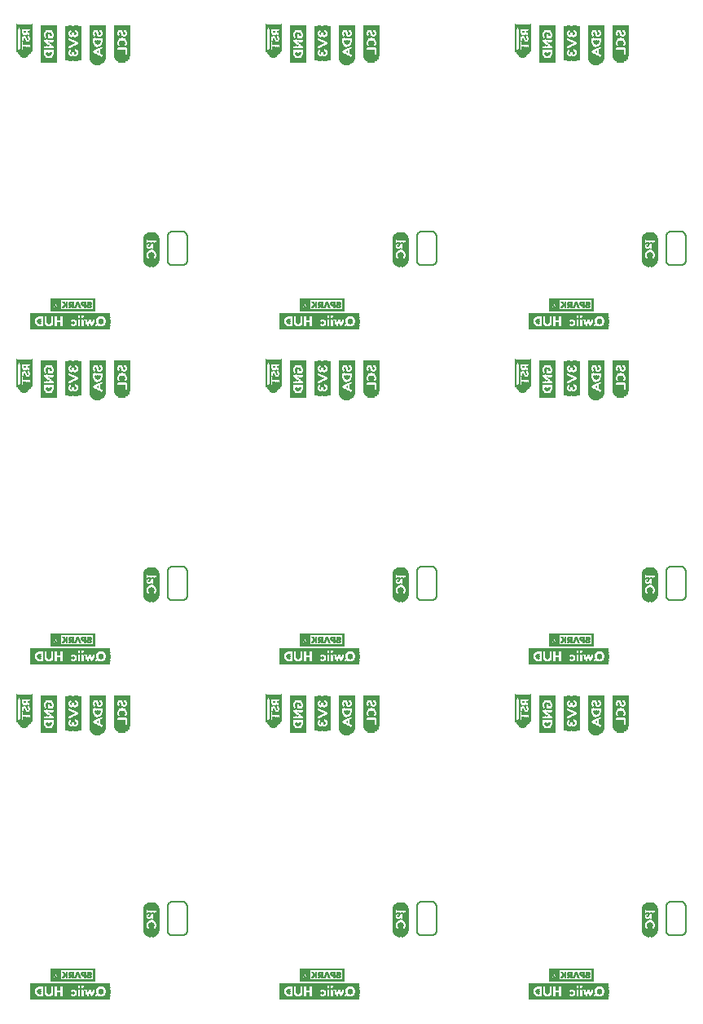
<source format=gbo>
G75*
%MOIN*%
%OFA0B0*%
%FSLAX25Y25*%
%IPPOS*%
%LPD*%
%AMOC8*
5,1,8,0,0,1.08239X$1,22.5*
%
%ADD10C,0.00600*%
%ADD11C,0.00039*%
%ADD12R,0.00157X0.13858*%
%ADD13R,0.00157X0.14331*%
%ADD14R,0.00157X0.14646*%
%ADD15R,0.00157X0.14961*%
%ADD16R,0.00157X0.15118*%
%ADD17R,0.00157X0.15276*%
%ADD18R,0.00157X0.15433*%
%ADD19R,0.00157X0.02835*%
%ADD20R,0.00157X0.11969*%
%ADD21R,0.00157X0.02520*%
%ADD22R,0.00157X0.01102*%
%ADD23R,0.00157X0.03150*%
%ADD24R,0.00157X0.04567*%
%ADD25R,0.00157X0.02205*%
%ADD26R,0.00157X0.00787*%
%ADD27R,0.00157X0.02677*%
%ADD28R,0.00157X0.04409*%
%ADD29R,0.00157X0.02047*%
%ADD30R,0.00157X0.00630*%
%ADD31R,0.00157X0.01890*%
%ADD32R,0.00157X0.01732*%
%ADD33R,0.00157X0.01575*%
%ADD34R,0.00157X0.00945*%
%ADD35R,0.00157X0.02362*%
%ADD36R,0.00157X0.01260*%
%ADD37R,0.00157X0.01417*%
%ADD38R,0.00157X0.04252*%
%ADD39R,0.00157X0.00315*%
%ADD40R,0.00157X0.04094*%
%ADD41R,0.00157X0.00472*%
%ADD42R,0.00157X0.03937*%
%ADD43R,0.00157X0.03307*%
%ADD44R,0.00157X0.03780*%
%ADD45R,0.00157X0.03465*%
%ADD46R,0.00157X0.02992*%
%ADD47R,0.00157X0.12913*%
%ADD48R,0.00157X0.13386*%
%ADD49R,0.00157X0.13701*%
%ADD50R,0.00157X0.14016*%
%ADD51R,0.00157X0.14173*%
%ADD52R,0.00157X0.14488*%
%ADD53R,0.00157X0.07087*%
%ADD54R,0.00157X0.04882*%
%ADD55R,0.00157X0.05039*%
%ADD56R,0.00157X0.05197*%
%ADD57R,0.00157X0.03622*%
%ADD58R,0.00157X0.00157*%
%ADD59R,0.00157X0.11024*%
%ADD60R,0.00157X0.11181*%
%ADD61R,0.00157X0.11496*%
%ADD62R,0.00157X0.11654*%
%ADD63R,0.00157X0.12756*%
%ADD64R,0.00157X0.13071*%
%ADD65R,0.00157X0.13228*%
%ADD66R,0.00157X0.11811*%
%ADD67R,0.17795X0.00157*%
%ADD68R,0.10866X0.00157*%
%ADD69R,0.00945X0.00157*%
%ADD70R,0.04882X0.00157*%
%ADD71R,0.03307X0.00157*%
%ADD72R,0.06614X0.00157*%
%ADD73R,0.00630X0.00157*%
%ADD74R,0.04724X0.00157*%
%ADD75R,0.02835X0.00157*%
%ADD76R,0.06142X0.00157*%
%ADD77R,0.00472X0.00157*%
%ADD78R,0.02520X0.00157*%
%ADD79R,0.05827X0.00157*%
%ADD80R,0.02362X0.00157*%
%ADD81R,0.05669X0.00157*%
%ADD82R,0.02205X0.00157*%
%ADD83R,0.05512X0.00157*%
%ADD84R,0.02047X0.00157*%
%ADD85R,0.12441X0.00157*%
%ADD86R,0.01890X0.00157*%
%ADD87R,0.01102X0.00157*%
%ADD88R,0.12283X0.00157*%
%ADD89R,0.01417X0.00157*%
%ADD90R,0.00787X0.00157*%
%ADD91R,0.01732X0.00157*%
%ADD92R,0.00315X0.00157*%
%ADD93R,0.01575X0.00157*%
%ADD94R,0.03150X0.00157*%
%ADD95R,0.01260X0.00157*%
%ADD96R,0.02677X0.00157*%
%ADD97R,0.02992X0.00157*%
%ADD98R,0.15276X0.00157*%
%ADD99R,0.00157X0.09606*%
%ADD100R,0.00157X0.10551*%
%ADD101R,0.00157X0.12126*%
%ADD102R,0.00157X0.12441*%
%ADD103R,0.00157X0.05669*%
%ADD104R,0.00157X0.05827*%
%ADD105R,0.00157X0.05984*%
D10*
X0117250Y0058750D02*
X0117250Y0068750D01*
X0117252Y0068833D01*
X0117258Y0068916D01*
X0117267Y0068999D01*
X0117281Y0069081D01*
X0117298Y0069162D01*
X0117319Y0069243D01*
X0117343Y0069322D01*
X0117372Y0069400D01*
X0117403Y0069477D01*
X0117439Y0069552D01*
X0117477Y0069626D01*
X0117520Y0069698D01*
X0117565Y0069767D01*
X0117614Y0069835D01*
X0117665Y0069900D01*
X0117720Y0069963D01*
X0117777Y0070023D01*
X0117837Y0070080D01*
X0117900Y0070135D01*
X0117965Y0070186D01*
X0118033Y0070235D01*
X0118102Y0070280D01*
X0118174Y0070323D01*
X0118248Y0070361D01*
X0118323Y0070397D01*
X0118400Y0070428D01*
X0118478Y0070457D01*
X0118557Y0070481D01*
X0118638Y0070502D01*
X0118719Y0070519D01*
X0118801Y0070533D01*
X0118884Y0070542D01*
X0118967Y0070548D01*
X0119050Y0070550D01*
X0123450Y0070550D01*
X0123533Y0070548D01*
X0123616Y0070542D01*
X0123699Y0070533D01*
X0123781Y0070519D01*
X0123862Y0070502D01*
X0123943Y0070481D01*
X0124022Y0070457D01*
X0124100Y0070428D01*
X0124177Y0070397D01*
X0124252Y0070361D01*
X0124326Y0070323D01*
X0124398Y0070280D01*
X0124467Y0070235D01*
X0124535Y0070186D01*
X0124600Y0070135D01*
X0124663Y0070080D01*
X0124723Y0070023D01*
X0124780Y0069963D01*
X0124835Y0069900D01*
X0124886Y0069835D01*
X0124935Y0069767D01*
X0124980Y0069698D01*
X0125023Y0069626D01*
X0125061Y0069552D01*
X0125097Y0069477D01*
X0125128Y0069400D01*
X0125157Y0069322D01*
X0125181Y0069243D01*
X0125202Y0069162D01*
X0125219Y0069081D01*
X0125233Y0068999D01*
X0125242Y0068916D01*
X0125248Y0068833D01*
X0125250Y0068750D01*
X0125250Y0058750D01*
X0125248Y0058667D01*
X0125242Y0058584D01*
X0125233Y0058501D01*
X0125219Y0058419D01*
X0125202Y0058338D01*
X0125181Y0058257D01*
X0125157Y0058178D01*
X0125128Y0058100D01*
X0125097Y0058023D01*
X0125061Y0057948D01*
X0125023Y0057874D01*
X0124980Y0057802D01*
X0124935Y0057733D01*
X0124886Y0057665D01*
X0124835Y0057600D01*
X0124780Y0057537D01*
X0124723Y0057477D01*
X0124663Y0057420D01*
X0124600Y0057365D01*
X0124535Y0057314D01*
X0124467Y0057265D01*
X0124398Y0057220D01*
X0124326Y0057177D01*
X0124252Y0057139D01*
X0124177Y0057103D01*
X0124100Y0057072D01*
X0124022Y0057043D01*
X0123943Y0057019D01*
X0123862Y0056998D01*
X0123781Y0056981D01*
X0123699Y0056967D01*
X0123616Y0056958D01*
X0123533Y0056952D01*
X0123450Y0056950D01*
X0119050Y0056950D01*
X0118967Y0056952D01*
X0118884Y0056958D01*
X0118801Y0056967D01*
X0118719Y0056981D01*
X0118638Y0056998D01*
X0118557Y0057019D01*
X0118478Y0057043D01*
X0118400Y0057072D01*
X0118323Y0057103D01*
X0118248Y0057139D01*
X0118174Y0057177D01*
X0118102Y0057220D01*
X0118033Y0057265D01*
X0117965Y0057314D01*
X0117900Y0057365D01*
X0117837Y0057420D01*
X0117777Y0057477D01*
X0117720Y0057537D01*
X0117665Y0057600D01*
X0117614Y0057665D01*
X0117565Y0057733D01*
X0117520Y0057802D01*
X0117477Y0057874D01*
X0117439Y0057948D01*
X0117403Y0058023D01*
X0117372Y0058100D01*
X0117343Y0058178D01*
X0117319Y0058257D01*
X0117298Y0058338D01*
X0117281Y0058419D01*
X0117267Y0058501D01*
X0117258Y0058584D01*
X0117252Y0058667D01*
X0117250Y0058750D01*
X0219250Y0058750D02*
X0219250Y0068750D01*
X0219252Y0068833D01*
X0219258Y0068916D01*
X0219267Y0068999D01*
X0219281Y0069081D01*
X0219298Y0069162D01*
X0219319Y0069243D01*
X0219343Y0069322D01*
X0219372Y0069400D01*
X0219403Y0069477D01*
X0219439Y0069552D01*
X0219477Y0069626D01*
X0219520Y0069698D01*
X0219565Y0069767D01*
X0219614Y0069835D01*
X0219665Y0069900D01*
X0219720Y0069963D01*
X0219777Y0070023D01*
X0219837Y0070080D01*
X0219900Y0070135D01*
X0219965Y0070186D01*
X0220033Y0070235D01*
X0220102Y0070280D01*
X0220174Y0070323D01*
X0220248Y0070361D01*
X0220323Y0070397D01*
X0220400Y0070428D01*
X0220478Y0070457D01*
X0220557Y0070481D01*
X0220638Y0070502D01*
X0220719Y0070519D01*
X0220801Y0070533D01*
X0220884Y0070542D01*
X0220967Y0070548D01*
X0221050Y0070550D01*
X0225450Y0070550D01*
X0225533Y0070548D01*
X0225616Y0070542D01*
X0225699Y0070533D01*
X0225781Y0070519D01*
X0225862Y0070502D01*
X0225943Y0070481D01*
X0226022Y0070457D01*
X0226100Y0070428D01*
X0226177Y0070397D01*
X0226252Y0070361D01*
X0226326Y0070323D01*
X0226398Y0070280D01*
X0226467Y0070235D01*
X0226535Y0070186D01*
X0226600Y0070135D01*
X0226663Y0070080D01*
X0226723Y0070023D01*
X0226780Y0069963D01*
X0226835Y0069900D01*
X0226886Y0069835D01*
X0226935Y0069767D01*
X0226980Y0069698D01*
X0227023Y0069626D01*
X0227061Y0069552D01*
X0227097Y0069477D01*
X0227128Y0069400D01*
X0227157Y0069322D01*
X0227181Y0069243D01*
X0227202Y0069162D01*
X0227219Y0069081D01*
X0227233Y0068999D01*
X0227242Y0068916D01*
X0227248Y0068833D01*
X0227250Y0068750D01*
X0227250Y0058750D01*
X0227248Y0058667D01*
X0227242Y0058584D01*
X0227233Y0058501D01*
X0227219Y0058419D01*
X0227202Y0058338D01*
X0227181Y0058257D01*
X0227157Y0058178D01*
X0227128Y0058100D01*
X0227097Y0058023D01*
X0227061Y0057948D01*
X0227023Y0057874D01*
X0226980Y0057802D01*
X0226935Y0057733D01*
X0226886Y0057665D01*
X0226835Y0057600D01*
X0226780Y0057537D01*
X0226723Y0057477D01*
X0226663Y0057420D01*
X0226600Y0057365D01*
X0226535Y0057314D01*
X0226467Y0057265D01*
X0226398Y0057220D01*
X0226326Y0057177D01*
X0226252Y0057139D01*
X0226177Y0057103D01*
X0226100Y0057072D01*
X0226022Y0057043D01*
X0225943Y0057019D01*
X0225862Y0056998D01*
X0225781Y0056981D01*
X0225699Y0056967D01*
X0225616Y0056958D01*
X0225533Y0056952D01*
X0225450Y0056950D01*
X0221050Y0056950D01*
X0220967Y0056952D01*
X0220884Y0056958D01*
X0220801Y0056967D01*
X0220719Y0056981D01*
X0220638Y0056998D01*
X0220557Y0057019D01*
X0220478Y0057043D01*
X0220400Y0057072D01*
X0220323Y0057103D01*
X0220248Y0057139D01*
X0220174Y0057177D01*
X0220102Y0057220D01*
X0220033Y0057265D01*
X0219965Y0057314D01*
X0219900Y0057365D01*
X0219837Y0057420D01*
X0219777Y0057477D01*
X0219720Y0057537D01*
X0219665Y0057600D01*
X0219614Y0057665D01*
X0219565Y0057733D01*
X0219520Y0057802D01*
X0219477Y0057874D01*
X0219439Y0057948D01*
X0219403Y0058023D01*
X0219372Y0058100D01*
X0219343Y0058178D01*
X0219319Y0058257D01*
X0219298Y0058338D01*
X0219281Y0058419D01*
X0219267Y0058501D01*
X0219258Y0058584D01*
X0219252Y0058667D01*
X0219250Y0058750D01*
X0321250Y0058750D02*
X0321250Y0068750D01*
X0321252Y0068833D01*
X0321258Y0068916D01*
X0321267Y0068999D01*
X0321281Y0069081D01*
X0321298Y0069162D01*
X0321319Y0069243D01*
X0321343Y0069322D01*
X0321372Y0069400D01*
X0321403Y0069477D01*
X0321439Y0069552D01*
X0321477Y0069626D01*
X0321520Y0069698D01*
X0321565Y0069767D01*
X0321614Y0069835D01*
X0321665Y0069900D01*
X0321720Y0069963D01*
X0321777Y0070023D01*
X0321837Y0070080D01*
X0321900Y0070135D01*
X0321965Y0070186D01*
X0322033Y0070235D01*
X0322102Y0070280D01*
X0322174Y0070323D01*
X0322248Y0070361D01*
X0322323Y0070397D01*
X0322400Y0070428D01*
X0322478Y0070457D01*
X0322557Y0070481D01*
X0322638Y0070502D01*
X0322719Y0070519D01*
X0322801Y0070533D01*
X0322884Y0070542D01*
X0322967Y0070548D01*
X0323050Y0070550D01*
X0327450Y0070550D01*
X0327533Y0070548D01*
X0327616Y0070542D01*
X0327699Y0070533D01*
X0327781Y0070519D01*
X0327862Y0070502D01*
X0327943Y0070481D01*
X0328022Y0070457D01*
X0328100Y0070428D01*
X0328177Y0070397D01*
X0328252Y0070361D01*
X0328326Y0070323D01*
X0328398Y0070280D01*
X0328467Y0070235D01*
X0328535Y0070186D01*
X0328600Y0070135D01*
X0328663Y0070080D01*
X0328723Y0070023D01*
X0328780Y0069963D01*
X0328835Y0069900D01*
X0328886Y0069835D01*
X0328935Y0069767D01*
X0328980Y0069698D01*
X0329023Y0069626D01*
X0329061Y0069552D01*
X0329097Y0069477D01*
X0329128Y0069400D01*
X0329157Y0069322D01*
X0329181Y0069243D01*
X0329202Y0069162D01*
X0329219Y0069081D01*
X0329233Y0068999D01*
X0329242Y0068916D01*
X0329248Y0068833D01*
X0329250Y0068750D01*
X0329250Y0058750D01*
X0329248Y0058667D01*
X0329242Y0058584D01*
X0329233Y0058501D01*
X0329219Y0058419D01*
X0329202Y0058338D01*
X0329181Y0058257D01*
X0329157Y0058178D01*
X0329128Y0058100D01*
X0329097Y0058023D01*
X0329061Y0057948D01*
X0329023Y0057874D01*
X0328980Y0057802D01*
X0328935Y0057733D01*
X0328886Y0057665D01*
X0328835Y0057600D01*
X0328780Y0057537D01*
X0328723Y0057477D01*
X0328663Y0057420D01*
X0328600Y0057365D01*
X0328535Y0057314D01*
X0328467Y0057265D01*
X0328398Y0057220D01*
X0328326Y0057177D01*
X0328252Y0057139D01*
X0328177Y0057103D01*
X0328100Y0057072D01*
X0328022Y0057043D01*
X0327943Y0057019D01*
X0327862Y0056998D01*
X0327781Y0056981D01*
X0327699Y0056967D01*
X0327616Y0056958D01*
X0327533Y0056952D01*
X0327450Y0056950D01*
X0323050Y0056950D01*
X0322967Y0056952D01*
X0322884Y0056958D01*
X0322801Y0056967D01*
X0322719Y0056981D01*
X0322638Y0056998D01*
X0322557Y0057019D01*
X0322478Y0057043D01*
X0322400Y0057072D01*
X0322323Y0057103D01*
X0322248Y0057139D01*
X0322174Y0057177D01*
X0322102Y0057220D01*
X0322033Y0057265D01*
X0321965Y0057314D01*
X0321900Y0057365D01*
X0321837Y0057420D01*
X0321777Y0057477D01*
X0321720Y0057537D01*
X0321665Y0057600D01*
X0321614Y0057665D01*
X0321565Y0057733D01*
X0321520Y0057802D01*
X0321477Y0057874D01*
X0321439Y0057948D01*
X0321403Y0058023D01*
X0321372Y0058100D01*
X0321343Y0058178D01*
X0321319Y0058257D01*
X0321298Y0058338D01*
X0321281Y0058419D01*
X0321267Y0058501D01*
X0321258Y0058584D01*
X0321252Y0058667D01*
X0321250Y0058750D01*
X0323050Y0193950D02*
X0327450Y0193950D01*
X0327533Y0193952D01*
X0327616Y0193958D01*
X0327699Y0193967D01*
X0327781Y0193981D01*
X0327862Y0193998D01*
X0327943Y0194019D01*
X0328022Y0194043D01*
X0328100Y0194072D01*
X0328177Y0194103D01*
X0328252Y0194139D01*
X0328326Y0194177D01*
X0328398Y0194220D01*
X0328467Y0194265D01*
X0328535Y0194314D01*
X0328600Y0194365D01*
X0328663Y0194420D01*
X0328723Y0194477D01*
X0328780Y0194537D01*
X0328835Y0194600D01*
X0328886Y0194665D01*
X0328935Y0194733D01*
X0328980Y0194802D01*
X0329023Y0194874D01*
X0329061Y0194948D01*
X0329097Y0195023D01*
X0329128Y0195100D01*
X0329157Y0195178D01*
X0329181Y0195257D01*
X0329202Y0195338D01*
X0329219Y0195419D01*
X0329233Y0195501D01*
X0329242Y0195584D01*
X0329248Y0195667D01*
X0329250Y0195750D01*
X0329250Y0205750D01*
X0329248Y0205833D01*
X0329242Y0205916D01*
X0329233Y0205999D01*
X0329219Y0206081D01*
X0329202Y0206162D01*
X0329181Y0206243D01*
X0329157Y0206322D01*
X0329128Y0206400D01*
X0329097Y0206477D01*
X0329061Y0206552D01*
X0329023Y0206626D01*
X0328980Y0206698D01*
X0328935Y0206767D01*
X0328886Y0206835D01*
X0328835Y0206900D01*
X0328780Y0206963D01*
X0328723Y0207023D01*
X0328663Y0207080D01*
X0328600Y0207135D01*
X0328535Y0207186D01*
X0328467Y0207235D01*
X0328398Y0207280D01*
X0328326Y0207323D01*
X0328252Y0207361D01*
X0328177Y0207397D01*
X0328100Y0207428D01*
X0328022Y0207457D01*
X0327943Y0207481D01*
X0327862Y0207502D01*
X0327781Y0207519D01*
X0327699Y0207533D01*
X0327616Y0207542D01*
X0327533Y0207548D01*
X0327450Y0207550D01*
X0323050Y0207550D01*
X0322967Y0207548D01*
X0322884Y0207542D01*
X0322801Y0207533D01*
X0322719Y0207519D01*
X0322638Y0207502D01*
X0322557Y0207481D01*
X0322478Y0207457D01*
X0322400Y0207428D01*
X0322323Y0207397D01*
X0322248Y0207361D01*
X0322174Y0207323D01*
X0322102Y0207280D01*
X0322033Y0207235D01*
X0321965Y0207186D01*
X0321900Y0207135D01*
X0321837Y0207080D01*
X0321777Y0207023D01*
X0321720Y0206963D01*
X0321665Y0206900D01*
X0321614Y0206835D01*
X0321565Y0206767D01*
X0321520Y0206698D01*
X0321477Y0206626D01*
X0321439Y0206552D01*
X0321403Y0206477D01*
X0321372Y0206400D01*
X0321343Y0206322D01*
X0321319Y0206243D01*
X0321298Y0206162D01*
X0321281Y0206081D01*
X0321267Y0205999D01*
X0321258Y0205916D01*
X0321252Y0205833D01*
X0321250Y0205750D01*
X0321250Y0195750D01*
X0321252Y0195667D01*
X0321258Y0195584D01*
X0321267Y0195501D01*
X0321281Y0195419D01*
X0321298Y0195338D01*
X0321319Y0195257D01*
X0321343Y0195178D01*
X0321372Y0195100D01*
X0321403Y0195023D01*
X0321439Y0194948D01*
X0321477Y0194874D01*
X0321520Y0194802D01*
X0321565Y0194733D01*
X0321614Y0194665D01*
X0321665Y0194600D01*
X0321720Y0194537D01*
X0321777Y0194477D01*
X0321837Y0194420D01*
X0321900Y0194365D01*
X0321965Y0194314D01*
X0322033Y0194265D01*
X0322102Y0194220D01*
X0322174Y0194177D01*
X0322248Y0194139D01*
X0322323Y0194103D01*
X0322400Y0194072D01*
X0322478Y0194043D01*
X0322557Y0194019D01*
X0322638Y0193998D01*
X0322719Y0193981D01*
X0322801Y0193967D01*
X0322884Y0193958D01*
X0322967Y0193952D01*
X0323050Y0193950D01*
X0227250Y0195750D02*
X0227250Y0205750D01*
X0227248Y0205833D01*
X0227242Y0205916D01*
X0227233Y0205999D01*
X0227219Y0206081D01*
X0227202Y0206162D01*
X0227181Y0206243D01*
X0227157Y0206322D01*
X0227128Y0206400D01*
X0227097Y0206477D01*
X0227061Y0206552D01*
X0227023Y0206626D01*
X0226980Y0206698D01*
X0226935Y0206767D01*
X0226886Y0206835D01*
X0226835Y0206900D01*
X0226780Y0206963D01*
X0226723Y0207023D01*
X0226663Y0207080D01*
X0226600Y0207135D01*
X0226535Y0207186D01*
X0226467Y0207235D01*
X0226398Y0207280D01*
X0226326Y0207323D01*
X0226252Y0207361D01*
X0226177Y0207397D01*
X0226100Y0207428D01*
X0226022Y0207457D01*
X0225943Y0207481D01*
X0225862Y0207502D01*
X0225781Y0207519D01*
X0225699Y0207533D01*
X0225616Y0207542D01*
X0225533Y0207548D01*
X0225450Y0207550D01*
X0221050Y0207550D01*
X0220967Y0207548D01*
X0220884Y0207542D01*
X0220801Y0207533D01*
X0220719Y0207519D01*
X0220638Y0207502D01*
X0220557Y0207481D01*
X0220478Y0207457D01*
X0220400Y0207428D01*
X0220323Y0207397D01*
X0220248Y0207361D01*
X0220174Y0207323D01*
X0220102Y0207280D01*
X0220033Y0207235D01*
X0219965Y0207186D01*
X0219900Y0207135D01*
X0219837Y0207080D01*
X0219777Y0207023D01*
X0219720Y0206963D01*
X0219665Y0206900D01*
X0219614Y0206835D01*
X0219565Y0206767D01*
X0219520Y0206698D01*
X0219477Y0206626D01*
X0219439Y0206552D01*
X0219403Y0206477D01*
X0219372Y0206400D01*
X0219343Y0206322D01*
X0219319Y0206243D01*
X0219298Y0206162D01*
X0219281Y0206081D01*
X0219267Y0205999D01*
X0219258Y0205916D01*
X0219252Y0205833D01*
X0219250Y0205750D01*
X0219250Y0195750D01*
X0219252Y0195667D01*
X0219258Y0195584D01*
X0219267Y0195501D01*
X0219281Y0195419D01*
X0219298Y0195338D01*
X0219319Y0195257D01*
X0219343Y0195178D01*
X0219372Y0195100D01*
X0219403Y0195023D01*
X0219439Y0194948D01*
X0219477Y0194874D01*
X0219520Y0194802D01*
X0219565Y0194733D01*
X0219614Y0194665D01*
X0219665Y0194600D01*
X0219720Y0194537D01*
X0219777Y0194477D01*
X0219837Y0194420D01*
X0219900Y0194365D01*
X0219965Y0194314D01*
X0220033Y0194265D01*
X0220102Y0194220D01*
X0220174Y0194177D01*
X0220248Y0194139D01*
X0220323Y0194103D01*
X0220400Y0194072D01*
X0220478Y0194043D01*
X0220557Y0194019D01*
X0220638Y0193998D01*
X0220719Y0193981D01*
X0220801Y0193967D01*
X0220884Y0193958D01*
X0220967Y0193952D01*
X0221050Y0193950D01*
X0225450Y0193950D01*
X0225533Y0193952D01*
X0225616Y0193958D01*
X0225699Y0193967D01*
X0225781Y0193981D01*
X0225862Y0193998D01*
X0225943Y0194019D01*
X0226022Y0194043D01*
X0226100Y0194072D01*
X0226177Y0194103D01*
X0226252Y0194139D01*
X0226326Y0194177D01*
X0226398Y0194220D01*
X0226467Y0194265D01*
X0226535Y0194314D01*
X0226600Y0194365D01*
X0226663Y0194420D01*
X0226723Y0194477D01*
X0226780Y0194537D01*
X0226835Y0194600D01*
X0226886Y0194665D01*
X0226935Y0194733D01*
X0226980Y0194802D01*
X0227023Y0194874D01*
X0227061Y0194948D01*
X0227097Y0195023D01*
X0227128Y0195100D01*
X0227157Y0195178D01*
X0227181Y0195257D01*
X0227202Y0195338D01*
X0227219Y0195419D01*
X0227233Y0195501D01*
X0227242Y0195584D01*
X0227248Y0195667D01*
X0227250Y0195750D01*
X0125250Y0195750D02*
X0125250Y0205750D01*
X0125248Y0205833D01*
X0125242Y0205916D01*
X0125233Y0205999D01*
X0125219Y0206081D01*
X0125202Y0206162D01*
X0125181Y0206243D01*
X0125157Y0206322D01*
X0125128Y0206400D01*
X0125097Y0206477D01*
X0125061Y0206552D01*
X0125023Y0206626D01*
X0124980Y0206698D01*
X0124935Y0206767D01*
X0124886Y0206835D01*
X0124835Y0206900D01*
X0124780Y0206963D01*
X0124723Y0207023D01*
X0124663Y0207080D01*
X0124600Y0207135D01*
X0124535Y0207186D01*
X0124467Y0207235D01*
X0124398Y0207280D01*
X0124326Y0207323D01*
X0124252Y0207361D01*
X0124177Y0207397D01*
X0124100Y0207428D01*
X0124022Y0207457D01*
X0123943Y0207481D01*
X0123862Y0207502D01*
X0123781Y0207519D01*
X0123699Y0207533D01*
X0123616Y0207542D01*
X0123533Y0207548D01*
X0123450Y0207550D01*
X0119050Y0207550D01*
X0118967Y0207548D01*
X0118884Y0207542D01*
X0118801Y0207533D01*
X0118719Y0207519D01*
X0118638Y0207502D01*
X0118557Y0207481D01*
X0118478Y0207457D01*
X0118400Y0207428D01*
X0118323Y0207397D01*
X0118248Y0207361D01*
X0118174Y0207323D01*
X0118102Y0207280D01*
X0118033Y0207235D01*
X0117965Y0207186D01*
X0117900Y0207135D01*
X0117837Y0207080D01*
X0117777Y0207023D01*
X0117720Y0206963D01*
X0117665Y0206900D01*
X0117614Y0206835D01*
X0117565Y0206767D01*
X0117520Y0206698D01*
X0117477Y0206626D01*
X0117439Y0206552D01*
X0117403Y0206477D01*
X0117372Y0206400D01*
X0117343Y0206322D01*
X0117319Y0206243D01*
X0117298Y0206162D01*
X0117281Y0206081D01*
X0117267Y0205999D01*
X0117258Y0205916D01*
X0117252Y0205833D01*
X0117250Y0205750D01*
X0117250Y0195750D01*
X0117252Y0195667D01*
X0117258Y0195584D01*
X0117267Y0195501D01*
X0117281Y0195419D01*
X0117298Y0195338D01*
X0117319Y0195257D01*
X0117343Y0195178D01*
X0117372Y0195100D01*
X0117403Y0195023D01*
X0117439Y0194948D01*
X0117477Y0194874D01*
X0117520Y0194802D01*
X0117565Y0194733D01*
X0117614Y0194665D01*
X0117665Y0194600D01*
X0117720Y0194537D01*
X0117777Y0194477D01*
X0117837Y0194420D01*
X0117900Y0194365D01*
X0117965Y0194314D01*
X0118033Y0194265D01*
X0118102Y0194220D01*
X0118174Y0194177D01*
X0118248Y0194139D01*
X0118323Y0194103D01*
X0118400Y0194072D01*
X0118478Y0194043D01*
X0118557Y0194019D01*
X0118638Y0193998D01*
X0118719Y0193981D01*
X0118801Y0193967D01*
X0118884Y0193958D01*
X0118967Y0193952D01*
X0119050Y0193950D01*
X0123450Y0193950D01*
X0123533Y0193952D01*
X0123616Y0193958D01*
X0123699Y0193967D01*
X0123781Y0193981D01*
X0123862Y0193998D01*
X0123943Y0194019D01*
X0124022Y0194043D01*
X0124100Y0194072D01*
X0124177Y0194103D01*
X0124252Y0194139D01*
X0124326Y0194177D01*
X0124398Y0194220D01*
X0124467Y0194265D01*
X0124535Y0194314D01*
X0124600Y0194365D01*
X0124663Y0194420D01*
X0124723Y0194477D01*
X0124780Y0194537D01*
X0124835Y0194600D01*
X0124886Y0194665D01*
X0124935Y0194733D01*
X0124980Y0194802D01*
X0125023Y0194874D01*
X0125061Y0194948D01*
X0125097Y0195023D01*
X0125128Y0195100D01*
X0125157Y0195178D01*
X0125181Y0195257D01*
X0125202Y0195338D01*
X0125219Y0195419D01*
X0125233Y0195501D01*
X0125242Y0195584D01*
X0125248Y0195667D01*
X0125250Y0195750D01*
X0123450Y0330950D02*
X0119050Y0330950D01*
X0118967Y0330952D01*
X0118884Y0330958D01*
X0118801Y0330967D01*
X0118719Y0330981D01*
X0118638Y0330998D01*
X0118557Y0331019D01*
X0118478Y0331043D01*
X0118400Y0331072D01*
X0118323Y0331103D01*
X0118248Y0331139D01*
X0118174Y0331177D01*
X0118102Y0331220D01*
X0118033Y0331265D01*
X0117965Y0331314D01*
X0117900Y0331365D01*
X0117837Y0331420D01*
X0117777Y0331477D01*
X0117720Y0331537D01*
X0117665Y0331600D01*
X0117614Y0331665D01*
X0117565Y0331733D01*
X0117520Y0331802D01*
X0117477Y0331874D01*
X0117439Y0331948D01*
X0117403Y0332023D01*
X0117372Y0332100D01*
X0117343Y0332178D01*
X0117319Y0332257D01*
X0117298Y0332338D01*
X0117281Y0332419D01*
X0117267Y0332501D01*
X0117258Y0332584D01*
X0117252Y0332667D01*
X0117250Y0332750D01*
X0117250Y0342750D01*
X0117252Y0342833D01*
X0117258Y0342916D01*
X0117267Y0342999D01*
X0117281Y0343081D01*
X0117298Y0343162D01*
X0117319Y0343243D01*
X0117343Y0343322D01*
X0117372Y0343400D01*
X0117403Y0343477D01*
X0117439Y0343552D01*
X0117477Y0343626D01*
X0117520Y0343698D01*
X0117565Y0343767D01*
X0117614Y0343835D01*
X0117665Y0343900D01*
X0117720Y0343963D01*
X0117777Y0344023D01*
X0117837Y0344080D01*
X0117900Y0344135D01*
X0117965Y0344186D01*
X0118033Y0344235D01*
X0118102Y0344280D01*
X0118174Y0344323D01*
X0118248Y0344361D01*
X0118323Y0344397D01*
X0118400Y0344428D01*
X0118478Y0344457D01*
X0118557Y0344481D01*
X0118638Y0344502D01*
X0118719Y0344519D01*
X0118801Y0344533D01*
X0118884Y0344542D01*
X0118967Y0344548D01*
X0119050Y0344550D01*
X0123450Y0344550D01*
X0123533Y0344548D01*
X0123616Y0344542D01*
X0123699Y0344533D01*
X0123781Y0344519D01*
X0123862Y0344502D01*
X0123943Y0344481D01*
X0124022Y0344457D01*
X0124100Y0344428D01*
X0124177Y0344397D01*
X0124252Y0344361D01*
X0124326Y0344323D01*
X0124398Y0344280D01*
X0124467Y0344235D01*
X0124535Y0344186D01*
X0124600Y0344135D01*
X0124663Y0344080D01*
X0124723Y0344023D01*
X0124780Y0343963D01*
X0124835Y0343900D01*
X0124886Y0343835D01*
X0124935Y0343767D01*
X0124980Y0343698D01*
X0125023Y0343626D01*
X0125061Y0343552D01*
X0125097Y0343477D01*
X0125128Y0343400D01*
X0125157Y0343322D01*
X0125181Y0343243D01*
X0125202Y0343162D01*
X0125219Y0343081D01*
X0125233Y0342999D01*
X0125242Y0342916D01*
X0125248Y0342833D01*
X0125250Y0342750D01*
X0125250Y0332750D01*
X0125248Y0332667D01*
X0125242Y0332584D01*
X0125233Y0332501D01*
X0125219Y0332419D01*
X0125202Y0332338D01*
X0125181Y0332257D01*
X0125157Y0332178D01*
X0125128Y0332100D01*
X0125097Y0332023D01*
X0125061Y0331948D01*
X0125023Y0331874D01*
X0124980Y0331802D01*
X0124935Y0331733D01*
X0124886Y0331665D01*
X0124835Y0331600D01*
X0124780Y0331537D01*
X0124723Y0331477D01*
X0124663Y0331420D01*
X0124600Y0331365D01*
X0124535Y0331314D01*
X0124467Y0331265D01*
X0124398Y0331220D01*
X0124326Y0331177D01*
X0124252Y0331139D01*
X0124177Y0331103D01*
X0124100Y0331072D01*
X0124022Y0331043D01*
X0123943Y0331019D01*
X0123862Y0330998D01*
X0123781Y0330981D01*
X0123699Y0330967D01*
X0123616Y0330958D01*
X0123533Y0330952D01*
X0123450Y0330950D01*
X0219250Y0332750D02*
X0219250Y0342750D01*
X0219252Y0342833D01*
X0219258Y0342916D01*
X0219267Y0342999D01*
X0219281Y0343081D01*
X0219298Y0343162D01*
X0219319Y0343243D01*
X0219343Y0343322D01*
X0219372Y0343400D01*
X0219403Y0343477D01*
X0219439Y0343552D01*
X0219477Y0343626D01*
X0219520Y0343698D01*
X0219565Y0343767D01*
X0219614Y0343835D01*
X0219665Y0343900D01*
X0219720Y0343963D01*
X0219777Y0344023D01*
X0219837Y0344080D01*
X0219900Y0344135D01*
X0219965Y0344186D01*
X0220033Y0344235D01*
X0220102Y0344280D01*
X0220174Y0344323D01*
X0220248Y0344361D01*
X0220323Y0344397D01*
X0220400Y0344428D01*
X0220478Y0344457D01*
X0220557Y0344481D01*
X0220638Y0344502D01*
X0220719Y0344519D01*
X0220801Y0344533D01*
X0220884Y0344542D01*
X0220967Y0344548D01*
X0221050Y0344550D01*
X0225450Y0344550D01*
X0225533Y0344548D01*
X0225616Y0344542D01*
X0225699Y0344533D01*
X0225781Y0344519D01*
X0225862Y0344502D01*
X0225943Y0344481D01*
X0226022Y0344457D01*
X0226100Y0344428D01*
X0226177Y0344397D01*
X0226252Y0344361D01*
X0226326Y0344323D01*
X0226398Y0344280D01*
X0226467Y0344235D01*
X0226535Y0344186D01*
X0226600Y0344135D01*
X0226663Y0344080D01*
X0226723Y0344023D01*
X0226780Y0343963D01*
X0226835Y0343900D01*
X0226886Y0343835D01*
X0226935Y0343767D01*
X0226980Y0343698D01*
X0227023Y0343626D01*
X0227061Y0343552D01*
X0227097Y0343477D01*
X0227128Y0343400D01*
X0227157Y0343322D01*
X0227181Y0343243D01*
X0227202Y0343162D01*
X0227219Y0343081D01*
X0227233Y0342999D01*
X0227242Y0342916D01*
X0227248Y0342833D01*
X0227250Y0342750D01*
X0227250Y0332750D01*
X0227248Y0332667D01*
X0227242Y0332584D01*
X0227233Y0332501D01*
X0227219Y0332419D01*
X0227202Y0332338D01*
X0227181Y0332257D01*
X0227157Y0332178D01*
X0227128Y0332100D01*
X0227097Y0332023D01*
X0227061Y0331948D01*
X0227023Y0331874D01*
X0226980Y0331802D01*
X0226935Y0331733D01*
X0226886Y0331665D01*
X0226835Y0331600D01*
X0226780Y0331537D01*
X0226723Y0331477D01*
X0226663Y0331420D01*
X0226600Y0331365D01*
X0226535Y0331314D01*
X0226467Y0331265D01*
X0226398Y0331220D01*
X0226326Y0331177D01*
X0226252Y0331139D01*
X0226177Y0331103D01*
X0226100Y0331072D01*
X0226022Y0331043D01*
X0225943Y0331019D01*
X0225862Y0330998D01*
X0225781Y0330981D01*
X0225699Y0330967D01*
X0225616Y0330958D01*
X0225533Y0330952D01*
X0225450Y0330950D01*
X0221050Y0330950D01*
X0220967Y0330952D01*
X0220884Y0330958D01*
X0220801Y0330967D01*
X0220719Y0330981D01*
X0220638Y0330998D01*
X0220557Y0331019D01*
X0220478Y0331043D01*
X0220400Y0331072D01*
X0220323Y0331103D01*
X0220248Y0331139D01*
X0220174Y0331177D01*
X0220102Y0331220D01*
X0220033Y0331265D01*
X0219965Y0331314D01*
X0219900Y0331365D01*
X0219837Y0331420D01*
X0219777Y0331477D01*
X0219720Y0331537D01*
X0219665Y0331600D01*
X0219614Y0331665D01*
X0219565Y0331733D01*
X0219520Y0331802D01*
X0219477Y0331874D01*
X0219439Y0331948D01*
X0219403Y0332023D01*
X0219372Y0332100D01*
X0219343Y0332178D01*
X0219319Y0332257D01*
X0219298Y0332338D01*
X0219281Y0332419D01*
X0219267Y0332501D01*
X0219258Y0332584D01*
X0219252Y0332667D01*
X0219250Y0332750D01*
X0321250Y0332750D02*
X0321250Y0342750D01*
X0321252Y0342833D01*
X0321258Y0342916D01*
X0321267Y0342999D01*
X0321281Y0343081D01*
X0321298Y0343162D01*
X0321319Y0343243D01*
X0321343Y0343322D01*
X0321372Y0343400D01*
X0321403Y0343477D01*
X0321439Y0343552D01*
X0321477Y0343626D01*
X0321520Y0343698D01*
X0321565Y0343767D01*
X0321614Y0343835D01*
X0321665Y0343900D01*
X0321720Y0343963D01*
X0321777Y0344023D01*
X0321837Y0344080D01*
X0321900Y0344135D01*
X0321965Y0344186D01*
X0322033Y0344235D01*
X0322102Y0344280D01*
X0322174Y0344323D01*
X0322248Y0344361D01*
X0322323Y0344397D01*
X0322400Y0344428D01*
X0322478Y0344457D01*
X0322557Y0344481D01*
X0322638Y0344502D01*
X0322719Y0344519D01*
X0322801Y0344533D01*
X0322884Y0344542D01*
X0322967Y0344548D01*
X0323050Y0344550D01*
X0327450Y0344550D01*
X0327533Y0344548D01*
X0327616Y0344542D01*
X0327699Y0344533D01*
X0327781Y0344519D01*
X0327862Y0344502D01*
X0327943Y0344481D01*
X0328022Y0344457D01*
X0328100Y0344428D01*
X0328177Y0344397D01*
X0328252Y0344361D01*
X0328326Y0344323D01*
X0328398Y0344280D01*
X0328467Y0344235D01*
X0328535Y0344186D01*
X0328600Y0344135D01*
X0328663Y0344080D01*
X0328723Y0344023D01*
X0328780Y0343963D01*
X0328835Y0343900D01*
X0328886Y0343835D01*
X0328935Y0343767D01*
X0328980Y0343698D01*
X0329023Y0343626D01*
X0329061Y0343552D01*
X0329097Y0343477D01*
X0329128Y0343400D01*
X0329157Y0343322D01*
X0329181Y0343243D01*
X0329202Y0343162D01*
X0329219Y0343081D01*
X0329233Y0342999D01*
X0329242Y0342916D01*
X0329248Y0342833D01*
X0329250Y0342750D01*
X0329250Y0332750D01*
X0329248Y0332667D01*
X0329242Y0332584D01*
X0329233Y0332501D01*
X0329219Y0332419D01*
X0329202Y0332338D01*
X0329181Y0332257D01*
X0329157Y0332178D01*
X0329128Y0332100D01*
X0329097Y0332023D01*
X0329061Y0331948D01*
X0329023Y0331874D01*
X0328980Y0331802D01*
X0328935Y0331733D01*
X0328886Y0331665D01*
X0328835Y0331600D01*
X0328780Y0331537D01*
X0328723Y0331477D01*
X0328663Y0331420D01*
X0328600Y0331365D01*
X0328535Y0331314D01*
X0328467Y0331265D01*
X0328398Y0331220D01*
X0328326Y0331177D01*
X0328252Y0331139D01*
X0328177Y0331103D01*
X0328100Y0331072D01*
X0328022Y0331043D01*
X0327943Y0331019D01*
X0327862Y0330998D01*
X0327781Y0330981D01*
X0327699Y0330967D01*
X0327616Y0330958D01*
X0327533Y0330952D01*
X0327450Y0330950D01*
X0323050Y0330950D01*
X0322967Y0330952D01*
X0322884Y0330958D01*
X0322801Y0330967D01*
X0322719Y0330981D01*
X0322638Y0330998D01*
X0322557Y0331019D01*
X0322478Y0331043D01*
X0322400Y0331072D01*
X0322323Y0331103D01*
X0322248Y0331139D01*
X0322174Y0331177D01*
X0322102Y0331220D01*
X0322033Y0331265D01*
X0321965Y0331314D01*
X0321900Y0331365D01*
X0321837Y0331420D01*
X0321777Y0331477D01*
X0321720Y0331537D01*
X0321665Y0331600D01*
X0321614Y0331665D01*
X0321565Y0331733D01*
X0321520Y0331802D01*
X0321477Y0331874D01*
X0321439Y0331948D01*
X0321403Y0332023D01*
X0321372Y0332100D01*
X0321343Y0332178D01*
X0321319Y0332257D01*
X0321298Y0332338D01*
X0321281Y0332419D01*
X0321267Y0332501D01*
X0321258Y0332584D01*
X0321252Y0332667D01*
X0321250Y0332750D01*
D11*
X0291250Y0317241D02*
X0291250Y0312259D01*
X0277433Y0312259D01*
X0273250Y0312259D01*
X0273250Y0314507D01*
X0274760Y0314507D01*
X0274101Y0313542D01*
X0274726Y0313542D01*
X0275268Y0314370D01*
X0275813Y0313542D01*
X0276416Y0313542D01*
X0275754Y0314507D01*
X0277271Y0314507D01*
X0277271Y0312721D01*
X0277433Y0312721D01*
X0277433Y0312259D01*
X0277433Y0312721D01*
X0290787Y0312721D01*
X0290787Y0316779D01*
X0277271Y0316779D01*
X0277271Y0314507D01*
X0275754Y0314507D01*
X0275574Y0314770D01*
X0276380Y0315956D01*
X0275759Y0315956D01*
X0275252Y0315173D01*
X0274740Y0315956D01*
X0274137Y0315956D01*
X0274944Y0314777D01*
X0274760Y0314507D01*
X0273250Y0314507D01*
X0273250Y0317241D01*
X0291250Y0317241D01*
X0291250Y0317217D02*
X0273250Y0317217D01*
X0273250Y0317179D02*
X0291250Y0317179D01*
X0291250Y0317141D02*
X0273250Y0317141D01*
X0273250Y0317103D02*
X0291250Y0317103D01*
X0291250Y0317065D02*
X0273250Y0317065D01*
X0273250Y0317027D02*
X0291250Y0317027D01*
X0291250Y0316990D02*
X0273250Y0316990D01*
X0273250Y0316952D02*
X0291250Y0316952D01*
X0291250Y0316914D02*
X0273250Y0316914D01*
X0273250Y0316876D02*
X0291250Y0316876D01*
X0291250Y0316838D02*
X0273250Y0316838D01*
X0273250Y0316800D02*
X0291250Y0316800D01*
X0291250Y0316762D02*
X0290787Y0316762D01*
X0290787Y0316724D02*
X0291250Y0316724D01*
X0291250Y0316687D02*
X0290787Y0316687D01*
X0290787Y0316649D02*
X0291250Y0316649D01*
X0291250Y0316611D02*
X0290787Y0316611D01*
X0290787Y0316573D02*
X0291250Y0316573D01*
X0291250Y0316535D02*
X0290787Y0316535D01*
X0290787Y0316497D02*
X0291250Y0316497D01*
X0291250Y0316459D02*
X0290787Y0316459D01*
X0290787Y0316421D02*
X0291250Y0316421D01*
X0291250Y0316383D02*
X0290787Y0316383D01*
X0290787Y0316346D02*
X0291250Y0316346D01*
X0291250Y0316308D02*
X0290787Y0316308D01*
X0290787Y0316270D02*
X0291250Y0316270D01*
X0291250Y0316232D02*
X0290787Y0316232D01*
X0290787Y0316194D02*
X0291250Y0316194D01*
X0291250Y0316156D02*
X0290787Y0316156D01*
X0290787Y0316118D02*
X0291250Y0316118D01*
X0291250Y0316080D02*
X0290787Y0316080D01*
X0290787Y0316043D02*
X0291250Y0316043D01*
X0291250Y0316005D02*
X0290787Y0316005D01*
X0290787Y0315967D02*
X0291250Y0315967D01*
X0291250Y0315929D02*
X0290787Y0315929D01*
X0290787Y0315891D02*
X0291250Y0315891D01*
X0291250Y0315853D02*
X0290787Y0315853D01*
X0290787Y0315815D02*
X0291250Y0315815D01*
X0291250Y0315777D02*
X0290787Y0315777D01*
X0290787Y0315739D02*
X0291250Y0315739D01*
X0291250Y0315702D02*
X0290787Y0315702D01*
X0290787Y0315664D02*
X0291250Y0315664D01*
X0291250Y0315626D02*
X0290787Y0315626D01*
X0290787Y0315588D02*
X0291250Y0315588D01*
X0291250Y0315550D02*
X0290787Y0315550D01*
X0290787Y0315512D02*
X0291250Y0315512D01*
X0291250Y0315474D02*
X0290787Y0315474D01*
X0290787Y0315436D02*
X0291250Y0315436D01*
X0291250Y0315399D02*
X0290787Y0315399D01*
X0290787Y0315361D02*
X0291250Y0315361D01*
X0291250Y0315323D02*
X0290787Y0315323D01*
X0290787Y0315285D02*
X0291250Y0315285D01*
X0291250Y0315247D02*
X0290787Y0315247D01*
X0290787Y0315209D02*
X0291250Y0315209D01*
X0291250Y0315171D02*
X0290787Y0315171D01*
X0290787Y0315133D02*
X0291250Y0315133D01*
X0291250Y0315095D02*
X0290787Y0315095D01*
X0290787Y0315058D02*
X0291250Y0315058D01*
X0291250Y0315020D02*
X0290787Y0315020D01*
X0290787Y0314982D02*
X0291250Y0314982D01*
X0291250Y0314944D02*
X0290787Y0314944D01*
X0290787Y0314906D02*
X0291250Y0314906D01*
X0291250Y0314868D02*
X0290787Y0314868D01*
X0290787Y0314830D02*
X0291250Y0314830D01*
X0291250Y0314792D02*
X0290787Y0314792D01*
X0290787Y0314755D02*
X0291250Y0314755D01*
X0291250Y0314717D02*
X0290787Y0314717D01*
X0290787Y0314679D02*
X0291250Y0314679D01*
X0291250Y0314641D02*
X0290787Y0314641D01*
X0290787Y0314603D02*
X0291250Y0314603D01*
X0291250Y0314565D02*
X0290787Y0314565D01*
X0290787Y0314527D02*
X0291250Y0314527D01*
X0291250Y0314489D02*
X0290787Y0314489D01*
X0290787Y0314452D02*
X0291250Y0314452D01*
X0291250Y0314414D02*
X0290787Y0314414D01*
X0290787Y0314376D02*
X0291250Y0314376D01*
X0291250Y0314338D02*
X0290787Y0314338D01*
X0290787Y0314300D02*
X0291250Y0314300D01*
X0291250Y0314262D02*
X0290787Y0314262D01*
X0290787Y0314224D02*
X0291250Y0314224D01*
X0291250Y0314186D02*
X0290787Y0314186D01*
X0290787Y0314148D02*
X0291250Y0314148D01*
X0291250Y0314111D02*
X0290787Y0314111D01*
X0290787Y0314073D02*
X0291250Y0314073D01*
X0291250Y0314035D02*
X0290787Y0314035D01*
X0290787Y0313997D02*
X0291250Y0313997D01*
X0291250Y0313959D02*
X0290787Y0313959D01*
X0290787Y0313921D02*
X0291250Y0313921D01*
X0291250Y0313883D02*
X0290787Y0313883D01*
X0290787Y0313845D02*
X0291250Y0313845D01*
X0291250Y0313808D02*
X0290787Y0313808D01*
X0290787Y0313770D02*
X0291250Y0313770D01*
X0291250Y0313732D02*
X0290787Y0313732D01*
X0290787Y0313694D02*
X0291250Y0313694D01*
X0291250Y0313656D02*
X0290787Y0313656D01*
X0290787Y0313618D02*
X0291250Y0313618D01*
X0291250Y0313580D02*
X0290787Y0313580D01*
X0290787Y0313542D02*
X0291250Y0313542D01*
X0291250Y0313504D02*
X0290787Y0313504D01*
X0290787Y0313467D02*
X0291250Y0313467D01*
X0291250Y0313429D02*
X0290787Y0313429D01*
X0290787Y0313391D02*
X0291250Y0313391D01*
X0291250Y0313353D02*
X0290787Y0313353D01*
X0290787Y0313315D02*
X0291250Y0313315D01*
X0291250Y0313277D02*
X0290787Y0313277D01*
X0290787Y0313239D02*
X0291250Y0313239D01*
X0291250Y0313201D02*
X0290787Y0313201D01*
X0290787Y0313164D02*
X0291250Y0313164D01*
X0291250Y0313126D02*
X0290787Y0313126D01*
X0290787Y0313088D02*
X0291250Y0313088D01*
X0291250Y0313050D02*
X0290787Y0313050D01*
X0290787Y0313012D02*
X0291250Y0313012D01*
X0291250Y0312974D02*
X0290787Y0312974D01*
X0290787Y0312936D02*
X0291250Y0312936D01*
X0291250Y0312898D02*
X0290787Y0312898D01*
X0290787Y0312860D02*
X0291250Y0312860D01*
X0291250Y0312823D02*
X0290787Y0312823D01*
X0290787Y0312785D02*
X0291250Y0312785D01*
X0291250Y0312747D02*
X0290787Y0312747D01*
X0291250Y0312709D02*
X0277433Y0312709D01*
X0273250Y0312709D01*
X0273250Y0312747D02*
X0277271Y0312747D01*
X0277271Y0312785D02*
X0273250Y0312785D01*
X0273250Y0312823D02*
X0277271Y0312823D01*
X0277271Y0312860D02*
X0273250Y0312860D01*
X0273250Y0312898D02*
X0277271Y0312898D01*
X0277271Y0312936D02*
X0273250Y0312936D01*
X0273250Y0312974D02*
X0277271Y0312974D01*
X0277271Y0313012D02*
X0273250Y0313012D01*
X0273250Y0313050D02*
X0277271Y0313050D01*
X0277271Y0313088D02*
X0273250Y0313088D01*
X0273250Y0313126D02*
X0277271Y0313126D01*
X0277271Y0313164D02*
X0273250Y0313164D01*
X0273250Y0313201D02*
X0277271Y0313201D01*
X0277271Y0313239D02*
X0273250Y0313239D01*
X0273250Y0313277D02*
X0277271Y0313277D01*
X0277271Y0313315D02*
X0273250Y0313315D01*
X0273250Y0313353D02*
X0277271Y0313353D01*
X0277271Y0313391D02*
X0273250Y0313391D01*
X0273250Y0313429D02*
X0277271Y0313429D01*
X0277271Y0313467D02*
X0273250Y0313467D01*
X0273250Y0313504D02*
X0277271Y0313504D01*
X0277271Y0313542D02*
X0276416Y0313542D01*
X0276390Y0313580D02*
X0277271Y0313580D01*
X0277271Y0313618D02*
X0276364Y0313618D01*
X0276338Y0313656D02*
X0277271Y0313656D01*
X0277271Y0313694D02*
X0276312Y0313694D01*
X0276286Y0313732D02*
X0277271Y0313732D01*
X0277271Y0313770D02*
X0276260Y0313770D01*
X0276234Y0313808D02*
X0277271Y0313808D01*
X0277271Y0313845D02*
X0276208Y0313845D01*
X0276182Y0313883D02*
X0277271Y0313883D01*
X0277271Y0313921D02*
X0276156Y0313921D01*
X0276130Y0313959D02*
X0277271Y0313959D01*
X0277271Y0313997D02*
X0276104Y0313997D01*
X0276078Y0314035D02*
X0277271Y0314035D01*
X0277271Y0314073D02*
X0276052Y0314073D01*
X0276026Y0314111D02*
X0277271Y0314111D01*
X0277271Y0314148D02*
X0276000Y0314148D01*
X0275974Y0314186D02*
X0277271Y0314186D01*
X0277271Y0314224D02*
X0275948Y0314224D01*
X0275922Y0314262D02*
X0277271Y0314262D01*
X0277271Y0314300D02*
X0275896Y0314300D01*
X0275870Y0314338D02*
X0277271Y0314338D01*
X0277271Y0314376D02*
X0275844Y0314376D01*
X0275818Y0314414D02*
X0277271Y0314414D01*
X0277271Y0314452D02*
X0275792Y0314452D01*
X0275766Y0314489D02*
X0277271Y0314489D01*
X0277271Y0314527D02*
X0275740Y0314527D01*
X0275714Y0314565D02*
X0277271Y0314565D01*
X0277271Y0314603D02*
X0275688Y0314603D01*
X0275662Y0314641D02*
X0277271Y0314641D01*
X0277271Y0314679D02*
X0275636Y0314679D01*
X0275610Y0314717D02*
X0277271Y0314717D01*
X0277271Y0314755D02*
X0275584Y0314755D01*
X0275589Y0314792D02*
X0277271Y0314792D01*
X0277271Y0314830D02*
X0275615Y0314830D01*
X0275641Y0314868D02*
X0277271Y0314868D01*
X0277271Y0314906D02*
X0275666Y0314906D01*
X0275692Y0314944D02*
X0277271Y0314944D01*
X0277271Y0314982D02*
X0275718Y0314982D01*
X0275744Y0315020D02*
X0277271Y0315020D01*
X0277271Y0315058D02*
X0275769Y0315058D01*
X0275795Y0315095D02*
X0277271Y0315095D01*
X0277271Y0315133D02*
X0275821Y0315133D01*
X0275847Y0315171D02*
X0277271Y0315171D01*
X0277271Y0315209D02*
X0275872Y0315209D01*
X0275898Y0315247D02*
X0277271Y0315247D01*
X0277271Y0315285D02*
X0275924Y0315285D01*
X0275950Y0315323D02*
X0277271Y0315323D01*
X0277271Y0315361D02*
X0275975Y0315361D01*
X0276001Y0315399D02*
X0277271Y0315399D01*
X0277271Y0315436D02*
X0276027Y0315436D01*
X0276053Y0315474D02*
X0277271Y0315474D01*
X0277271Y0315512D02*
X0276078Y0315512D01*
X0276104Y0315550D02*
X0277271Y0315550D01*
X0277271Y0315588D02*
X0276130Y0315588D01*
X0276156Y0315626D02*
X0277271Y0315626D01*
X0277271Y0315664D02*
X0276181Y0315664D01*
X0276207Y0315702D02*
X0277271Y0315702D01*
X0277271Y0315739D02*
X0276233Y0315739D01*
X0276259Y0315777D02*
X0277271Y0315777D01*
X0277271Y0315815D02*
X0276284Y0315815D01*
X0276310Y0315853D02*
X0277271Y0315853D01*
X0277271Y0315891D02*
X0276336Y0315891D01*
X0276362Y0315929D02*
X0277271Y0315929D01*
X0277271Y0315967D02*
X0273250Y0315967D01*
X0273250Y0316005D02*
X0277271Y0316005D01*
X0277271Y0316043D02*
X0273250Y0316043D01*
X0273250Y0316080D02*
X0277271Y0316080D01*
X0277271Y0316118D02*
X0273250Y0316118D01*
X0273250Y0316156D02*
X0277271Y0316156D01*
X0277271Y0316194D02*
X0273250Y0316194D01*
X0273250Y0316232D02*
X0277271Y0316232D01*
X0277271Y0316270D02*
X0273250Y0316270D01*
X0273250Y0316308D02*
X0277271Y0316308D01*
X0277271Y0316346D02*
X0273250Y0316346D01*
X0273250Y0316383D02*
X0277271Y0316383D01*
X0277271Y0316421D02*
X0273250Y0316421D01*
X0273250Y0316459D02*
X0277271Y0316459D01*
X0277271Y0316497D02*
X0273250Y0316497D01*
X0273250Y0316535D02*
X0277271Y0316535D01*
X0277271Y0316573D02*
X0273250Y0316573D01*
X0273250Y0316611D02*
X0277271Y0316611D01*
X0277271Y0316649D02*
X0273250Y0316649D01*
X0273250Y0316687D02*
X0277271Y0316687D01*
X0277271Y0316724D02*
X0273250Y0316724D01*
X0273250Y0316762D02*
X0277271Y0316762D01*
X0277993Y0315956D02*
X0278634Y0315956D01*
X0279204Y0315342D01*
X0278582Y0315342D01*
X0277993Y0315956D01*
X0278019Y0315929D02*
X0278659Y0315929D01*
X0278694Y0315891D02*
X0278055Y0315891D01*
X0278092Y0315853D02*
X0278729Y0315853D01*
X0278764Y0315815D02*
X0278128Y0315815D01*
X0278164Y0315777D02*
X0278800Y0315777D01*
X0278835Y0315739D02*
X0278201Y0315739D01*
X0278237Y0315702D02*
X0278870Y0315702D01*
X0278905Y0315664D02*
X0278273Y0315664D01*
X0278310Y0315626D02*
X0278940Y0315626D01*
X0278975Y0315588D02*
X0278346Y0315588D01*
X0278383Y0315550D02*
X0279011Y0315550D01*
X0279046Y0315512D02*
X0278419Y0315512D01*
X0278455Y0315474D02*
X0279081Y0315474D01*
X0279116Y0315436D02*
X0278492Y0315436D01*
X0278528Y0315399D02*
X0279151Y0315399D01*
X0279186Y0315361D02*
X0278564Y0315361D01*
X0278582Y0315342D02*
X0278976Y0314932D01*
X0277948Y0313542D01*
X0278585Y0313542D01*
X0279334Y0314570D01*
X0279613Y0314280D01*
X0279613Y0313542D01*
X0280144Y0313542D01*
X0280144Y0315342D01*
X0279613Y0315342D01*
X0279613Y0315956D01*
X0280144Y0315956D01*
X0280144Y0315342D01*
X0279613Y0315342D01*
X0279613Y0314901D01*
X0279204Y0315342D01*
X0278582Y0315342D01*
X0278601Y0315323D02*
X0279222Y0315323D01*
X0279257Y0315285D02*
X0278637Y0315285D01*
X0278673Y0315247D02*
X0279292Y0315247D01*
X0279327Y0315209D02*
X0278710Y0315209D01*
X0278746Y0315171D02*
X0279362Y0315171D01*
X0279397Y0315133D02*
X0278782Y0315133D01*
X0278819Y0315095D02*
X0279433Y0315095D01*
X0279468Y0315058D02*
X0278855Y0315058D01*
X0278891Y0315020D02*
X0279503Y0315020D01*
X0279538Y0314982D02*
X0278928Y0314982D01*
X0278964Y0314944D02*
X0279573Y0314944D01*
X0279613Y0314944D02*
X0280144Y0314944D01*
X0280144Y0314982D02*
X0279613Y0314982D01*
X0279613Y0315020D02*
X0280144Y0315020D01*
X0280144Y0315058D02*
X0279613Y0315058D01*
X0279613Y0315095D02*
X0280144Y0315095D01*
X0280144Y0315133D02*
X0279613Y0315133D01*
X0279613Y0315171D02*
X0280144Y0315171D01*
X0280144Y0315209D02*
X0279613Y0315209D01*
X0279613Y0315247D02*
X0280144Y0315247D01*
X0280144Y0315285D02*
X0279613Y0315285D01*
X0279613Y0315323D02*
X0280144Y0315323D01*
X0280144Y0315361D02*
X0279613Y0315361D01*
X0279613Y0315399D02*
X0280144Y0315399D01*
X0280144Y0315436D02*
X0279613Y0315436D01*
X0279613Y0315474D02*
X0280144Y0315474D01*
X0280144Y0315512D02*
X0279613Y0315512D01*
X0279613Y0315550D02*
X0280144Y0315550D01*
X0280144Y0315588D02*
X0279613Y0315588D01*
X0279613Y0315626D02*
X0280144Y0315626D01*
X0280144Y0315664D02*
X0279613Y0315664D01*
X0279613Y0315702D02*
X0280144Y0315702D01*
X0280144Y0315739D02*
X0279613Y0315739D01*
X0279613Y0315777D02*
X0280144Y0315777D01*
X0280144Y0315815D02*
X0279613Y0315815D01*
X0279613Y0315853D02*
X0280144Y0315853D01*
X0280144Y0315891D02*
X0279613Y0315891D01*
X0279613Y0315929D02*
X0280144Y0315929D01*
X0280736Y0315588D02*
X0282639Y0315588D01*
X0282639Y0315626D02*
X0280757Y0315626D01*
X0280759Y0315630D02*
X0280864Y0315745D01*
X0280996Y0315838D01*
X0281152Y0315903D01*
X0281332Y0315943D01*
X0281535Y0315956D01*
X0282639Y0315956D01*
X0282639Y0315342D01*
X0282108Y0315342D01*
X0282108Y0315477D01*
X0281580Y0315477D01*
X0281405Y0315456D01*
X0281273Y0315391D01*
X0281235Y0315342D01*
X0280641Y0315342D01*
X0280684Y0315493D01*
X0280759Y0315630D01*
X0280790Y0315664D02*
X0282639Y0315664D01*
X0282639Y0315702D02*
X0280824Y0315702D01*
X0280859Y0315739D02*
X0282639Y0315739D01*
X0282639Y0315777D02*
X0280910Y0315777D01*
X0280964Y0315815D02*
X0282639Y0315815D01*
X0282639Y0315853D02*
X0281033Y0315853D01*
X0281122Y0315891D02*
X0282639Y0315891D01*
X0282639Y0315929D02*
X0281268Y0315929D01*
X0281366Y0315436D02*
X0280668Y0315436D01*
X0280657Y0315399D02*
X0281288Y0315399D01*
X0281250Y0315361D02*
X0280647Y0315361D01*
X0280641Y0315342D02*
X0280639Y0315336D01*
X0280625Y0315159D01*
X0280625Y0315151D01*
X0280661Y0314886D01*
X0280769Y0314674D01*
X0280934Y0314515D01*
X0281143Y0314404D01*
X0280553Y0313542D01*
X0281174Y0313542D01*
X0280553Y0313542D01*
X0280579Y0313580D02*
X0281199Y0313580D01*
X0281174Y0313542D02*
X0281690Y0314314D01*
X0282108Y0314314D01*
X0282108Y0313542D01*
X0282639Y0313542D01*
X0282639Y0315342D01*
X0282108Y0315342D01*
X0282108Y0314784D01*
X0281570Y0314784D01*
X0281395Y0314808D01*
X0281267Y0314878D01*
X0281189Y0314987D01*
X0281163Y0315126D01*
X0281163Y0315132D01*
X0281190Y0315283D01*
X0281235Y0315342D01*
X0280641Y0315342D01*
X0280638Y0315323D02*
X0281221Y0315323D01*
X0281192Y0315285D02*
X0280635Y0315285D01*
X0280632Y0315247D02*
X0281184Y0315247D01*
X0281177Y0315209D02*
X0280629Y0315209D01*
X0280626Y0315171D02*
X0281170Y0315171D01*
X0281163Y0315133D02*
X0280627Y0315133D01*
X0280632Y0315095D02*
X0281168Y0315095D01*
X0281176Y0315058D02*
X0280637Y0315058D01*
X0280643Y0315020D02*
X0281183Y0315020D01*
X0281192Y0314982D02*
X0280648Y0314982D01*
X0280653Y0314944D02*
X0281220Y0314944D01*
X0281247Y0314906D02*
X0280658Y0314906D01*
X0280670Y0314868D02*
X0281285Y0314868D01*
X0281354Y0314830D02*
X0280689Y0314830D01*
X0280708Y0314792D02*
X0281509Y0314792D01*
X0281681Y0314300D02*
X0281071Y0314300D01*
X0281046Y0314262D02*
X0281655Y0314262D01*
X0281630Y0314224D02*
X0281020Y0314224D01*
X0280994Y0314186D02*
X0281605Y0314186D01*
X0281579Y0314148D02*
X0280968Y0314148D01*
X0280942Y0314111D02*
X0281554Y0314111D01*
X0281528Y0314073D02*
X0280916Y0314073D01*
X0280890Y0314035D02*
X0281503Y0314035D01*
X0281478Y0313997D02*
X0280864Y0313997D01*
X0280838Y0313959D02*
X0281452Y0313959D01*
X0281427Y0313921D02*
X0280812Y0313921D01*
X0280786Y0313883D02*
X0281402Y0313883D01*
X0281376Y0313845D02*
X0280760Y0313845D01*
X0280734Y0313808D02*
X0281351Y0313808D01*
X0281326Y0313770D02*
X0280708Y0313770D01*
X0280682Y0313732D02*
X0281300Y0313732D01*
X0281275Y0313694D02*
X0280656Y0313694D01*
X0280631Y0313656D02*
X0281250Y0313656D01*
X0281224Y0313618D02*
X0280605Y0313618D01*
X0280144Y0313618D02*
X0279613Y0313618D01*
X0279613Y0313580D02*
X0280144Y0313580D01*
X0280144Y0313542D02*
X0279613Y0313542D01*
X0279613Y0313656D02*
X0280144Y0313656D01*
X0280144Y0313694D02*
X0279613Y0313694D01*
X0279613Y0313732D02*
X0280144Y0313732D01*
X0280144Y0313770D02*
X0279613Y0313770D01*
X0279613Y0313808D02*
X0280144Y0313808D01*
X0280144Y0313845D02*
X0279613Y0313845D01*
X0279613Y0313883D02*
X0280144Y0313883D01*
X0280144Y0313921D02*
X0279613Y0313921D01*
X0279613Y0313959D02*
X0280144Y0313959D01*
X0280144Y0313997D02*
X0279613Y0313997D01*
X0279613Y0314035D02*
X0280144Y0314035D01*
X0280144Y0314073D02*
X0279613Y0314073D01*
X0279613Y0314111D02*
X0280144Y0314111D01*
X0280144Y0314148D02*
X0279613Y0314148D01*
X0279613Y0314186D02*
X0280144Y0314186D01*
X0280144Y0314224D02*
X0279613Y0314224D01*
X0279613Y0314262D02*
X0280144Y0314262D01*
X0280144Y0314300D02*
X0279594Y0314300D01*
X0279558Y0314338D02*
X0280144Y0314338D01*
X0280144Y0314376D02*
X0279521Y0314376D01*
X0279485Y0314414D02*
X0280144Y0314414D01*
X0280144Y0314452D02*
X0279448Y0314452D01*
X0279412Y0314489D02*
X0280144Y0314489D01*
X0280144Y0314527D02*
X0279375Y0314527D01*
X0279339Y0314565D02*
X0280144Y0314565D01*
X0280144Y0314603D02*
X0278733Y0314603D01*
X0278761Y0314641D02*
X0280144Y0314641D01*
X0280144Y0314679D02*
X0278789Y0314679D01*
X0278817Y0314717D02*
X0280144Y0314717D01*
X0280144Y0314755D02*
X0278845Y0314755D01*
X0278873Y0314792D02*
X0280144Y0314792D01*
X0280144Y0314830D02*
X0278901Y0314830D01*
X0278929Y0314868D02*
X0280144Y0314868D01*
X0280144Y0314906D02*
X0279613Y0314906D01*
X0279608Y0314906D02*
X0278957Y0314906D01*
X0278705Y0314565D02*
X0279330Y0314565D01*
X0279303Y0314527D02*
X0278677Y0314527D01*
X0278649Y0314489D02*
X0279275Y0314489D01*
X0279248Y0314452D02*
X0278621Y0314452D01*
X0278593Y0314414D02*
X0279220Y0314414D01*
X0279192Y0314376D02*
X0278565Y0314376D01*
X0278536Y0314338D02*
X0279165Y0314338D01*
X0279137Y0314300D02*
X0278508Y0314300D01*
X0278480Y0314262D02*
X0279110Y0314262D01*
X0279082Y0314224D02*
X0278452Y0314224D01*
X0278424Y0314186D02*
X0279054Y0314186D01*
X0279027Y0314148D02*
X0278396Y0314148D01*
X0278368Y0314111D02*
X0278999Y0314111D01*
X0278972Y0314073D02*
X0278340Y0314073D01*
X0278312Y0314035D02*
X0278944Y0314035D01*
X0278916Y0313997D02*
X0278284Y0313997D01*
X0278256Y0313959D02*
X0278889Y0313959D01*
X0278861Y0313921D02*
X0278228Y0313921D01*
X0278200Y0313883D02*
X0278834Y0313883D01*
X0278806Y0313845D02*
X0278172Y0313845D01*
X0278144Y0313808D02*
X0278779Y0313808D01*
X0278751Y0313770D02*
X0278116Y0313770D01*
X0278088Y0313732D02*
X0278723Y0313732D01*
X0278696Y0313694D02*
X0278060Y0313694D01*
X0278032Y0313656D02*
X0278668Y0313656D01*
X0278641Y0313618D02*
X0278004Y0313618D01*
X0277976Y0313580D02*
X0278613Y0313580D01*
X0278585Y0313542D02*
X0277948Y0313542D01*
X0277433Y0312671D02*
X0273250Y0312671D01*
X0273250Y0312633D02*
X0277433Y0312633D01*
X0291250Y0312633D01*
X0291250Y0312595D02*
X0277433Y0312595D01*
X0273250Y0312595D01*
X0273250Y0312557D02*
X0277433Y0312557D01*
X0291250Y0312557D01*
X0291250Y0312520D02*
X0277433Y0312520D01*
X0273250Y0312520D01*
X0273250Y0312482D02*
X0277433Y0312482D01*
X0291250Y0312482D01*
X0291250Y0312444D02*
X0277433Y0312444D01*
X0273250Y0312444D01*
X0273250Y0312406D02*
X0277433Y0312406D01*
X0291250Y0312406D01*
X0291250Y0312368D02*
X0277433Y0312368D01*
X0273250Y0312368D01*
X0273250Y0312330D02*
X0277433Y0312330D01*
X0291250Y0312330D01*
X0291250Y0312292D02*
X0277433Y0312292D01*
X0273250Y0312292D01*
X0273250Y0313542D02*
X0274102Y0313542D01*
X0274127Y0313580D02*
X0273250Y0313580D01*
X0273250Y0313618D02*
X0274153Y0313618D01*
X0274179Y0313656D02*
X0273250Y0313656D01*
X0273250Y0313694D02*
X0274205Y0313694D01*
X0274231Y0313732D02*
X0273250Y0313732D01*
X0273250Y0313770D02*
X0274257Y0313770D01*
X0274282Y0313808D02*
X0273250Y0313808D01*
X0273250Y0313845D02*
X0274308Y0313845D01*
X0274334Y0313883D02*
X0273250Y0313883D01*
X0273250Y0313921D02*
X0274360Y0313921D01*
X0274386Y0313959D02*
X0273250Y0313959D01*
X0273250Y0313997D02*
X0274412Y0313997D01*
X0274437Y0314035D02*
X0273250Y0314035D01*
X0273250Y0314073D02*
X0274463Y0314073D01*
X0274489Y0314111D02*
X0273250Y0314111D01*
X0273250Y0314148D02*
X0274515Y0314148D01*
X0274541Y0314186D02*
X0273250Y0314186D01*
X0273250Y0314224D02*
X0274567Y0314224D01*
X0274592Y0314262D02*
X0273250Y0314262D01*
X0273250Y0314300D02*
X0274618Y0314300D01*
X0274644Y0314338D02*
X0273250Y0314338D01*
X0273250Y0314376D02*
X0274670Y0314376D01*
X0274696Y0314414D02*
X0273250Y0314414D01*
X0273250Y0314452D02*
X0274722Y0314452D01*
X0274748Y0314489D02*
X0273250Y0314489D01*
X0273250Y0314527D02*
X0274773Y0314527D01*
X0274799Y0314565D02*
X0273250Y0314565D01*
X0273250Y0314603D02*
X0274825Y0314603D01*
X0274851Y0314641D02*
X0273250Y0314641D01*
X0273250Y0314679D02*
X0274877Y0314679D01*
X0274903Y0314717D02*
X0273250Y0314717D01*
X0273250Y0314755D02*
X0274928Y0314755D01*
X0274933Y0314792D02*
X0273250Y0314792D01*
X0273250Y0314830D02*
X0274907Y0314830D01*
X0274881Y0314868D02*
X0273250Y0314868D01*
X0273250Y0314906D02*
X0274856Y0314906D01*
X0274830Y0314944D02*
X0273250Y0314944D01*
X0273250Y0314982D02*
X0274804Y0314982D01*
X0274778Y0315020D02*
X0273250Y0315020D01*
X0273250Y0315058D02*
X0274752Y0315058D01*
X0274726Y0315095D02*
X0273250Y0315095D01*
X0273250Y0315133D02*
X0274700Y0315133D01*
X0274674Y0315171D02*
X0273250Y0315171D01*
X0273250Y0315209D02*
X0274648Y0315209D01*
X0274622Y0315247D02*
X0273250Y0315247D01*
X0273250Y0315285D02*
X0274596Y0315285D01*
X0274571Y0315323D02*
X0273250Y0315323D01*
X0273250Y0315361D02*
X0274545Y0315361D01*
X0274519Y0315399D02*
X0273250Y0315399D01*
X0273250Y0315436D02*
X0274493Y0315436D01*
X0274467Y0315474D02*
X0273250Y0315474D01*
X0273250Y0315512D02*
X0274441Y0315512D01*
X0274415Y0315550D02*
X0273250Y0315550D01*
X0273250Y0315588D02*
X0274389Y0315588D01*
X0274363Y0315626D02*
X0273250Y0315626D01*
X0273250Y0315664D02*
X0274337Y0315664D01*
X0274311Y0315702D02*
X0273250Y0315702D01*
X0273250Y0315739D02*
X0274285Y0315739D01*
X0274260Y0315777D02*
X0273250Y0315777D01*
X0273250Y0315815D02*
X0274234Y0315815D01*
X0274208Y0315853D02*
X0273250Y0315853D01*
X0273250Y0315891D02*
X0274182Y0315891D01*
X0274156Y0315929D02*
X0273250Y0315929D01*
X0274758Y0315929D02*
X0275742Y0315929D01*
X0275717Y0315891D02*
X0274783Y0315891D01*
X0274808Y0315853D02*
X0275693Y0315853D01*
X0275668Y0315815D02*
X0274832Y0315815D01*
X0274857Y0315777D02*
X0275643Y0315777D01*
X0275619Y0315739D02*
X0274882Y0315739D01*
X0274907Y0315702D02*
X0275594Y0315702D01*
X0275570Y0315664D02*
X0274931Y0315664D01*
X0274956Y0315626D02*
X0275545Y0315626D01*
X0275521Y0315588D02*
X0274981Y0315588D01*
X0275005Y0315550D02*
X0275496Y0315550D01*
X0275471Y0315512D02*
X0275030Y0315512D01*
X0275055Y0315474D02*
X0275447Y0315474D01*
X0275422Y0315436D02*
X0275080Y0315436D01*
X0275104Y0315399D02*
X0275398Y0315399D01*
X0275373Y0315361D02*
X0275129Y0315361D01*
X0275154Y0315323D02*
X0275349Y0315323D01*
X0275324Y0315285D02*
X0275179Y0315285D01*
X0275203Y0315247D02*
X0275300Y0315247D01*
X0275275Y0315209D02*
X0275228Y0315209D01*
X0275247Y0314338D02*
X0275289Y0314338D01*
X0275314Y0314300D02*
X0275222Y0314300D01*
X0275197Y0314262D02*
X0275339Y0314262D01*
X0275364Y0314224D02*
X0275172Y0314224D01*
X0275147Y0314186D02*
X0275389Y0314186D01*
X0275414Y0314148D02*
X0275123Y0314148D01*
X0275098Y0314111D02*
X0275439Y0314111D01*
X0275464Y0314073D02*
X0275073Y0314073D01*
X0275048Y0314035D02*
X0275489Y0314035D01*
X0275514Y0313997D02*
X0275024Y0313997D01*
X0274999Y0313959D02*
X0275539Y0313959D01*
X0275564Y0313921D02*
X0274974Y0313921D01*
X0274949Y0313883D02*
X0275589Y0313883D01*
X0275613Y0313845D02*
X0274924Y0313845D01*
X0274900Y0313808D02*
X0275638Y0313808D01*
X0275663Y0313770D02*
X0274875Y0313770D01*
X0274850Y0313732D02*
X0275688Y0313732D01*
X0275713Y0313694D02*
X0274825Y0313694D01*
X0274800Y0313656D02*
X0275738Y0313656D01*
X0275763Y0313618D02*
X0274776Y0313618D01*
X0274751Y0313580D02*
X0275788Y0313580D01*
X0275813Y0313542D02*
X0274726Y0313542D01*
X0277433Y0312671D02*
X0291250Y0312671D01*
X0290037Y0313890D02*
X0289808Y0313718D01*
X0289554Y0313598D01*
X0289286Y0313527D01*
X0289013Y0313503D01*
X0288825Y0313515D01*
X0288654Y0313553D01*
X0288504Y0313614D01*
X0288375Y0313697D01*
X0288272Y0313803D01*
X0288194Y0313931D01*
X0288145Y0314081D01*
X0288129Y0314250D01*
X0288129Y0314264D01*
X0288141Y0314411D01*
X0288179Y0314536D01*
X0288242Y0314642D01*
X0288329Y0314734D01*
X0288570Y0314878D01*
X0288897Y0314986D01*
X0289155Y0315058D01*
X0289315Y0315123D01*
X0289396Y0315200D01*
X0289418Y0315303D01*
X0289418Y0315310D01*
X0289410Y0315342D01*
X0289936Y0315342D01*
X0289943Y0315261D01*
X0289943Y0315254D01*
X0289929Y0315090D01*
X0289886Y0314953D01*
X0289817Y0314842D01*
X0289725Y0314752D01*
X0289473Y0314615D01*
X0289140Y0314514D01*
X0288894Y0314442D01*
X0288744Y0314374D01*
X0288672Y0314300D01*
X0288132Y0314300D01*
X0288135Y0314338D02*
X0288709Y0314338D01*
X0288672Y0314300D02*
X0288653Y0314208D01*
X0288653Y0314201D01*
X0288676Y0314105D01*
X0288744Y0314034D01*
X0288854Y0313988D01*
X0289002Y0313972D01*
X0289201Y0313992D01*
X0289383Y0314052D01*
X0289556Y0314145D01*
X0289724Y0314266D01*
X0290037Y0313890D01*
X0290028Y0313883D02*
X0288223Y0313883D01*
X0288246Y0313845D02*
X0289978Y0313845D01*
X0289927Y0313808D02*
X0288269Y0313808D01*
X0288304Y0313770D02*
X0289877Y0313770D01*
X0289826Y0313732D02*
X0288341Y0313732D01*
X0288380Y0313694D02*
X0289757Y0313694D01*
X0289677Y0313656D02*
X0288439Y0313656D01*
X0288498Y0313618D02*
X0289597Y0313618D01*
X0289488Y0313580D02*
X0288588Y0313580D01*
X0288702Y0313542D02*
X0289345Y0313542D01*
X0289034Y0313504D02*
X0288984Y0313504D01*
X0288833Y0313997D02*
X0288172Y0313997D01*
X0288160Y0314035D02*
X0288743Y0314035D01*
X0288707Y0314073D02*
X0288148Y0314073D01*
X0288142Y0314111D02*
X0288674Y0314111D01*
X0288665Y0314148D02*
X0288139Y0314148D01*
X0288135Y0314186D02*
X0288656Y0314186D01*
X0288656Y0314224D02*
X0288131Y0314224D01*
X0288129Y0314262D02*
X0288664Y0314262D01*
X0288749Y0314376D02*
X0288138Y0314376D01*
X0288142Y0314414D02*
X0288831Y0314414D01*
X0288926Y0314452D02*
X0288153Y0314452D01*
X0288165Y0314489D02*
X0289055Y0314489D01*
X0289184Y0314527D02*
X0288177Y0314527D01*
X0288196Y0314565D02*
X0289309Y0314565D01*
X0289434Y0314603D02*
X0288219Y0314603D01*
X0288241Y0314641D02*
X0289521Y0314641D01*
X0289591Y0314679D02*
X0288276Y0314679D01*
X0288312Y0314717D02*
X0289661Y0314717D01*
X0289728Y0314755D02*
X0288363Y0314755D01*
X0288427Y0314792D02*
X0289766Y0314792D01*
X0289805Y0314830D02*
X0288490Y0314830D01*
X0288554Y0314868D02*
X0289833Y0314868D01*
X0289856Y0314906D02*
X0288656Y0314906D01*
X0288770Y0314944D02*
X0289880Y0314944D01*
X0289895Y0314982D02*
X0288885Y0314982D01*
X0289019Y0315020D02*
X0289907Y0315020D01*
X0289919Y0315058D02*
X0289154Y0315058D01*
X0289248Y0315095D02*
X0289929Y0315095D01*
X0289932Y0315133D02*
X0289326Y0315133D01*
X0289366Y0315171D02*
X0289936Y0315171D01*
X0289939Y0315209D02*
X0289398Y0315209D01*
X0289406Y0315247D02*
X0289943Y0315247D01*
X0289941Y0315285D02*
X0289414Y0315285D01*
X0289415Y0315323D02*
X0289937Y0315323D01*
X0289936Y0315342D02*
X0289410Y0315342D01*
X0289398Y0315392D01*
X0289340Y0315459D01*
X0289243Y0315505D01*
X0289108Y0315520D01*
X0288953Y0315504D01*
X0288798Y0315457D01*
X0288589Y0315342D01*
X0288482Y0315283D01*
X0288441Y0315342D01*
X0288589Y0315342D01*
X0288441Y0315342D01*
X0288206Y0315682D01*
X0288402Y0315813D01*
X0288615Y0315909D01*
X0288848Y0315968D01*
X0289103Y0315988D01*
X0289281Y0315975D01*
X0289443Y0315936D01*
X0289587Y0315873D01*
X0289709Y0315789D01*
X0289808Y0315683D01*
X0289882Y0315560D01*
X0289928Y0315419D01*
X0289936Y0315342D01*
X0289934Y0315361D02*
X0289406Y0315361D01*
X0289393Y0315399D02*
X0289930Y0315399D01*
X0289923Y0315436D02*
X0289360Y0315436D01*
X0289308Y0315474D02*
X0289910Y0315474D01*
X0289898Y0315512D02*
X0289178Y0315512D01*
X0289028Y0315512D02*
X0288324Y0315512D01*
X0288350Y0315474D02*
X0288854Y0315474D01*
X0288760Y0315436D02*
X0288376Y0315436D01*
X0288402Y0315399D02*
X0288692Y0315399D01*
X0288623Y0315361D02*
X0288428Y0315361D01*
X0288454Y0315323D02*
X0288554Y0315323D01*
X0288485Y0315285D02*
X0288480Y0315285D01*
X0288297Y0315550D02*
X0289885Y0315550D01*
X0289865Y0315588D02*
X0288271Y0315588D01*
X0288245Y0315626D02*
X0289842Y0315626D01*
X0289819Y0315664D02*
X0288219Y0315664D01*
X0288235Y0315702D02*
X0289790Y0315702D01*
X0289755Y0315739D02*
X0288291Y0315739D01*
X0288348Y0315777D02*
X0289720Y0315777D01*
X0289671Y0315815D02*
X0288406Y0315815D01*
X0288490Y0315853D02*
X0289616Y0315853D01*
X0289546Y0315891D02*
X0288574Y0315891D01*
X0288692Y0315929D02*
X0289460Y0315929D01*
X0289316Y0315967D02*
X0288841Y0315967D01*
X0287668Y0315960D02*
X0287668Y0315342D01*
X0287135Y0315342D01*
X0287135Y0315477D01*
X0286725Y0315477D01*
X0286546Y0315454D01*
X0286410Y0315384D01*
X0286378Y0315342D01*
X0285784Y0315342D01*
X0285819Y0315463D01*
X0285897Y0315606D01*
X0286003Y0315727D01*
X0286135Y0315825D01*
X0286293Y0315898D01*
X0286475Y0315944D01*
X0286682Y0315960D01*
X0287668Y0315960D01*
X0287668Y0315929D02*
X0286415Y0315929D01*
X0286277Y0315891D02*
X0287668Y0315891D01*
X0287668Y0315853D02*
X0286195Y0315853D01*
X0286122Y0315815D02*
X0287668Y0315815D01*
X0287668Y0315777D02*
X0286071Y0315777D01*
X0286019Y0315739D02*
X0287668Y0315739D01*
X0287668Y0315702D02*
X0285980Y0315702D01*
X0285947Y0315664D02*
X0287668Y0315664D01*
X0287668Y0315626D02*
X0285914Y0315626D01*
X0285887Y0315588D02*
X0287668Y0315588D01*
X0287668Y0315550D02*
X0285867Y0315550D01*
X0285846Y0315512D02*
X0287668Y0315512D01*
X0287668Y0315474D02*
X0287135Y0315474D01*
X0287135Y0315436D02*
X0287668Y0315436D01*
X0287668Y0315399D02*
X0287135Y0315399D01*
X0287135Y0315361D02*
X0287668Y0315361D01*
X0287668Y0315342D02*
X0287668Y0313546D01*
X0287137Y0313546D01*
X0287137Y0314269D01*
X0286734Y0314269D01*
X0286537Y0314283D01*
X0286352Y0314323D01*
X0286186Y0314391D01*
X0286043Y0314484D01*
X0285924Y0314604D01*
X0285834Y0314750D01*
X0285777Y0314922D01*
X0285758Y0315119D01*
X0285756Y0315115D01*
X0285756Y0315123D01*
X0285772Y0315301D01*
X0285784Y0315342D01*
X0286378Y0315342D01*
X0286323Y0315269D01*
X0286295Y0315112D01*
X0286295Y0315105D01*
X0286322Y0314962D01*
X0286404Y0314844D01*
X0286537Y0314765D01*
X0286714Y0314739D01*
X0287135Y0314739D01*
X0287135Y0315342D01*
X0287668Y0315342D01*
X0287668Y0315323D02*
X0287135Y0315323D01*
X0287135Y0315285D02*
X0287668Y0315285D01*
X0287668Y0315247D02*
X0287135Y0315247D01*
X0287135Y0315209D02*
X0287668Y0315209D01*
X0287668Y0315171D02*
X0287135Y0315171D01*
X0287135Y0315133D02*
X0287668Y0315133D01*
X0287668Y0315095D02*
X0287135Y0315095D01*
X0287135Y0315058D02*
X0287668Y0315058D01*
X0287668Y0315020D02*
X0287135Y0315020D01*
X0287135Y0314982D02*
X0287668Y0314982D01*
X0287668Y0314944D02*
X0287135Y0314944D01*
X0287135Y0314906D02*
X0287668Y0314906D01*
X0287668Y0314868D02*
X0287135Y0314868D01*
X0287135Y0314830D02*
X0287668Y0314830D01*
X0287668Y0314792D02*
X0287135Y0314792D01*
X0287135Y0314755D02*
X0287668Y0314755D01*
X0287668Y0314717D02*
X0285854Y0314717D01*
X0285832Y0314755D02*
X0286609Y0314755D01*
X0286491Y0314792D02*
X0285820Y0314792D01*
X0285807Y0314830D02*
X0286427Y0314830D01*
X0286387Y0314868D02*
X0285795Y0314868D01*
X0285782Y0314906D02*
X0286361Y0314906D01*
X0286334Y0314944D02*
X0285775Y0314944D01*
X0285771Y0314982D02*
X0286318Y0314982D01*
X0286311Y0315020D02*
X0285768Y0315020D01*
X0285764Y0315058D02*
X0286304Y0315058D01*
X0286296Y0315095D02*
X0285760Y0315095D01*
X0285757Y0315133D02*
X0286299Y0315133D01*
X0286305Y0315171D02*
X0285761Y0315171D01*
X0285764Y0315209D02*
X0286312Y0315209D01*
X0286319Y0315247D02*
X0285768Y0315247D01*
X0285771Y0315285D02*
X0286335Y0315285D01*
X0286364Y0315323D02*
X0285779Y0315323D01*
X0285790Y0315361D02*
X0286392Y0315361D01*
X0286439Y0315399D02*
X0285801Y0315399D01*
X0285812Y0315436D02*
X0286512Y0315436D01*
X0286702Y0315474D02*
X0285826Y0315474D01*
X0285878Y0314679D02*
X0287668Y0314679D01*
X0287668Y0314641D02*
X0285901Y0314641D01*
X0285925Y0314603D02*
X0287668Y0314603D01*
X0287668Y0314565D02*
X0285962Y0314565D01*
X0286000Y0314527D02*
X0287668Y0314527D01*
X0287668Y0314489D02*
X0286037Y0314489D01*
X0286092Y0314452D02*
X0287668Y0314452D01*
X0287668Y0314414D02*
X0286151Y0314414D01*
X0286223Y0314376D02*
X0287668Y0314376D01*
X0287668Y0314338D02*
X0286316Y0314338D01*
X0286459Y0314300D02*
X0287668Y0314300D01*
X0287668Y0314262D02*
X0287137Y0314262D01*
X0287137Y0314224D02*
X0287668Y0314224D01*
X0287668Y0314186D02*
X0287137Y0314186D01*
X0287137Y0314148D02*
X0287668Y0314148D01*
X0287668Y0314111D02*
X0287137Y0314111D01*
X0287137Y0314073D02*
X0287668Y0314073D01*
X0287668Y0314035D02*
X0287137Y0314035D01*
X0287137Y0313997D02*
X0287668Y0313997D01*
X0287668Y0313959D02*
X0287137Y0313959D01*
X0287137Y0313921D02*
X0287668Y0313921D01*
X0287668Y0313883D02*
X0287137Y0313883D01*
X0287137Y0313845D02*
X0287668Y0313845D01*
X0287668Y0313808D02*
X0287137Y0313808D01*
X0287137Y0313770D02*
X0287668Y0313770D01*
X0287668Y0313732D02*
X0287137Y0313732D01*
X0287137Y0313694D02*
X0287668Y0313694D01*
X0287668Y0313656D02*
X0287137Y0313656D01*
X0287137Y0313618D02*
X0287668Y0313618D01*
X0287668Y0313580D02*
X0287137Y0313580D01*
X0288185Y0313959D02*
X0289979Y0313959D01*
X0290011Y0313921D02*
X0288200Y0313921D01*
X0289215Y0313997D02*
X0289947Y0313997D01*
X0289916Y0314035D02*
X0289332Y0314035D01*
X0289422Y0314073D02*
X0289884Y0314073D01*
X0289853Y0314111D02*
X0289493Y0314111D01*
X0289561Y0314148D02*
X0289821Y0314148D01*
X0289790Y0314186D02*
X0289613Y0314186D01*
X0289666Y0314224D02*
X0289758Y0314224D01*
X0289727Y0314262D02*
X0289718Y0314262D01*
X0285571Y0313542D02*
X0285029Y0313542D01*
X0284298Y0315335D01*
X0283568Y0313542D01*
X0283011Y0313542D01*
X0283777Y0315342D01*
X0284805Y0315342D01*
X0284536Y0315974D01*
X0284046Y0315974D01*
X0283777Y0315342D01*
X0284805Y0315342D01*
X0285571Y0313542D01*
X0285029Y0313542D01*
X0285014Y0313580D02*
X0285555Y0313580D01*
X0285539Y0313618D02*
X0284998Y0313618D01*
X0284983Y0313656D02*
X0285523Y0313656D01*
X0285506Y0313694D02*
X0284967Y0313694D01*
X0284952Y0313732D02*
X0285490Y0313732D01*
X0285474Y0313770D02*
X0284936Y0313770D01*
X0284921Y0313808D02*
X0285458Y0313808D01*
X0285442Y0313845D02*
X0284906Y0313845D01*
X0284890Y0313883D02*
X0285426Y0313883D01*
X0285410Y0313921D02*
X0284875Y0313921D01*
X0284859Y0313959D02*
X0285394Y0313959D01*
X0285377Y0313997D02*
X0284844Y0313997D01*
X0284828Y0314035D02*
X0285361Y0314035D01*
X0285345Y0314073D02*
X0284813Y0314073D01*
X0284798Y0314111D02*
X0285329Y0314111D01*
X0285313Y0314148D02*
X0284782Y0314148D01*
X0284767Y0314186D02*
X0285297Y0314186D01*
X0285281Y0314224D02*
X0284751Y0314224D01*
X0284736Y0314262D02*
X0285265Y0314262D01*
X0285249Y0314300D02*
X0284720Y0314300D01*
X0284705Y0314338D02*
X0285232Y0314338D01*
X0285216Y0314376D02*
X0284689Y0314376D01*
X0284674Y0314414D02*
X0285200Y0314414D01*
X0285184Y0314452D02*
X0284659Y0314452D01*
X0284643Y0314489D02*
X0285168Y0314489D01*
X0285152Y0314527D02*
X0284628Y0314527D01*
X0284612Y0314565D02*
X0285136Y0314565D01*
X0285120Y0314603D02*
X0284597Y0314603D01*
X0284581Y0314641D02*
X0285103Y0314641D01*
X0285087Y0314679D02*
X0284566Y0314679D01*
X0284550Y0314717D02*
X0285071Y0314717D01*
X0285055Y0314755D02*
X0284535Y0314755D01*
X0284520Y0314792D02*
X0285039Y0314792D01*
X0285023Y0314830D02*
X0284504Y0314830D01*
X0284489Y0314868D02*
X0285007Y0314868D01*
X0284991Y0314906D02*
X0284473Y0314906D01*
X0284458Y0314944D02*
X0284974Y0314944D01*
X0284958Y0314982D02*
X0284442Y0314982D01*
X0284427Y0315020D02*
X0284942Y0315020D01*
X0284926Y0315058D02*
X0284411Y0315058D01*
X0284396Y0315095D02*
X0284910Y0315095D01*
X0284894Y0315133D02*
X0284381Y0315133D01*
X0284365Y0315171D02*
X0284878Y0315171D01*
X0284862Y0315209D02*
X0284350Y0315209D01*
X0284334Y0315247D02*
X0284846Y0315247D01*
X0284829Y0315285D02*
X0284319Y0315285D01*
X0284303Y0315323D02*
X0284813Y0315323D01*
X0284797Y0315361D02*
X0283785Y0315361D01*
X0283802Y0315399D02*
X0284781Y0315399D01*
X0284765Y0315436D02*
X0283818Y0315436D01*
X0283834Y0315474D02*
X0284749Y0315474D01*
X0284733Y0315512D02*
X0283850Y0315512D01*
X0283866Y0315550D02*
X0284717Y0315550D01*
X0284700Y0315588D02*
X0283882Y0315588D01*
X0283898Y0315626D02*
X0284684Y0315626D01*
X0284668Y0315664D02*
X0283914Y0315664D01*
X0283930Y0315702D02*
X0284652Y0315702D01*
X0284636Y0315739D02*
X0283947Y0315739D01*
X0283963Y0315777D02*
X0284620Y0315777D01*
X0284604Y0315815D02*
X0283979Y0315815D01*
X0283995Y0315853D02*
X0284587Y0315853D01*
X0284571Y0315891D02*
X0284011Y0315891D01*
X0284027Y0315929D02*
X0284555Y0315929D01*
X0284539Y0315967D02*
X0284043Y0315967D01*
X0284293Y0315323D02*
X0283769Y0315323D01*
X0283753Y0315285D02*
X0284278Y0315285D01*
X0284263Y0315247D02*
X0283737Y0315247D01*
X0283721Y0315209D02*
X0284247Y0315209D01*
X0284232Y0315171D02*
X0283705Y0315171D01*
X0283689Y0315133D02*
X0284216Y0315133D01*
X0284201Y0315095D02*
X0283673Y0315095D01*
X0283656Y0315058D02*
X0284185Y0315058D01*
X0284170Y0315020D02*
X0283640Y0315020D01*
X0283624Y0314982D02*
X0284154Y0314982D01*
X0284139Y0314944D02*
X0283608Y0314944D01*
X0283592Y0314906D02*
X0284124Y0314906D01*
X0284108Y0314868D02*
X0283576Y0314868D01*
X0283560Y0314830D02*
X0284093Y0314830D01*
X0284077Y0314792D02*
X0283544Y0314792D01*
X0283527Y0314755D02*
X0284062Y0314755D01*
X0284046Y0314717D02*
X0283511Y0314717D01*
X0283495Y0314679D02*
X0284031Y0314679D01*
X0284015Y0314641D02*
X0283479Y0314641D01*
X0283463Y0314603D02*
X0284000Y0314603D01*
X0283985Y0314565D02*
X0283447Y0314565D01*
X0283431Y0314527D02*
X0283969Y0314527D01*
X0283954Y0314489D02*
X0283415Y0314489D01*
X0283398Y0314452D02*
X0283938Y0314452D01*
X0283923Y0314414D02*
X0283382Y0314414D01*
X0283366Y0314376D02*
X0283907Y0314376D01*
X0283892Y0314338D02*
X0283350Y0314338D01*
X0283334Y0314300D02*
X0283877Y0314300D01*
X0283861Y0314262D02*
X0283318Y0314262D01*
X0283302Y0314224D02*
X0283846Y0314224D01*
X0283830Y0314186D02*
X0283286Y0314186D01*
X0283269Y0314148D02*
X0283815Y0314148D01*
X0283799Y0314111D02*
X0283253Y0314111D01*
X0283237Y0314073D02*
X0283784Y0314073D01*
X0283768Y0314035D02*
X0283221Y0314035D01*
X0283205Y0313997D02*
X0283753Y0313997D01*
X0283738Y0313959D02*
X0283189Y0313959D01*
X0283173Y0313921D02*
X0283722Y0313921D01*
X0283707Y0313883D02*
X0283157Y0313883D01*
X0283140Y0313845D02*
X0283691Y0313845D01*
X0283676Y0313808D02*
X0283124Y0313808D01*
X0283108Y0313770D02*
X0283660Y0313770D01*
X0283645Y0313732D02*
X0283092Y0313732D01*
X0283076Y0313694D02*
X0283629Y0313694D01*
X0283614Y0313656D02*
X0283060Y0313656D01*
X0283044Y0313618D02*
X0283599Y0313618D01*
X0283583Y0313580D02*
X0283028Y0313580D01*
X0283011Y0313542D02*
X0283568Y0313542D01*
X0282639Y0313542D02*
X0282108Y0313542D01*
X0282108Y0313580D02*
X0282639Y0313580D01*
X0282639Y0313618D02*
X0282108Y0313618D01*
X0282108Y0313656D02*
X0282639Y0313656D01*
X0282639Y0313694D02*
X0282108Y0313694D01*
X0282108Y0313732D02*
X0282639Y0313732D01*
X0282639Y0313770D02*
X0282108Y0313770D01*
X0282108Y0313808D02*
X0282639Y0313808D01*
X0282639Y0313845D02*
X0282108Y0313845D01*
X0282108Y0313883D02*
X0282639Y0313883D01*
X0282639Y0313921D02*
X0282108Y0313921D01*
X0282108Y0313959D02*
X0282639Y0313959D01*
X0282639Y0313997D02*
X0282108Y0313997D01*
X0282108Y0314035D02*
X0282639Y0314035D01*
X0282639Y0314073D02*
X0282108Y0314073D01*
X0282108Y0314111D02*
X0282639Y0314111D01*
X0282639Y0314148D02*
X0282108Y0314148D01*
X0282108Y0314186D02*
X0282639Y0314186D01*
X0282639Y0314224D02*
X0282108Y0314224D01*
X0282108Y0314262D02*
X0282639Y0314262D01*
X0282639Y0314300D02*
X0282108Y0314300D01*
X0282108Y0314792D02*
X0282639Y0314792D01*
X0282639Y0314755D02*
X0280728Y0314755D01*
X0280747Y0314717D02*
X0282639Y0314717D01*
X0282639Y0314679D02*
X0280766Y0314679D01*
X0280803Y0314641D02*
X0282639Y0314641D01*
X0282639Y0314603D02*
X0280843Y0314603D01*
X0280882Y0314565D02*
X0282639Y0314565D01*
X0282639Y0314527D02*
X0280921Y0314527D01*
X0280982Y0314489D02*
X0282639Y0314489D01*
X0282639Y0314452D02*
X0281054Y0314452D01*
X0281126Y0314414D02*
X0282639Y0314414D01*
X0282639Y0314376D02*
X0281123Y0314376D01*
X0281097Y0314338D02*
X0282639Y0314338D01*
X0282639Y0314830D02*
X0282108Y0314830D01*
X0282108Y0314868D02*
X0282639Y0314868D01*
X0282639Y0314906D02*
X0282108Y0314906D01*
X0282108Y0314944D02*
X0282639Y0314944D01*
X0282639Y0314982D02*
X0282108Y0314982D01*
X0282108Y0315020D02*
X0282639Y0315020D01*
X0282639Y0315058D02*
X0282108Y0315058D01*
X0282108Y0315095D02*
X0282639Y0315095D01*
X0282639Y0315133D02*
X0282108Y0315133D01*
X0282108Y0315171D02*
X0282639Y0315171D01*
X0282639Y0315209D02*
X0282108Y0315209D01*
X0282108Y0315247D02*
X0282639Y0315247D01*
X0282639Y0315285D02*
X0282108Y0315285D01*
X0282108Y0315323D02*
X0282639Y0315323D01*
X0282639Y0315361D02*
X0282108Y0315361D01*
X0282108Y0315399D02*
X0282639Y0315399D01*
X0282639Y0315436D02*
X0282108Y0315436D01*
X0282108Y0315474D02*
X0282639Y0315474D01*
X0282639Y0315512D02*
X0280695Y0315512D01*
X0280679Y0315474D02*
X0281557Y0315474D01*
X0280715Y0315550D02*
X0282639Y0315550D01*
X0189250Y0315588D02*
X0188787Y0315588D01*
X0188787Y0315626D02*
X0189250Y0315626D01*
X0189250Y0315664D02*
X0188787Y0315664D01*
X0188787Y0315702D02*
X0189250Y0315702D01*
X0189250Y0315739D02*
X0188787Y0315739D01*
X0188787Y0315777D02*
X0189250Y0315777D01*
X0189250Y0315815D02*
X0188787Y0315815D01*
X0188787Y0315853D02*
X0189250Y0315853D01*
X0189250Y0315891D02*
X0188787Y0315891D01*
X0188787Y0315929D02*
X0189250Y0315929D01*
X0189250Y0315967D02*
X0188787Y0315967D01*
X0188787Y0316005D02*
X0189250Y0316005D01*
X0189250Y0316043D02*
X0188787Y0316043D01*
X0188787Y0316080D02*
X0189250Y0316080D01*
X0189250Y0316118D02*
X0188787Y0316118D01*
X0188787Y0316156D02*
X0189250Y0316156D01*
X0189250Y0316194D02*
X0188787Y0316194D01*
X0188787Y0316232D02*
X0189250Y0316232D01*
X0189250Y0316270D02*
X0188787Y0316270D01*
X0188787Y0316308D02*
X0189250Y0316308D01*
X0189250Y0316346D02*
X0188787Y0316346D01*
X0188787Y0316383D02*
X0189250Y0316383D01*
X0189250Y0316421D02*
X0188787Y0316421D01*
X0188787Y0316459D02*
X0189250Y0316459D01*
X0189250Y0316497D02*
X0188787Y0316497D01*
X0188787Y0316535D02*
X0189250Y0316535D01*
X0189250Y0316573D02*
X0188787Y0316573D01*
X0188787Y0316611D02*
X0189250Y0316611D01*
X0189250Y0316649D02*
X0188787Y0316649D01*
X0188787Y0316687D02*
X0189250Y0316687D01*
X0189250Y0316724D02*
X0188787Y0316724D01*
X0188787Y0316762D02*
X0189250Y0316762D01*
X0189250Y0316800D02*
X0171250Y0316800D01*
X0171250Y0316762D02*
X0175271Y0316762D01*
X0175271Y0316779D02*
X0175271Y0314507D01*
X0175271Y0312721D01*
X0175433Y0312721D01*
X0175433Y0312259D01*
X0171250Y0312259D01*
X0171250Y0314507D01*
X0172760Y0314507D01*
X0172101Y0313542D01*
X0172726Y0313542D01*
X0173268Y0314370D01*
X0173813Y0313542D01*
X0174416Y0313542D01*
X0173754Y0314507D01*
X0175271Y0314507D01*
X0173754Y0314507D01*
X0173574Y0314770D01*
X0174380Y0315956D01*
X0173759Y0315956D01*
X0173252Y0315173D01*
X0172740Y0315956D01*
X0172137Y0315956D01*
X0172944Y0314777D01*
X0172760Y0314507D01*
X0171250Y0314507D01*
X0171250Y0317241D01*
X0189250Y0317241D01*
X0189250Y0312259D01*
X0175433Y0312259D01*
X0175433Y0312721D01*
X0188787Y0312721D01*
X0188787Y0316779D01*
X0175271Y0316779D01*
X0175271Y0316724D02*
X0171250Y0316724D01*
X0171250Y0316687D02*
X0175271Y0316687D01*
X0175271Y0316649D02*
X0171250Y0316649D01*
X0171250Y0316611D02*
X0175271Y0316611D01*
X0175271Y0316573D02*
X0171250Y0316573D01*
X0171250Y0316535D02*
X0175271Y0316535D01*
X0175271Y0316497D02*
X0171250Y0316497D01*
X0171250Y0316459D02*
X0175271Y0316459D01*
X0175271Y0316421D02*
X0171250Y0316421D01*
X0171250Y0316383D02*
X0175271Y0316383D01*
X0175271Y0316346D02*
X0171250Y0316346D01*
X0171250Y0316308D02*
X0175271Y0316308D01*
X0175271Y0316270D02*
X0171250Y0316270D01*
X0171250Y0316232D02*
X0175271Y0316232D01*
X0175271Y0316194D02*
X0171250Y0316194D01*
X0171250Y0316156D02*
X0175271Y0316156D01*
X0175271Y0316118D02*
X0171250Y0316118D01*
X0171250Y0316080D02*
X0175271Y0316080D01*
X0175271Y0316043D02*
X0171250Y0316043D01*
X0171250Y0316005D02*
X0175271Y0316005D01*
X0175271Y0315967D02*
X0171250Y0315967D01*
X0171250Y0315929D02*
X0172156Y0315929D01*
X0172182Y0315891D02*
X0171250Y0315891D01*
X0171250Y0315853D02*
X0172208Y0315853D01*
X0172234Y0315815D02*
X0171250Y0315815D01*
X0171250Y0315777D02*
X0172260Y0315777D01*
X0172285Y0315739D02*
X0171250Y0315739D01*
X0171250Y0315702D02*
X0172311Y0315702D01*
X0172337Y0315664D02*
X0171250Y0315664D01*
X0171250Y0315626D02*
X0172363Y0315626D01*
X0172389Y0315588D02*
X0171250Y0315588D01*
X0171250Y0315550D02*
X0172415Y0315550D01*
X0172441Y0315512D02*
X0171250Y0315512D01*
X0171250Y0315474D02*
X0172467Y0315474D01*
X0172493Y0315436D02*
X0171250Y0315436D01*
X0171250Y0315399D02*
X0172519Y0315399D01*
X0172545Y0315361D02*
X0171250Y0315361D01*
X0171250Y0315323D02*
X0172571Y0315323D01*
X0172596Y0315285D02*
X0171250Y0315285D01*
X0171250Y0315247D02*
X0172622Y0315247D01*
X0172648Y0315209D02*
X0171250Y0315209D01*
X0171250Y0315171D02*
X0172674Y0315171D01*
X0172700Y0315133D02*
X0171250Y0315133D01*
X0171250Y0315095D02*
X0172726Y0315095D01*
X0172752Y0315058D02*
X0171250Y0315058D01*
X0171250Y0315020D02*
X0172778Y0315020D01*
X0172804Y0314982D02*
X0171250Y0314982D01*
X0171250Y0314944D02*
X0172830Y0314944D01*
X0172856Y0314906D02*
X0171250Y0314906D01*
X0171250Y0314868D02*
X0172881Y0314868D01*
X0172907Y0314830D02*
X0171250Y0314830D01*
X0171250Y0314792D02*
X0172933Y0314792D01*
X0172928Y0314755D02*
X0171250Y0314755D01*
X0171250Y0314717D02*
X0172903Y0314717D01*
X0172877Y0314679D02*
X0171250Y0314679D01*
X0171250Y0314641D02*
X0172851Y0314641D01*
X0172825Y0314603D02*
X0171250Y0314603D01*
X0171250Y0314565D02*
X0172799Y0314565D01*
X0172773Y0314527D02*
X0171250Y0314527D01*
X0171250Y0314489D02*
X0172748Y0314489D01*
X0172722Y0314452D02*
X0171250Y0314452D01*
X0171250Y0314414D02*
X0172696Y0314414D01*
X0172670Y0314376D02*
X0171250Y0314376D01*
X0171250Y0314338D02*
X0172644Y0314338D01*
X0172618Y0314300D02*
X0171250Y0314300D01*
X0171250Y0314262D02*
X0172592Y0314262D01*
X0172567Y0314224D02*
X0171250Y0314224D01*
X0171250Y0314186D02*
X0172541Y0314186D01*
X0172515Y0314148D02*
X0171250Y0314148D01*
X0171250Y0314111D02*
X0172489Y0314111D01*
X0172463Y0314073D02*
X0171250Y0314073D01*
X0171250Y0314035D02*
X0172437Y0314035D01*
X0172412Y0313997D02*
X0171250Y0313997D01*
X0171250Y0313959D02*
X0172386Y0313959D01*
X0172360Y0313921D02*
X0171250Y0313921D01*
X0171250Y0313883D02*
X0172334Y0313883D01*
X0172308Y0313845D02*
X0171250Y0313845D01*
X0171250Y0313808D02*
X0172282Y0313808D01*
X0172257Y0313770D02*
X0171250Y0313770D01*
X0171250Y0313732D02*
X0172231Y0313732D01*
X0172205Y0313694D02*
X0171250Y0313694D01*
X0171250Y0313656D02*
X0172179Y0313656D01*
X0172153Y0313618D02*
X0171250Y0313618D01*
X0171250Y0313580D02*
X0172127Y0313580D01*
X0172102Y0313542D02*
X0171250Y0313542D01*
X0171250Y0313504D02*
X0175271Y0313504D01*
X0175271Y0313467D02*
X0171250Y0313467D01*
X0171250Y0313429D02*
X0175271Y0313429D01*
X0175271Y0313391D02*
X0171250Y0313391D01*
X0171250Y0313353D02*
X0175271Y0313353D01*
X0175271Y0313315D02*
X0171250Y0313315D01*
X0171250Y0313277D02*
X0175271Y0313277D01*
X0175271Y0313239D02*
X0171250Y0313239D01*
X0171250Y0313201D02*
X0175271Y0313201D01*
X0175271Y0313164D02*
X0171250Y0313164D01*
X0171250Y0313126D02*
X0175271Y0313126D01*
X0175271Y0313088D02*
X0171250Y0313088D01*
X0171250Y0313050D02*
X0175271Y0313050D01*
X0175271Y0313012D02*
X0171250Y0313012D01*
X0171250Y0312974D02*
X0175271Y0312974D01*
X0175271Y0312936D02*
X0171250Y0312936D01*
X0171250Y0312898D02*
X0175271Y0312898D01*
X0175271Y0312860D02*
X0171250Y0312860D01*
X0171250Y0312823D02*
X0175271Y0312823D01*
X0175271Y0312785D02*
X0171250Y0312785D01*
X0171250Y0312747D02*
X0175271Y0312747D01*
X0175433Y0312709D02*
X0171250Y0312709D01*
X0171250Y0312671D02*
X0175433Y0312671D01*
X0189250Y0312671D01*
X0189250Y0312633D02*
X0175433Y0312633D01*
X0171250Y0312633D01*
X0171250Y0312595D02*
X0175433Y0312595D01*
X0189250Y0312595D01*
X0189250Y0312557D02*
X0175433Y0312557D01*
X0171250Y0312557D01*
X0171250Y0312520D02*
X0175433Y0312520D01*
X0189250Y0312520D01*
X0189250Y0312482D02*
X0175433Y0312482D01*
X0171250Y0312482D01*
X0171250Y0312444D02*
X0175433Y0312444D01*
X0189250Y0312444D01*
X0189250Y0312406D02*
X0175433Y0312406D01*
X0171250Y0312406D01*
X0171250Y0312368D02*
X0175433Y0312368D01*
X0189250Y0312368D01*
X0189250Y0312330D02*
X0175433Y0312330D01*
X0171250Y0312330D01*
X0171250Y0312292D02*
X0175433Y0312292D01*
X0189250Y0312292D01*
X0189250Y0312709D02*
X0175433Y0312709D01*
X0175271Y0313542D02*
X0174416Y0313542D01*
X0174390Y0313580D02*
X0175271Y0313580D01*
X0175271Y0313618D02*
X0174364Y0313618D01*
X0174338Y0313656D02*
X0175271Y0313656D01*
X0175271Y0313694D02*
X0174312Y0313694D01*
X0174286Y0313732D02*
X0175271Y0313732D01*
X0175271Y0313770D02*
X0174260Y0313770D01*
X0174234Y0313808D02*
X0175271Y0313808D01*
X0175271Y0313845D02*
X0174208Y0313845D01*
X0174182Y0313883D02*
X0175271Y0313883D01*
X0175271Y0313921D02*
X0174156Y0313921D01*
X0174130Y0313959D02*
X0175271Y0313959D01*
X0175271Y0313997D02*
X0174104Y0313997D01*
X0174078Y0314035D02*
X0175271Y0314035D01*
X0175271Y0314073D02*
X0174052Y0314073D01*
X0174026Y0314111D02*
X0175271Y0314111D01*
X0175271Y0314148D02*
X0174000Y0314148D01*
X0173974Y0314186D02*
X0175271Y0314186D01*
X0175271Y0314224D02*
X0173948Y0314224D01*
X0173922Y0314262D02*
X0175271Y0314262D01*
X0175271Y0314300D02*
X0173896Y0314300D01*
X0173870Y0314338D02*
X0175271Y0314338D01*
X0175271Y0314376D02*
X0173844Y0314376D01*
X0173818Y0314414D02*
X0175271Y0314414D01*
X0175271Y0314452D02*
X0173792Y0314452D01*
X0173766Y0314489D02*
X0175271Y0314489D01*
X0175271Y0314527D02*
X0173740Y0314527D01*
X0173714Y0314565D02*
X0175271Y0314565D01*
X0175271Y0314603D02*
X0173688Y0314603D01*
X0173662Y0314641D02*
X0175271Y0314641D01*
X0175271Y0314679D02*
X0173636Y0314679D01*
X0173610Y0314717D02*
X0175271Y0314717D01*
X0175271Y0314755D02*
X0173584Y0314755D01*
X0173589Y0314792D02*
X0175271Y0314792D01*
X0175271Y0314830D02*
X0173615Y0314830D01*
X0173641Y0314868D02*
X0175271Y0314868D01*
X0175271Y0314906D02*
X0173666Y0314906D01*
X0173692Y0314944D02*
X0175271Y0314944D01*
X0175271Y0314982D02*
X0173718Y0314982D01*
X0173744Y0315020D02*
X0175271Y0315020D01*
X0175271Y0315058D02*
X0173769Y0315058D01*
X0173795Y0315095D02*
X0175271Y0315095D01*
X0175271Y0315133D02*
X0173821Y0315133D01*
X0173847Y0315171D02*
X0175271Y0315171D01*
X0175271Y0315209D02*
X0173872Y0315209D01*
X0173898Y0315247D02*
X0175271Y0315247D01*
X0175271Y0315285D02*
X0173924Y0315285D01*
X0173950Y0315323D02*
X0175271Y0315323D01*
X0175271Y0315361D02*
X0173975Y0315361D01*
X0174001Y0315399D02*
X0175271Y0315399D01*
X0175271Y0315436D02*
X0174027Y0315436D01*
X0174053Y0315474D02*
X0175271Y0315474D01*
X0175271Y0315512D02*
X0174078Y0315512D01*
X0174104Y0315550D02*
X0175271Y0315550D01*
X0175271Y0315588D02*
X0174130Y0315588D01*
X0174156Y0315626D02*
X0175271Y0315626D01*
X0175271Y0315664D02*
X0174181Y0315664D01*
X0174207Y0315702D02*
X0175271Y0315702D01*
X0175271Y0315739D02*
X0174233Y0315739D01*
X0174259Y0315777D02*
X0175271Y0315777D01*
X0175271Y0315815D02*
X0174284Y0315815D01*
X0174310Y0315853D02*
X0175271Y0315853D01*
X0175271Y0315891D02*
X0174336Y0315891D01*
X0174362Y0315929D02*
X0175271Y0315929D01*
X0175993Y0315956D02*
X0176634Y0315956D01*
X0177204Y0315342D01*
X0176582Y0315342D01*
X0175993Y0315956D01*
X0176019Y0315929D02*
X0176659Y0315929D01*
X0176694Y0315891D02*
X0176055Y0315891D01*
X0176092Y0315853D02*
X0176729Y0315853D01*
X0176764Y0315815D02*
X0176128Y0315815D01*
X0176164Y0315777D02*
X0176800Y0315777D01*
X0176835Y0315739D02*
X0176201Y0315739D01*
X0176237Y0315702D02*
X0176870Y0315702D01*
X0176905Y0315664D02*
X0176273Y0315664D01*
X0176310Y0315626D02*
X0176940Y0315626D01*
X0176975Y0315588D02*
X0176346Y0315588D01*
X0176383Y0315550D02*
X0177011Y0315550D01*
X0177046Y0315512D02*
X0176419Y0315512D01*
X0176455Y0315474D02*
X0177081Y0315474D01*
X0177116Y0315436D02*
X0176492Y0315436D01*
X0176528Y0315399D02*
X0177151Y0315399D01*
X0177186Y0315361D02*
X0176564Y0315361D01*
X0176582Y0315342D02*
X0176976Y0314932D01*
X0175948Y0313542D01*
X0176585Y0313542D01*
X0177334Y0314570D01*
X0177613Y0314280D01*
X0177613Y0313542D01*
X0178144Y0313542D01*
X0178144Y0315342D01*
X0177613Y0315342D01*
X0177613Y0315956D01*
X0178144Y0315956D01*
X0178144Y0315342D01*
X0177613Y0315342D01*
X0177613Y0314901D01*
X0177204Y0315342D01*
X0176582Y0315342D01*
X0176601Y0315323D02*
X0177222Y0315323D01*
X0177257Y0315285D02*
X0176637Y0315285D01*
X0176673Y0315247D02*
X0177292Y0315247D01*
X0177327Y0315209D02*
X0176710Y0315209D01*
X0176746Y0315171D02*
X0177362Y0315171D01*
X0177397Y0315133D02*
X0176782Y0315133D01*
X0176819Y0315095D02*
X0177433Y0315095D01*
X0177468Y0315058D02*
X0176855Y0315058D01*
X0176891Y0315020D02*
X0177503Y0315020D01*
X0177538Y0314982D02*
X0176928Y0314982D01*
X0176964Y0314944D02*
X0177573Y0314944D01*
X0177613Y0314944D02*
X0178144Y0314944D01*
X0178144Y0314982D02*
X0177613Y0314982D01*
X0177613Y0315020D02*
X0178144Y0315020D01*
X0178144Y0315058D02*
X0177613Y0315058D01*
X0177613Y0315095D02*
X0178144Y0315095D01*
X0178144Y0315133D02*
X0177613Y0315133D01*
X0177613Y0315171D02*
X0178144Y0315171D01*
X0178144Y0315209D02*
X0177613Y0315209D01*
X0177613Y0315247D02*
X0178144Y0315247D01*
X0178144Y0315285D02*
X0177613Y0315285D01*
X0177613Y0315323D02*
X0178144Y0315323D01*
X0178144Y0315361D02*
X0177613Y0315361D01*
X0177613Y0315399D02*
X0178144Y0315399D01*
X0178144Y0315436D02*
X0177613Y0315436D01*
X0177613Y0315474D02*
X0178144Y0315474D01*
X0178144Y0315512D02*
X0177613Y0315512D01*
X0177613Y0315550D02*
X0178144Y0315550D01*
X0178144Y0315588D02*
X0177613Y0315588D01*
X0177613Y0315626D02*
X0178144Y0315626D01*
X0178144Y0315664D02*
X0177613Y0315664D01*
X0177613Y0315702D02*
X0178144Y0315702D01*
X0178144Y0315739D02*
X0177613Y0315739D01*
X0177613Y0315777D02*
X0178144Y0315777D01*
X0178144Y0315815D02*
X0177613Y0315815D01*
X0177613Y0315853D02*
X0178144Y0315853D01*
X0178144Y0315891D02*
X0177613Y0315891D01*
X0177613Y0315929D02*
X0178144Y0315929D01*
X0178736Y0315588D02*
X0180639Y0315588D01*
X0180639Y0315626D02*
X0178757Y0315626D01*
X0178759Y0315630D02*
X0178864Y0315745D01*
X0178996Y0315838D01*
X0179152Y0315903D01*
X0179332Y0315943D01*
X0179535Y0315956D01*
X0180639Y0315956D01*
X0180639Y0315342D01*
X0180108Y0315342D01*
X0180108Y0315477D01*
X0179580Y0315477D01*
X0179405Y0315456D01*
X0179273Y0315391D01*
X0179235Y0315342D01*
X0178641Y0315342D01*
X0178684Y0315493D01*
X0178759Y0315630D01*
X0178790Y0315664D02*
X0180639Y0315664D01*
X0180639Y0315702D02*
X0178824Y0315702D01*
X0178859Y0315739D02*
X0180639Y0315739D01*
X0180639Y0315777D02*
X0178910Y0315777D01*
X0178964Y0315815D02*
X0180639Y0315815D01*
X0180639Y0315853D02*
X0179033Y0315853D01*
X0179122Y0315891D02*
X0180639Y0315891D01*
X0180639Y0315929D02*
X0179268Y0315929D01*
X0179366Y0315436D02*
X0178668Y0315436D01*
X0178657Y0315399D02*
X0179288Y0315399D01*
X0179250Y0315361D02*
X0178647Y0315361D01*
X0178641Y0315342D02*
X0178639Y0315336D01*
X0178625Y0315159D01*
X0178625Y0315151D01*
X0178661Y0314886D01*
X0178769Y0314674D01*
X0178934Y0314515D01*
X0179143Y0314404D01*
X0178553Y0313542D01*
X0179174Y0313542D01*
X0178553Y0313542D01*
X0178579Y0313580D02*
X0179199Y0313580D01*
X0179174Y0313542D02*
X0179690Y0314314D01*
X0180108Y0314314D01*
X0180108Y0313542D01*
X0180639Y0313542D01*
X0180639Y0315342D01*
X0180108Y0315342D01*
X0180108Y0314784D01*
X0179570Y0314784D01*
X0179395Y0314808D01*
X0179267Y0314878D01*
X0179189Y0314987D01*
X0179163Y0315126D01*
X0179163Y0315132D01*
X0179190Y0315283D01*
X0179235Y0315342D01*
X0178641Y0315342D01*
X0178638Y0315323D02*
X0179221Y0315323D01*
X0179192Y0315285D02*
X0178635Y0315285D01*
X0178632Y0315247D02*
X0179184Y0315247D01*
X0179177Y0315209D02*
X0178629Y0315209D01*
X0178626Y0315171D02*
X0179170Y0315171D01*
X0179163Y0315133D02*
X0178627Y0315133D01*
X0178632Y0315095D02*
X0179168Y0315095D01*
X0179176Y0315058D02*
X0178637Y0315058D01*
X0178643Y0315020D02*
X0179183Y0315020D01*
X0179192Y0314982D02*
X0178648Y0314982D01*
X0178653Y0314944D02*
X0179220Y0314944D01*
X0179247Y0314906D02*
X0178658Y0314906D01*
X0178670Y0314868D02*
X0179285Y0314868D01*
X0179354Y0314830D02*
X0178689Y0314830D01*
X0178708Y0314792D02*
X0179509Y0314792D01*
X0179681Y0314300D02*
X0179071Y0314300D01*
X0179046Y0314262D02*
X0179655Y0314262D01*
X0179630Y0314224D02*
X0179020Y0314224D01*
X0178994Y0314186D02*
X0179605Y0314186D01*
X0179579Y0314148D02*
X0178968Y0314148D01*
X0178942Y0314111D02*
X0179554Y0314111D01*
X0179528Y0314073D02*
X0178916Y0314073D01*
X0178890Y0314035D02*
X0179503Y0314035D01*
X0179478Y0313997D02*
X0178864Y0313997D01*
X0178838Y0313959D02*
X0179452Y0313959D01*
X0179427Y0313921D02*
X0178812Y0313921D01*
X0178786Y0313883D02*
X0179402Y0313883D01*
X0179376Y0313845D02*
X0178760Y0313845D01*
X0178734Y0313808D02*
X0179351Y0313808D01*
X0179326Y0313770D02*
X0178708Y0313770D01*
X0178682Y0313732D02*
X0179300Y0313732D01*
X0179275Y0313694D02*
X0178656Y0313694D01*
X0178631Y0313656D02*
X0179250Y0313656D01*
X0179224Y0313618D02*
X0178605Y0313618D01*
X0178144Y0313618D02*
X0177613Y0313618D01*
X0177613Y0313580D02*
X0178144Y0313580D01*
X0178144Y0313542D02*
X0177613Y0313542D01*
X0177613Y0313656D02*
X0178144Y0313656D01*
X0178144Y0313694D02*
X0177613Y0313694D01*
X0177613Y0313732D02*
X0178144Y0313732D01*
X0178144Y0313770D02*
X0177613Y0313770D01*
X0177613Y0313808D02*
X0178144Y0313808D01*
X0178144Y0313845D02*
X0177613Y0313845D01*
X0177613Y0313883D02*
X0178144Y0313883D01*
X0178144Y0313921D02*
X0177613Y0313921D01*
X0177613Y0313959D02*
X0178144Y0313959D01*
X0178144Y0313997D02*
X0177613Y0313997D01*
X0177613Y0314035D02*
X0178144Y0314035D01*
X0178144Y0314073D02*
X0177613Y0314073D01*
X0177613Y0314111D02*
X0178144Y0314111D01*
X0178144Y0314148D02*
X0177613Y0314148D01*
X0177613Y0314186D02*
X0178144Y0314186D01*
X0178144Y0314224D02*
X0177613Y0314224D01*
X0177613Y0314262D02*
X0178144Y0314262D01*
X0178144Y0314300D02*
X0177594Y0314300D01*
X0177558Y0314338D02*
X0178144Y0314338D01*
X0178144Y0314376D02*
X0177521Y0314376D01*
X0177485Y0314414D02*
X0178144Y0314414D01*
X0178144Y0314452D02*
X0177448Y0314452D01*
X0177412Y0314489D02*
X0178144Y0314489D01*
X0178144Y0314527D02*
X0177375Y0314527D01*
X0177339Y0314565D02*
X0178144Y0314565D01*
X0178144Y0314603D02*
X0176733Y0314603D01*
X0176761Y0314641D02*
X0178144Y0314641D01*
X0178144Y0314679D02*
X0176789Y0314679D01*
X0176817Y0314717D02*
X0178144Y0314717D01*
X0178144Y0314755D02*
X0176845Y0314755D01*
X0176873Y0314792D02*
X0178144Y0314792D01*
X0178144Y0314830D02*
X0176901Y0314830D01*
X0176929Y0314868D02*
X0178144Y0314868D01*
X0178144Y0314906D02*
X0177613Y0314906D01*
X0177608Y0314906D02*
X0176957Y0314906D01*
X0176705Y0314565D02*
X0177330Y0314565D01*
X0177303Y0314527D02*
X0176677Y0314527D01*
X0176649Y0314489D02*
X0177275Y0314489D01*
X0177248Y0314452D02*
X0176621Y0314452D01*
X0176593Y0314414D02*
X0177220Y0314414D01*
X0177192Y0314376D02*
X0176565Y0314376D01*
X0176536Y0314338D02*
X0177165Y0314338D01*
X0177137Y0314300D02*
X0176508Y0314300D01*
X0176480Y0314262D02*
X0177110Y0314262D01*
X0177082Y0314224D02*
X0176452Y0314224D01*
X0176424Y0314186D02*
X0177054Y0314186D01*
X0177027Y0314148D02*
X0176396Y0314148D01*
X0176368Y0314111D02*
X0176999Y0314111D01*
X0176972Y0314073D02*
X0176340Y0314073D01*
X0176312Y0314035D02*
X0176944Y0314035D01*
X0176916Y0313997D02*
X0176284Y0313997D01*
X0176256Y0313959D02*
X0176889Y0313959D01*
X0176861Y0313921D02*
X0176228Y0313921D01*
X0176200Y0313883D02*
X0176834Y0313883D01*
X0176806Y0313845D02*
X0176172Y0313845D01*
X0176144Y0313808D02*
X0176779Y0313808D01*
X0176751Y0313770D02*
X0176116Y0313770D01*
X0176088Y0313732D02*
X0176723Y0313732D01*
X0176696Y0313694D02*
X0176060Y0313694D01*
X0176032Y0313656D02*
X0176668Y0313656D01*
X0176641Y0313618D02*
X0176004Y0313618D01*
X0175976Y0313580D02*
X0176613Y0313580D01*
X0176585Y0313542D02*
X0175948Y0313542D01*
X0173813Y0313542D02*
X0172726Y0313542D01*
X0172751Y0313580D02*
X0173788Y0313580D01*
X0173763Y0313618D02*
X0172776Y0313618D01*
X0172800Y0313656D02*
X0173738Y0313656D01*
X0173713Y0313694D02*
X0172825Y0313694D01*
X0172850Y0313732D02*
X0173688Y0313732D01*
X0173663Y0313770D02*
X0172875Y0313770D01*
X0172900Y0313808D02*
X0173638Y0313808D01*
X0173613Y0313845D02*
X0172924Y0313845D01*
X0172949Y0313883D02*
X0173589Y0313883D01*
X0173564Y0313921D02*
X0172974Y0313921D01*
X0172999Y0313959D02*
X0173539Y0313959D01*
X0173514Y0313997D02*
X0173024Y0313997D01*
X0173048Y0314035D02*
X0173489Y0314035D01*
X0173464Y0314073D02*
X0173073Y0314073D01*
X0173098Y0314111D02*
X0173439Y0314111D01*
X0173414Y0314148D02*
X0173123Y0314148D01*
X0173147Y0314186D02*
X0173389Y0314186D01*
X0173364Y0314224D02*
X0173172Y0314224D01*
X0173197Y0314262D02*
X0173339Y0314262D01*
X0173314Y0314300D02*
X0173222Y0314300D01*
X0173247Y0314338D02*
X0173289Y0314338D01*
X0173275Y0315209D02*
X0173228Y0315209D01*
X0173203Y0315247D02*
X0173300Y0315247D01*
X0173324Y0315285D02*
X0173179Y0315285D01*
X0173154Y0315323D02*
X0173349Y0315323D01*
X0173373Y0315361D02*
X0173129Y0315361D01*
X0173104Y0315399D02*
X0173398Y0315399D01*
X0173422Y0315436D02*
X0173080Y0315436D01*
X0173055Y0315474D02*
X0173447Y0315474D01*
X0173471Y0315512D02*
X0173030Y0315512D01*
X0173005Y0315550D02*
X0173496Y0315550D01*
X0173521Y0315588D02*
X0172981Y0315588D01*
X0172956Y0315626D02*
X0173545Y0315626D01*
X0173570Y0315664D02*
X0172931Y0315664D01*
X0172907Y0315702D02*
X0173594Y0315702D01*
X0173619Y0315739D02*
X0172882Y0315739D01*
X0172857Y0315777D02*
X0173643Y0315777D01*
X0173668Y0315815D02*
X0172832Y0315815D01*
X0172808Y0315853D02*
X0173693Y0315853D01*
X0173717Y0315891D02*
X0172783Y0315891D01*
X0172758Y0315929D02*
X0173742Y0315929D01*
X0171250Y0316838D02*
X0189250Y0316838D01*
X0189250Y0316876D02*
X0171250Y0316876D01*
X0171250Y0316914D02*
X0189250Y0316914D01*
X0189250Y0316952D02*
X0171250Y0316952D01*
X0171250Y0316990D02*
X0189250Y0316990D01*
X0189250Y0317027D02*
X0171250Y0317027D01*
X0171250Y0317065D02*
X0189250Y0317065D01*
X0189250Y0317103D02*
X0171250Y0317103D01*
X0171250Y0317141D02*
X0189250Y0317141D01*
X0189250Y0317179D02*
X0171250Y0317179D01*
X0171250Y0317217D02*
X0189250Y0317217D01*
X0189250Y0315550D02*
X0188787Y0315550D01*
X0188787Y0315512D02*
X0189250Y0315512D01*
X0189250Y0315474D02*
X0188787Y0315474D01*
X0188787Y0315436D02*
X0189250Y0315436D01*
X0189250Y0315399D02*
X0188787Y0315399D01*
X0188787Y0315361D02*
X0189250Y0315361D01*
X0189250Y0315323D02*
X0188787Y0315323D01*
X0188787Y0315285D02*
X0189250Y0315285D01*
X0189250Y0315247D02*
X0188787Y0315247D01*
X0188787Y0315209D02*
X0189250Y0315209D01*
X0189250Y0315171D02*
X0188787Y0315171D01*
X0188787Y0315133D02*
X0189250Y0315133D01*
X0189250Y0315095D02*
X0188787Y0315095D01*
X0188787Y0315058D02*
X0189250Y0315058D01*
X0189250Y0315020D02*
X0188787Y0315020D01*
X0188787Y0314982D02*
X0189250Y0314982D01*
X0189250Y0314944D02*
X0188787Y0314944D01*
X0188787Y0314906D02*
X0189250Y0314906D01*
X0189250Y0314868D02*
X0188787Y0314868D01*
X0188787Y0314830D02*
X0189250Y0314830D01*
X0189250Y0314792D02*
X0188787Y0314792D01*
X0188787Y0314755D02*
X0189250Y0314755D01*
X0189250Y0314717D02*
X0188787Y0314717D01*
X0188787Y0314679D02*
X0189250Y0314679D01*
X0189250Y0314641D02*
X0188787Y0314641D01*
X0188787Y0314603D02*
X0189250Y0314603D01*
X0189250Y0314565D02*
X0188787Y0314565D01*
X0188787Y0314527D02*
X0189250Y0314527D01*
X0189250Y0314489D02*
X0188787Y0314489D01*
X0188787Y0314452D02*
X0189250Y0314452D01*
X0189250Y0314414D02*
X0188787Y0314414D01*
X0188787Y0314376D02*
X0189250Y0314376D01*
X0189250Y0314338D02*
X0188787Y0314338D01*
X0188787Y0314300D02*
X0189250Y0314300D01*
X0189250Y0314262D02*
X0188787Y0314262D01*
X0188787Y0314224D02*
X0189250Y0314224D01*
X0189250Y0314186D02*
X0188787Y0314186D01*
X0188787Y0314148D02*
X0189250Y0314148D01*
X0189250Y0314111D02*
X0188787Y0314111D01*
X0188787Y0314073D02*
X0189250Y0314073D01*
X0189250Y0314035D02*
X0188787Y0314035D01*
X0188787Y0313997D02*
X0189250Y0313997D01*
X0189250Y0313959D02*
X0188787Y0313959D01*
X0188787Y0313921D02*
X0189250Y0313921D01*
X0189250Y0313883D02*
X0188787Y0313883D01*
X0188787Y0313845D02*
X0189250Y0313845D01*
X0189250Y0313808D02*
X0188787Y0313808D01*
X0188787Y0313770D02*
X0189250Y0313770D01*
X0189250Y0313732D02*
X0188787Y0313732D01*
X0188787Y0313694D02*
X0189250Y0313694D01*
X0189250Y0313656D02*
X0188787Y0313656D01*
X0188787Y0313618D02*
X0189250Y0313618D01*
X0189250Y0313580D02*
X0188787Y0313580D01*
X0188787Y0313542D02*
X0189250Y0313542D01*
X0189250Y0313504D02*
X0188787Y0313504D01*
X0188787Y0313467D02*
X0189250Y0313467D01*
X0189250Y0313429D02*
X0188787Y0313429D01*
X0188787Y0313391D02*
X0189250Y0313391D01*
X0189250Y0313353D02*
X0188787Y0313353D01*
X0188787Y0313315D02*
X0189250Y0313315D01*
X0189250Y0313277D02*
X0188787Y0313277D01*
X0188787Y0313239D02*
X0189250Y0313239D01*
X0189250Y0313201D02*
X0188787Y0313201D01*
X0188787Y0313164D02*
X0189250Y0313164D01*
X0189250Y0313126D02*
X0188787Y0313126D01*
X0188787Y0313088D02*
X0189250Y0313088D01*
X0189250Y0313050D02*
X0188787Y0313050D01*
X0188787Y0313012D02*
X0189250Y0313012D01*
X0189250Y0312974D02*
X0188787Y0312974D01*
X0188787Y0312936D02*
X0189250Y0312936D01*
X0189250Y0312898D02*
X0188787Y0312898D01*
X0188787Y0312860D02*
X0189250Y0312860D01*
X0189250Y0312823D02*
X0188787Y0312823D01*
X0188787Y0312785D02*
X0189250Y0312785D01*
X0189250Y0312747D02*
X0188787Y0312747D01*
X0187978Y0313845D02*
X0186246Y0313845D01*
X0186269Y0313808D02*
X0187927Y0313808D01*
X0187877Y0313770D02*
X0186304Y0313770D01*
X0186272Y0313803D02*
X0186194Y0313931D01*
X0186145Y0314081D01*
X0186129Y0314250D01*
X0186129Y0314264D01*
X0186141Y0314411D01*
X0186179Y0314536D01*
X0186242Y0314642D01*
X0186329Y0314734D01*
X0186570Y0314878D01*
X0186897Y0314986D01*
X0187155Y0315058D01*
X0187315Y0315123D01*
X0187396Y0315200D01*
X0187418Y0315303D01*
X0187418Y0315310D01*
X0187410Y0315342D01*
X0187936Y0315342D01*
X0187943Y0315261D01*
X0187943Y0315254D01*
X0187929Y0315090D01*
X0187886Y0314953D01*
X0187817Y0314842D01*
X0187725Y0314752D01*
X0187473Y0314615D01*
X0187140Y0314514D01*
X0186894Y0314442D01*
X0186744Y0314374D01*
X0186672Y0314300D01*
X0186132Y0314300D01*
X0186135Y0314338D02*
X0186709Y0314338D01*
X0186672Y0314300D02*
X0186653Y0314208D01*
X0186653Y0314201D01*
X0186676Y0314105D01*
X0186744Y0314034D01*
X0186854Y0313988D01*
X0187002Y0313972D01*
X0187201Y0313992D01*
X0187383Y0314052D01*
X0187556Y0314145D01*
X0187724Y0314266D01*
X0188037Y0313890D01*
X0187808Y0313718D01*
X0187554Y0313598D01*
X0187286Y0313527D01*
X0187013Y0313503D01*
X0186825Y0313515D01*
X0186654Y0313553D01*
X0186504Y0313614D01*
X0186375Y0313697D01*
X0186272Y0313803D01*
X0186223Y0313883D02*
X0188028Y0313883D01*
X0188011Y0313921D02*
X0186200Y0313921D01*
X0186185Y0313959D02*
X0187979Y0313959D01*
X0187947Y0313997D02*
X0187215Y0313997D01*
X0187332Y0314035D02*
X0187916Y0314035D01*
X0187884Y0314073D02*
X0187422Y0314073D01*
X0187493Y0314111D02*
X0187853Y0314111D01*
X0187821Y0314148D02*
X0187561Y0314148D01*
X0187613Y0314186D02*
X0187790Y0314186D01*
X0187758Y0314224D02*
X0187666Y0314224D01*
X0187718Y0314262D02*
X0187727Y0314262D01*
X0187521Y0314641D02*
X0186241Y0314641D01*
X0186219Y0314603D02*
X0187434Y0314603D01*
X0187309Y0314565D02*
X0186196Y0314565D01*
X0186177Y0314527D02*
X0187184Y0314527D01*
X0187055Y0314489D02*
X0186165Y0314489D01*
X0186153Y0314452D02*
X0186926Y0314452D01*
X0186831Y0314414D02*
X0186142Y0314414D01*
X0186138Y0314376D02*
X0186749Y0314376D01*
X0186664Y0314262D02*
X0186129Y0314262D01*
X0186131Y0314224D02*
X0186656Y0314224D01*
X0186656Y0314186D02*
X0186135Y0314186D01*
X0186139Y0314148D02*
X0186665Y0314148D01*
X0186674Y0314111D02*
X0186142Y0314111D01*
X0186148Y0314073D02*
X0186707Y0314073D01*
X0186743Y0314035D02*
X0186160Y0314035D01*
X0186172Y0313997D02*
X0186833Y0313997D01*
X0186702Y0313542D02*
X0187345Y0313542D01*
X0187488Y0313580D02*
X0186588Y0313580D01*
X0186498Y0313618D02*
X0187597Y0313618D01*
X0187677Y0313656D02*
X0186439Y0313656D01*
X0186380Y0313694D02*
X0187757Y0313694D01*
X0187826Y0313732D02*
X0186341Y0313732D01*
X0185668Y0313732D02*
X0185137Y0313732D01*
X0185137Y0313770D02*
X0185668Y0313770D01*
X0185668Y0313808D02*
X0185137Y0313808D01*
X0185137Y0313845D02*
X0185668Y0313845D01*
X0185668Y0313883D02*
X0185137Y0313883D01*
X0185137Y0313921D02*
X0185668Y0313921D01*
X0185668Y0313959D02*
X0185137Y0313959D01*
X0185137Y0313997D02*
X0185668Y0313997D01*
X0185668Y0314035D02*
X0185137Y0314035D01*
X0185137Y0314073D02*
X0185668Y0314073D01*
X0185668Y0314111D02*
X0185137Y0314111D01*
X0185137Y0314148D02*
X0185668Y0314148D01*
X0185668Y0314186D02*
X0185137Y0314186D01*
X0185137Y0314224D02*
X0185668Y0314224D01*
X0185668Y0314262D02*
X0185137Y0314262D01*
X0185137Y0314269D02*
X0184734Y0314269D01*
X0184537Y0314283D01*
X0184352Y0314323D01*
X0184186Y0314391D01*
X0184043Y0314484D01*
X0183924Y0314604D01*
X0183834Y0314750D01*
X0183777Y0314922D01*
X0183758Y0315119D01*
X0183756Y0315115D01*
X0183756Y0315123D01*
X0183772Y0315301D01*
X0183784Y0315342D01*
X0184378Y0315342D01*
X0184410Y0315384D01*
X0184546Y0315454D01*
X0184725Y0315477D01*
X0185135Y0315477D01*
X0185135Y0315342D01*
X0185668Y0315342D01*
X0185668Y0315960D01*
X0184682Y0315960D01*
X0184475Y0315944D01*
X0184293Y0315898D01*
X0184135Y0315825D01*
X0184003Y0315727D01*
X0183897Y0315606D01*
X0183819Y0315463D01*
X0183784Y0315342D01*
X0184378Y0315342D01*
X0184323Y0315269D01*
X0184295Y0315112D01*
X0184295Y0315105D01*
X0184322Y0314962D01*
X0184404Y0314844D01*
X0184537Y0314765D01*
X0184714Y0314739D01*
X0185135Y0314739D01*
X0185135Y0315342D01*
X0185668Y0315342D01*
X0185668Y0313546D01*
X0185137Y0313546D01*
X0185137Y0314269D01*
X0185135Y0314755D02*
X0185668Y0314755D01*
X0185668Y0314792D02*
X0185135Y0314792D01*
X0185135Y0314830D02*
X0185668Y0314830D01*
X0185668Y0314868D02*
X0185135Y0314868D01*
X0185135Y0314906D02*
X0185668Y0314906D01*
X0185668Y0314944D02*
X0185135Y0314944D01*
X0185135Y0314982D02*
X0185668Y0314982D01*
X0185668Y0315020D02*
X0185135Y0315020D01*
X0185135Y0315058D02*
X0185668Y0315058D01*
X0185668Y0315095D02*
X0185135Y0315095D01*
X0185135Y0315133D02*
X0185668Y0315133D01*
X0185668Y0315171D02*
X0185135Y0315171D01*
X0185135Y0315209D02*
X0185668Y0315209D01*
X0185668Y0315247D02*
X0185135Y0315247D01*
X0185135Y0315285D02*
X0185668Y0315285D01*
X0185668Y0315323D02*
X0185135Y0315323D01*
X0185135Y0315361D02*
X0185668Y0315361D01*
X0185668Y0315399D02*
X0185135Y0315399D01*
X0185135Y0315436D02*
X0185668Y0315436D01*
X0185668Y0315474D02*
X0185135Y0315474D01*
X0184702Y0315474D02*
X0183826Y0315474D01*
X0183812Y0315436D02*
X0184512Y0315436D01*
X0184439Y0315399D02*
X0183801Y0315399D01*
X0183790Y0315361D02*
X0184392Y0315361D01*
X0184364Y0315323D02*
X0183779Y0315323D01*
X0183771Y0315285D02*
X0184335Y0315285D01*
X0184319Y0315247D02*
X0183768Y0315247D01*
X0183764Y0315209D02*
X0184312Y0315209D01*
X0184305Y0315171D02*
X0183761Y0315171D01*
X0183757Y0315133D02*
X0184299Y0315133D01*
X0184296Y0315095D02*
X0183760Y0315095D01*
X0183764Y0315058D02*
X0184304Y0315058D01*
X0184311Y0315020D02*
X0183768Y0315020D01*
X0183771Y0314982D02*
X0184318Y0314982D01*
X0184334Y0314944D02*
X0183775Y0314944D01*
X0183782Y0314906D02*
X0184361Y0314906D01*
X0184387Y0314868D02*
X0183795Y0314868D01*
X0183807Y0314830D02*
X0184427Y0314830D01*
X0184491Y0314792D02*
X0183820Y0314792D01*
X0183832Y0314755D02*
X0184609Y0314755D01*
X0184459Y0314300D02*
X0185668Y0314300D01*
X0185668Y0314338D02*
X0184316Y0314338D01*
X0184223Y0314376D02*
X0185668Y0314376D01*
X0185668Y0314414D02*
X0184151Y0314414D01*
X0184092Y0314452D02*
X0185668Y0314452D01*
X0185668Y0314489D02*
X0184037Y0314489D01*
X0184000Y0314527D02*
X0185668Y0314527D01*
X0185668Y0314565D02*
X0183962Y0314565D01*
X0183925Y0314603D02*
X0185668Y0314603D01*
X0185668Y0314641D02*
X0183901Y0314641D01*
X0183878Y0314679D02*
X0185668Y0314679D01*
X0185668Y0314717D02*
X0183854Y0314717D01*
X0183184Y0314452D02*
X0182659Y0314452D01*
X0182643Y0314489D02*
X0183168Y0314489D01*
X0183152Y0314527D02*
X0182628Y0314527D01*
X0182612Y0314565D02*
X0183136Y0314565D01*
X0183120Y0314603D02*
X0182597Y0314603D01*
X0182581Y0314641D02*
X0183103Y0314641D01*
X0183087Y0314679D02*
X0182566Y0314679D01*
X0182550Y0314717D02*
X0183071Y0314717D01*
X0183055Y0314755D02*
X0182535Y0314755D01*
X0182520Y0314792D02*
X0183039Y0314792D01*
X0183023Y0314830D02*
X0182504Y0314830D01*
X0182489Y0314868D02*
X0183007Y0314868D01*
X0182991Y0314906D02*
X0182473Y0314906D01*
X0182458Y0314944D02*
X0182974Y0314944D01*
X0182958Y0314982D02*
X0182442Y0314982D01*
X0182427Y0315020D02*
X0182942Y0315020D01*
X0182926Y0315058D02*
X0182411Y0315058D01*
X0182396Y0315095D02*
X0182910Y0315095D01*
X0182894Y0315133D02*
X0182381Y0315133D01*
X0182365Y0315171D02*
X0182878Y0315171D01*
X0182862Y0315209D02*
X0182350Y0315209D01*
X0182334Y0315247D02*
X0182846Y0315247D01*
X0182829Y0315285D02*
X0182319Y0315285D01*
X0182303Y0315323D02*
X0182813Y0315323D01*
X0182805Y0315342D02*
X0181777Y0315342D01*
X0182046Y0315974D01*
X0182536Y0315974D01*
X0182805Y0315342D01*
X0183571Y0313542D01*
X0183029Y0313542D01*
X0182298Y0315335D01*
X0181568Y0313542D01*
X0181011Y0313542D01*
X0181777Y0315342D01*
X0182805Y0315342D01*
X0182797Y0315361D02*
X0181785Y0315361D01*
X0181802Y0315399D02*
X0182781Y0315399D01*
X0182765Y0315436D02*
X0181818Y0315436D01*
X0181834Y0315474D02*
X0182749Y0315474D01*
X0182733Y0315512D02*
X0181850Y0315512D01*
X0181866Y0315550D02*
X0182717Y0315550D01*
X0182700Y0315588D02*
X0181882Y0315588D01*
X0181898Y0315626D02*
X0182684Y0315626D01*
X0182668Y0315664D02*
X0181914Y0315664D01*
X0181930Y0315702D02*
X0182652Y0315702D01*
X0182636Y0315739D02*
X0181947Y0315739D01*
X0181963Y0315777D02*
X0182620Y0315777D01*
X0182604Y0315815D02*
X0181979Y0315815D01*
X0181995Y0315853D02*
X0182587Y0315853D01*
X0182571Y0315891D02*
X0182011Y0315891D01*
X0182027Y0315929D02*
X0182555Y0315929D01*
X0182539Y0315967D02*
X0182043Y0315967D01*
X0182293Y0315323D02*
X0181769Y0315323D01*
X0181753Y0315285D02*
X0182278Y0315285D01*
X0182263Y0315247D02*
X0181737Y0315247D01*
X0181721Y0315209D02*
X0182247Y0315209D01*
X0182232Y0315171D02*
X0181705Y0315171D01*
X0181689Y0315133D02*
X0182216Y0315133D01*
X0182201Y0315095D02*
X0181673Y0315095D01*
X0181656Y0315058D02*
X0182185Y0315058D01*
X0182170Y0315020D02*
X0181640Y0315020D01*
X0181624Y0314982D02*
X0182154Y0314982D01*
X0182139Y0314944D02*
X0181608Y0314944D01*
X0181592Y0314906D02*
X0182124Y0314906D01*
X0182108Y0314868D02*
X0181576Y0314868D01*
X0181560Y0314830D02*
X0182093Y0314830D01*
X0182077Y0314792D02*
X0181544Y0314792D01*
X0181527Y0314755D02*
X0182062Y0314755D01*
X0182046Y0314717D02*
X0181511Y0314717D01*
X0181495Y0314679D02*
X0182031Y0314679D01*
X0182015Y0314641D02*
X0181479Y0314641D01*
X0181463Y0314603D02*
X0182000Y0314603D01*
X0181985Y0314565D02*
X0181447Y0314565D01*
X0181431Y0314527D02*
X0181969Y0314527D01*
X0181954Y0314489D02*
X0181415Y0314489D01*
X0181398Y0314452D02*
X0181938Y0314452D01*
X0181923Y0314414D02*
X0181382Y0314414D01*
X0181366Y0314376D02*
X0181907Y0314376D01*
X0181892Y0314338D02*
X0181350Y0314338D01*
X0181334Y0314300D02*
X0181877Y0314300D01*
X0181861Y0314262D02*
X0181318Y0314262D01*
X0181302Y0314224D02*
X0181846Y0314224D01*
X0181830Y0314186D02*
X0181286Y0314186D01*
X0181269Y0314148D02*
X0181815Y0314148D01*
X0181799Y0314111D02*
X0181253Y0314111D01*
X0181237Y0314073D02*
X0181784Y0314073D01*
X0181768Y0314035D02*
X0181221Y0314035D01*
X0181205Y0313997D02*
X0181753Y0313997D01*
X0181738Y0313959D02*
X0181189Y0313959D01*
X0181173Y0313921D02*
X0181722Y0313921D01*
X0181707Y0313883D02*
X0181157Y0313883D01*
X0181140Y0313845D02*
X0181691Y0313845D01*
X0181676Y0313808D02*
X0181124Y0313808D01*
X0181108Y0313770D02*
X0181660Y0313770D01*
X0181645Y0313732D02*
X0181092Y0313732D01*
X0181076Y0313694D02*
X0181629Y0313694D01*
X0181614Y0313656D02*
X0181060Y0313656D01*
X0181044Y0313618D02*
X0181599Y0313618D01*
X0181583Y0313580D02*
X0181028Y0313580D01*
X0181011Y0313542D02*
X0181568Y0313542D01*
X0180639Y0313542D02*
X0180108Y0313542D01*
X0180108Y0313580D02*
X0180639Y0313580D01*
X0180639Y0313618D02*
X0180108Y0313618D01*
X0180108Y0313656D02*
X0180639Y0313656D01*
X0180639Y0313694D02*
X0180108Y0313694D01*
X0180108Y0313732D02*
X0180639Y0313732D01*
X0180639Y0313770D02*
X0180108Y0313770D01*
X0180108Y0313808D02*
X0180639Y0313808D01*
X0180639Y0313845D02*
X0180108Y0313845D01*
X0180108Y0313883D02*
X0180639Y0313883D01*
X0180639Y0313921D02*
X0180108Y0313921D01*
X0180108Y0313959D02*
X0180639Y0313959D01*
X0180639Y0313997D02*
X0180108Y0313997D01*
X0180108Y0314035D02*
X0180639Y0314035D01*
X0180639Y0314073D02*
X0180108Y0314073D01*
X0180108Y0314111D02*
X0180639Y0314111D01*
X0180639Y0314148D02*
X0180108Y0314148D01*
X0180108Y0314186D02*
X0180639Y0314186D01*
X0180639Y0314224D02*
X0180108Y0314224D01*
X0180108Y0314262D02*
X0180639Y0314262D01*
X0180639Y0314300D02*
X0180108Y0314300D01*
X0180108Y0314792D02*
X0180639Y0314792D01*
X0180639Y0314755D02*
X0178728Y0314755D01*
X0178747Y0314717D02*
X0180639Y0314717D01*
X0180639Y0314679D02*
X0178766Y0314679D01*
X0178803Y0314641D02*
X0180639Y0314641D01*
X0180639Y0314603D02*
X0178843Y0314603D01*
X0178882Y0314565D02*
X0180639Y0314565D01*
X0180639Y0314527D02*
X0178921Y0314527D01*
X0178982Y0314489D02*
X0180639Y0314489D01*
X0180639Y0314452D02*
X0179054Y0314452D01*
X0179126Y0314414D02*
X0180639Y0314414D01*
X0180639Y0314376D02*
X0179123Y0314376D01*
X0179097Y0314338D02*
X0180639Y0314338D01*
X0180639Y0314830D02*
X0180108Y0314830D01*
X0180108Y0314868D02*
X0180639Y0314868D01*
X0180639Y0314906D02*
X0180108Y0314906D01*
X0180108Y0314944D02*
X0180639Y0314944D01*
X0180639Y0314982D02*
X0180108Y0314982D01*
X0180108Y0315020D02*
X0180639Y0315020D01*
X0180639Y0315058D02*
X0180108Y0315058D01*
X0180108Y0315095D02*
X0180639Y0315095D01*
X0180639Y0315133D02*
X0180108Y0315133D01*
X0180108Y0315171D02*
X0180639Y0315171D01*
X0180639Y0315209D02*
X0180108Y0315209D01*
X0180108Y0315247D02*
X0180639Y0315247D01*
X0180639Y0315285D02*
X0180108Y0315285D01*
X0180108Y0315323D02*
X0180639Y0315323D01*
X0180639Y0315361D02*
X0180108Y0315361D01*
X0180108Y0315399D02*
X0180639Y0315399D01*
X0180639Y0315436D02*
X0180108Y0315436D01*
X0180108Y0315474D02*
X0180639Y0315474D01*
X0180639Y0315512D02*
X0178695Y0315512D01*
X0178679Y0315474D02*
X0179557Y0315474D01*
X0178715Y0315550D02*
X0180639Y0315550D01*
X0182674Y0314414D02*
X0183200Y0314414D01*
X0183216Y0314376D02*
X0182689Y0314376D01*
X0182705Y0314338D02*
X0183232Y0314338D01*
X0183249Y0314300D02*
X0182720Y0314300D01*
X0182736Y0314262D02*
X0183265Y0314262D01*
X0183281Y0314224D02*
X0182751Y0314224D01*
X0182767Y0314186D02*
X0183297Y0314186D01*
X0183313Y0314148D02*
X0182782Y0314148D01*
X0182798Y0314111D02*
X0183329Y0314111D01*
X0183345Y0314073D02*
X0182813Y0314073D01*
X0182828Y0314035D02*
X0183361Y0314035D01*
X0183377Y0313997D02*
X0182844Y0313997D01*
X0182859Y0313959D02*
X0183394Y0313959D01*
X0183410Y0313921D02*
X0182875Y0313921D01*
X0182890Y0313883D02*
X0183426Y0313883D01*
X0183442Y0313845D02*
X0182906Y0313845D01*
X0182921Y0313808D02*
X0183458Y0313808D01*
X0183474Y0313770D02*
X0182936Y0313770D01*
X0182952Y0313732D02*
X0183490Y0313732D01*
X0183506Y0313694D02*
X0182967Y0313694D01*
X0182983Y0313656D02*
X0183523Y0313656D01*
X0183539Y0313618D02*
X0182998Y0313618D01*
X0183014Y0313580D02*
X0183555Y0313580D01*
X0183571Y0313542D02*
X0183029Y0313542D01*
X0185137Y0313580D02*
X0185668Y0313580D01*
X0185668Y0313618D02*
X0185137Y0313618D01*
X0185137Y0313656D02*
X0185668Y0313656D01*
X0185668Y0313694D02*
X0185137Y0313694D01*
X0186276Y0314679D02*
X0187591Y0314679D01*
X0187661Y0314717D02*
X0186312Y0314717D01*
X0186363Y0314755D02*
X0187728Y0314755D01*
X0187766Y0314792D02*
X0186427Y0314792D01*
X0186490Y0314830D02*
X0187805Y0314830D01*
X0187833Y0314868D02*
X0186554Y0314868D01*
X0186656Y0314906D02*
X0187856Y0314906D01*
X0187880Y0314944D02*
X0186770Y0314944D01*
X0186885Y0314982D02*
X0187895Y0314982D01*
X0187907Y0315020D02*
X0187019Y0315020D01*
X0187154Y0315058D02*
X0187919Y0315058D01*
X0187929Y0315095D02*
X0187248Y0315095D01*
X0187326Y0315133D02*
X0187932Y0315133D01*
X0187936Y0315171D02*
X0187366Y0315171D01*
X0187398Y0315209D02*
X0187939Y0315209D01*
X0187943Y0315247D02*
X0187406Y0315247D01*
X0187414Y0315285D02*
X0187941Y0315285D01*
X0187937Y0315323D02*
X0187415Y0315323D01*
X0187410Y0315342D02*
X0187398Y0315392D01*
X0187340Y0315459D01*
X0187243Y0315505D01*
X0187108Y0315520D01*
X0186953Y0315504D01*
X0186798Y0315457D01*
X0186589Y0315342D01*
X0186482Y0315283D01*
X0186441Y0315342D01*
X0186589Y0315342D01*
X0186441Y0315342D01*
X0186206Y0315682D01*
X0186402Y0315813D01*
X0186615Y0315909D01*
X0186848Y0315968D01*
X0187103Y0315988D01*
X0187281Y0315975D01*
X0187443Y0315936D01*
X0187587Y0315873D01*
X0187709Y0315789D01*
X0187808Y0315683D01*
X0187882Y0315560D01*
X0187928Y0315419D01*
X0187936Y0315342D01*
X0187410Y0315342D01*
X0187406Y0315361D02*
X0187934Y0315361D01*
X0187930Y0315399D02*
X0187393Y0315399D01*
X0187360Y0315436D02*
X0187923Y0315436D01*
X0187910Y0315474D02*
X0187308Y0315474D01*
X0187178Y0315512D02*
X0187898Y0315512D01*
X0187885Y0315550D02*
X0186297Y0315550D01*
X0186271Y0315588D02*
X0187865Y0315588D01*
X0187842Y0315626D02*
X0186245Y0315626D01*
X0186219Y0315664D02*
X0187819Y0315664D01*
X0187790Y0315702D02*
X0186235Y0315702D01*
X0186291Y0315739D02*
X0187755Y0315739D01*
X0187720Y0315777D02*
X0186348Y0315777D01*
X0186406Y0315815D02*
X0187671Y0315815D01*
X0187616Y0315853D02*
X0186490Y0315853D01*
X0186574Y0315891D02*
X0187546Y0315891D01*
X0187460Y0315929D02*
X0186692Y0315929D01*
X0186841Y0315967D02*
X0187316Y0315967D01*
X0187028Y0315512D02*
X0186324Y0315512D01*
X0186350Y0315474D02*
X0186854Y0315474D01*
X0186760Y0315436D02*
X0186376Y0315436D01*
X0186402Y0315399D02*
X0186692Y0315399D01*
X0186623Y0315361D02*
X0186428Y0315361D01*
X0186454Y0315323D02*
X0186554Y0315323D01*
X0186485Y0315285D02*
X0186480Y0315285D01*
X0185668Y0315512D02*
X0183846Y0315512D01*
X0183867Y0315550D02*
X0185668Y0315550D01*
X0185668Y0315588D02*
X0183887Y0315588D01*
X0183914Y0315626D02*
X0185668Y0315626D01*
X0185668Y0315664D02*
X0183947Y0315664D01*
X0183980Y0315702D02*
X0185668Y0315702D01*
X0185668Y0315739D02*
X0184019Y0315739D01*
X0184071Y0315777D02*
X0185668Y0315777D01*
X0185668Y0315815D02*
X0184122Y0315815D01*
X0184195Y0315853D02*
X0185668Y0315853D01*
X0185668Y0315891D02*
X0184277Y0315891D01*
X0184415Y0315929D02*
X0185668Y0315929D01*
X0186984Y0313504D02*
X0187034Y0313504D01*
X0087250Y0313542D02*
X0086787Y0313542D01*
X0086787Y0313504D02*
X0087250Y0313504D01*
X0087250Y0313467D02*
X0086787Y0313467D01*
X0086787Y0313429D02*
X0087250Y0313429D01*
X0087250Y0313391D02*
X0086787Y0313391D01*
X0086787Y0313353D02*
X0087250Y0313353D01*
X0087250Y0313315D02*
X0086787Y0313315D01*
X0086787Y0313277D02*
X0087250Y0313277D01*
X0087250Y0313239D02*
X0086787Y0313239D01*
X0086787Y0313201D02*
X0087250Y0313201D01*
X0087250Y0313164D02*
X0086787Y0313164D01*
X0086787Y0313126D02*
X0087250Y0313126D01*
X0087250Y0313088D02*
X0086787Y0313088D01*
X0086787Y0313050D02*
X0087250Y0313050D01*
X0087250Y0313012D02*
X0086787Y0313012D01*
X0086787Y0312974D02*
X0087250Y0312974D01*
X0087250Y0312936D02*
X0086787Y0312936D01*
X0086787Y0312898D02*
X0087250Y0312898D01*
X0087250Y0312860D02*
X0086787Y0312860D01*
X0086787Y0312823D02*
X0087250Y0312823D01*
X0087250Y0312785D02*
X0086787Y0312785D01*
X0086787Y0312747D02*
X0087250Y0312747D01*
X0087250Y0312709D02*
X0073433Y0312709D01*
X0069250Y0312709D01*
X0069250Y0312747D02*
X0073271Y0312747D01*
X0073271Y0312721D02*
X0073433Y0312721D01*
X0073433Y0312259D01*
X0069250Y0312259D01*
X0069250Y0314507D01*
X0070760Y0314507D01*
X0070101Y0313542D01*
X0070726Y0313542D01*
X0071268Y0314370D01*
X0071813Y0313542D01*
X0072416Y0313542D01*
X0071754Y0314507D01*
X0073271Y0314507D01*
X0073271Y0312721D01*
X0073271Y0312785D02*
X0069250Y0312785D01*
X0069250Y0312823D02*
X0073271Y0312823D01*
X0073271Y0312860D02*
X0069250Y0312860D01*
X0069250Y0312898D02*
X0073271Y0312898D01*
X0073271Y0312936D02*
X0069250Y0312936D01*
X0069250Y0312974D02*
X0073271Y0312974D01*
X0073271Y0313012D02*
X0069250Y0313012D01*
X0069250Y0313050D02*
X0073271Y0313050D01*
X0073271Y0313088D02*
X0069250Y0313088D01*
X0069250Y0313126D02*
X0073271Y0313126D01*
X0073271Y0313164D02*
X0069250Y0313164D01*
X0069250Y0313201D02*
X0073271Y0313201D01*
X0073271Y0313239D02*
X0069250Y0313239D01*
X0069250Y0313277D02*
X0073271Y0313277D01*
X0073271Y0313315D02*
X0069250Y0313315D01*
X0069250Y0313353D02*
X0073271Y0313353D01*
X0073271Y0313391D02*
X0069250Y0313391D01*
X0069250Y0313429D02*
X0073271Y0313429D01*
X0073271Y0313467D02*
X0069250Y0313467D01*
X0069250Y0313504D02*
X0073271Y0313504D01*
X0073271Y0313542D02*
X0072416Y0313542D01*
X0072390Y0313580D02*
X0073271Y0313580D01*
X0073271Y0313618D02*
X0072364Y0313618D01*
X0072338Y0313656D02*
X0073271Y0313656D01*
X0073271Y0313694D02*
X0072312Y0313694D01*
X0072286Y0313732D02*
X0073271Y0313732D01*
X0073271Y0313770D02*
X0072260Y0313770D01*
X0072234Y0313808D02*
X0073271Y0313808D01*
X0073271Y0313845D02*
X0072208Y0313845D01*
X0072182Y0313883D02*
X0073271Y0313883D01*
X0073271Y0313921D02*
X0072156Y0313921D01*
X0072130Y0313959D02*
X0073271Y0313959D01*
X0073271Y0313997D02*
X0072104Y0313997D01*
X0072078Y0314035D02*
X0073271Y0314035D01*
X0073271Y0314073D02*
X0072052Y0314073D01*
X0072026Y0314111D02*
X0073271Y0314111D01*
X0073271Y0314148D02*
X0072000Y0314148D01*
X0071974Y0314186D02*
X0073271Y0314186D01*
X0073271Y0314224D02*
X0071948Y0314224D01*
X0071922Y0314262D02*
X0073271Y0314262D01*
X0073271Y0314300D02*
X0071896Y0314300D01*
X0071870Y0314338D02*
X0073271Y0314338D01*
X0073271Y0314376D02*
X0071844Y0314376D01*
X0071818Y0314414D02*
X0073271Y0314414D01*
X0073271Y0314452D02*
X0071792Y0314452D01*
X0071766Y0314489D02*
X0073271Y0314489D01*
X0073271Y0314507D02*
X0071754Y0314507D01*
X0071574Y0314770D01*
X0072380Y0315956D01*
X0071759Y0315956D01*
X0071252Y0315173D01*
X0070740Y0315956D01*
X0070137Y0315956D01*
X0070944Y0314777D01*
X0070760Y0314507D01*
X0069250Y0314507D01*
X0069250Y0317241D01*
X0087250Y0317241D01*
X0087250Y0312259D01*
X0073433Y0312259D01*
X0073433Y0312721D01*
X0086787Y0312721D01*
X0086787Y0316779D01*
X0073271Y0316779D01*
X0073271Y0314507D01*
X0073271Y0314527D02*
X0071740Y0314527D01*
X0071714Y0314565D02*
X0073271Y0314565D01*
X0073271Y0314603D02*
X0071688Y0314603D01*
X0071662Y0314641D02*
X0073271Y0314641D01*
X0073271Y0314679D02*
X0071636Y0314679D01*
X0071610Y0314717D02*
X0073271Y0314717D01*
X0073271Y0314755D02*
X0071584Y0314755D01*
X0071589Y0314792D02*
X0073271Y0314792D01*
X0073271Y0314830D02*
X0071615Y0314830D01*
X0071641Y0314868D02*
X0073271Y0314868D01*
X0073271Y0314906D02*
X0071666Y0314906D01*
X0071692Y0314944D02*
X0073271Y0314944D01*
X0073271Y0314982D02*
X0071718Y0314982D01*
X0071744Y0315020D02*
X0073271Y0315020D01*
X0073271Y0315058D02*
X0071769Y0315058D01*
X0071795Y0315095D02*
X0073271Y0315095D01*
X0073271Y0315133D02*
X0071821Y0315133D01*
X0071847Y0315171D02*
X0073271Y0315171D01*
X0073271Y0315209D02*
X0071872Y0315209D01*
X0071898Y0315247D02*
X0073271Y0315247D01*
X0073271Y0315285D02*
X0071924Y0315285D01*
X0071950Y0315323D02*
X0073271Y0315323D01*
X0073271Y0315361D02*
X0071975Y0315361D01*
X0072001Y0315399D02*
X0073271Y0315399D01*
X0073271Y0315436D02*
X0072027Y0315436D01*
X0072053Y0315474D02*
X0073271Y0315474D01*
X0073271Y0315512D02*
X0072078Y0315512D01*
X0072104Y0315550D02*
X0073271Y0315550D01*
X0073271Y0315588D02*
X0072130Y0315588D01*
X0072156Y0315626D02*
X0073271Y0315626D01*
X0073271Y0315664D02*
X0072181Y0315664D01*
X0072207Y0315702D02*
X0073271Y0315702D01*
X0073271Y0315739D02*
X0072233Y0315739D01*
X0072259Y0315777D02*
X0073271Y0315777D01*
X0073271Y0315815D02*
X0072284Y0315815D01*
X0072310Y0315853D02*
X0073271Y0315853D01*
X0073271Y0315891D02*
X0072336Y0315891D01*
X0072362Y0315929D02*
X0073271Y0315929D01*
X0073271Y0315967D02*
X0069250Y0315967D01*
X0069250Y0316005D02*
X0073271Y0316005D01*
X0073271Y0316043D02*
X0069250Y0316043D01*
X0069250Y0316080D02*
X0073271Y0316080D01*
X0073271Y0316118D02*
X0069250Y0316118D01*
X0069250Y0316156D02*
X0073271Y0316156D01*
X0073271Y0316194D02*
X0069250Y0316194D01*
X0069250Y0316232D02*
X0073271Y0316232D01*
X0073271Y0316270D02*
X0069250Y0316270D01*
X0069250Y0316308D02*
X0073271Y0316308D01*
X0073271Y0316346D02*
X0069250Y0316346D01*
X0069250Y0316383D02*
X0073271Y0316383D01*
X0073271Y0316421D02*
X0069250Y0316421D01*
X0069250Y0316459D02*
X0073271Y0316459D01*
X0073271Y0316497D02*
X0069250Y0316497D01*
X0069250Y0316535D02*
X0073271Y0316535D01*
X0073271Y0316573D02*
X0069250Y0316573D01*
X0069250Y0316611D02*
X0073271Y0316611D01*
X0073271Y0316649D02*
X0069250Y0316649D01*
X0069250Y0316687D02*
X0073271Y0316687D01*
X0073271Y0316724D02*
X0069250Y0316724D01*
X0069250Y0316762D02*
X0073271Y0316762D01*
X0073993Y0315956D02*
X0074634Y0315956D01*
X0075204Y0315342D01*
X0074582Y0315342D01*
X0073993Y0315956D01*
X0074019Y0315929D02*
X0074659Y0315929D01*
X0074694Y0315891D02*
X0074055Y0315891D01*
X0074092Y0315853D02*
X0074729Y0315853D01*
X0074764Y0315815D02*
X0074128Y0315815D01*
X0074164Y0315777D02*
X0074800Y0315777D01*
X0074835Y0315739D02*
X0074201Y0315739D01*
X0074237Y0315702D02*
X0074870Y0315702D01*
X0074905Y0315664D02*
X0074273Y0315664D01*
X0074310Y0315626D02*
X0074940Y0315626D01*
X0074975Y0315588D02*
X0074346Y0315588D01*
X0074383Y0315550D02*
X0075011Y0315550D01*
X0075046Y0315512D02*
X0074419Y0315512D01*
X0074455Y0315474D02*
X0075081Y0315474D01*
X0075116Y0315436D02*
X0074492Y0315436D01*
X0074528Y0315399D02*
X0075151Y0315399D01*
X0075186Y0315361D02*
X0074564Y0315361D01*
X0074582Y0315342D02*
X0074976Y0314932D01*
X0073948Y0313542D01*
X0074585Y0313542D01*
X0075334Y0314570D01*
X0075613Y0314280D01*
X0075613Y0313542D01*
X0076144Y0313542D01*
X0076144Y0315342D01*
X0075613Y0315342D01*
X0075613Y0315956D01*
X0076144Y0315956D01*
X0076144Y0315342D01*
X0075613Y0315342D01*
X0075613Y0314901D01*
X0075204Y0315342D01*
X0074582Y0315342D01*
X0074601Y0315323D02*
X0075222Y0315323D01*
X0075257Y0315285D02*
X0074637Y0315285D01*
X0074673Y0315247D02*
X0075292Y0315247D01*
X0075327Y0315209D02*
X0074710Y0315209D01*
X0074746Y0315171D02*
X0075362Y0315171D01*
X0075397Y0315133D02*
X0074782Y0315133D01*
X0074819Y0315095D02*
X0075433Y0315095D01*
X0075468Y0315058D02*
X0074855Y0315058D01*
X0074891Y0315020D02*
X0075503Y0315020D01*
X0075538Y0314982D02*
X0074928Y0314982D01*
X0074964Y0314944D02*
X0075573Y0314944D01*
X0075613Y0314944D02*
X0076144Y0314944D01*
X0076144Y0314982D02*
X0075613Y0314982D01*
X0075613Y0315020D02*
X0076144Y0315020D01*
X0076144Y0315058D02*
X0075613Y0315058D01*
X0075613Y0315095D02*
X0076144Y0315095D01*
X0076144Y0315133D02*
X0075613Y0315133D01*
X0075613Y0315171D02*
X0076144Y0315171D01*
X0076144Y0315209D02*
X0075613Y0315209D01*
X0075613Y0315247D02*
X0076144Y0315247D01*
X0076144Y0315285D02*
X0075613Y0315285D01*
X0075613Y0315323D02*
X0076144Y0315323D01*
X0076144Y0315361D02*
X0075613Y0315361D01*
X0075613Y0315399D02*
X0076144Y0315399D01*
X0076144Y0315436D02*
X0075613Y0315436D01*
X0075613Y0315474D02*
X0076144Y0315474D01*
X0076144Y0315512D02*
X0075613Y0315512D01*
X0075613Y0315550D02*
X0076144Y0315550D01*
X0076144Y0315588D02*
X0075613Y0315588D01*
X0075613Y0315626D02*
X0076144Y0315626D01*
X0076144Y0315664D02*
X0075613Y0315664D01*
X0075613Y0315702D02*
X0076144Y0315702D01*
X0076144Y0315739D02*
X0075613Y0315739D01*
X0075613Y0315777D02*
X0076144Y0315777D01*
X0076144Y0315815D02*
X0075613Y0315815D01*
X0075613Y0315853D02*
X0076144Y0315853D01*
X0076144Y0315891D02*
X0075613Y0315891D01*
X0075613Y0315929D02*
X0076144Y0315929D01*
X0076736Y0315588D02*
X0078639Y0315588D01*
X0078639Y0315626D02*
X0076757Y0315626D01*
X0076759Y0315630D02*
X0076864Y0315745D01*
X0076996Y0315838D01*
X0077152Y0315903D01*
X0077332Y0315943D01*
X0077535Y0315956D01*
X0078639Y0315956D01*
X0078639Y0315342D01*
X0078108Y0315342D01*
X0078108Y0315477D01*
X0077580Y0315477D01*
X0077405Y0315456D01*
X0077273Y0315391D01*
X0077235Y0315342D01*
X0076641Y0315342D01*
X0076684Y0315493D01*
X0076759Y0315630D01*
X0076790Y0315664D02*
X0078639Y0315664D01*
X0078639Y0315702D02*
X0076824Y0315702D01*
X0076859Y0315739D02*
X0078639Y0315739D01*
X0078639Y0315777D02*
X0076910Y0315777D01*
X0076964Y0315815D02*
X0078639Y0315815D01*
X0078639Y0315853D02*
X0077033Y0315853D01*
X0077122Y0315891D02*
X0078639Y0315891D01*
X0078639Y0315929D02*
X0077268Y0315929D01*
X0077366Y0315436D02*
X0076668Y0315436D01*
X0076657Y0315399D02*
X0077288Y0315399D01*
X0077250Y0315361D02*
X0076647Y0315361D01*
X0076641Y0315342D02*
X0076639Y0315336D01*
X0076625Y0315159D01*
X0076625Y0315151D01*
X0076661Y0314886D01*
X0076769Y0314674D01*
X0076934Y0314515D01*
X0077143Y0314404D01*
X0076553Y0313542D01*
X0077174Y0313542D01*
X0076553Y0313542D01*
X0076579Y0313580D02*
X0077199Y0313580D01*
X0077174Y0313542D02*
X0077690Y0314314D01*
X0078108Y0314314D01*
X0078108Y0313542D01*
X0078639Y0313542D01*
X0078639Y0315342D01*
X0078108Y0315342D01*
X0078108Y0314784D01*
X0077570Y0314784D01*
X0077395Y0314808D01*
X0077267Y0314878D01*
X0077189Y0314987D01*
X0077163Y0315126D01*
X0077163Y0315132D01*
X0077190Y0315283D01*
X0077235Y0315342D01*
X0076641Y0315342D01*
X0076638Y0315323D02*
X0077221Y0315323D01*
X0077192Y0315285D02*
X0076635Y0315285D01*
X0076632Y0315247D02*
X0077184Y0315247D01*
X0077177Y0315209D02*
X0076629Y0315209D01*
X0076626Y0315171D02*
X0077170Y0315171D01*
X0077163Y0315133D02*
X0076627Y0315133D01*
X0076632Y0315095D02*
X0077168Y0315095D01*
X0077176Y0315058D02*
X0076637Y0315058D01*
X0076643Y0315020D02*
X0077183Y0315020D01*
X0077192Y0314982D02*
X0076648Y0314982D01*
X0076653Y0314944D02*
X0077220Y0314944D01*
X0077247Y0314906D02*
X0076658Y0314906D01*
X0076670Y0314868D02*
X0077285Y0314868D01*
X0077354Y0314830D02*
X0076689Y0314830D01*
X0076708Y0314792D02*
X0077509Y0314792D01*
X0077681Y0314300D02*
X0077071Y0314300D01*
X0077046Y0314262D02*
X0077655Y0314262D01*
X0077630Y0314224D02*
X0077020Y0314224D01*
X0076994Y0314186D02*
X0077605Y0314186D01*
X0077579Y0314148D02*
X0076968Y0314148D01*
X0076942Y0314111D02*
X0077554Y0314111D01*
X0077528Y0314073D02*
X0076916Y0314073D01*
X0076890Y0314035D02*
X0077503Y0314035D01*
X0077478Y0313997D02*
X0076864Y0313997D01*
X0076838Y0313959D02*
X0077452Y0313959D01*
X0077427Y0313921D02*
X0076812Y0313921D01*
X0076786Y0313883D02*
X0077402Y0313883D01*
X0077376Y0313845D02*
X0076760Y0313845D01*
X0076734Y0313808D02*
X0077351Y0313808D01*
X0077326Y0313770D02*
X0076708Y0313770D01*
X0076682Y0313732D02*
X0077300Y0313732D01*
X0077275Y0313694D02*
X0076656Y0313694D01*
X0076631Y0313656D02*
X0077250Y0313656D01*
X0077224Y0313618D02*
X0076605Y0313618D01*
X0076144Y0313618D02*
X0075613Y0313618D01*
X0075613Y0313580D02*
X0076144Y0313580D01*
X0076144Y0313542D02*
X0075613Y0313542D01*
X0075613Y0313656D02*
X0076144Y0313656D01*
X0076144Y0313694D02*
X0075613Y0313694D01*
X0075613Y0313732D02*
X0076144Y0313732D01*
X0076144Y0313770D02*
X0075613Y0313770D01*
X0075613Y0313808D02*
X0076144Y0313808D01*
X0076144Y0313845D02*
X0075613Y0313845D01*
X0075613Y0313883D02*
X0076144Y0313883D01*
X0076144Y0313921D02*
X0075613Y0313921D01*
X0075613Y0313959D02*
X0076144Y0313959D01*
X0076144Y0313997D02*
X0075613Y0313997D01*
X0075613Y0314035D02*
X0076144Y0314035D01*
X0076144Y0314073D02*
X0075613Y0314073D01*
X0075613Y0314111D02*
X0076144Y0314111D01*
X0076144Y0314148D02*
X0075613Y0314148D01*
X0075613Y0314186D02*
X0076144Y0314186D01*
X0076144Y0314224D02*
X0075613Y0314224D01*
X0075613Y0314262D02*
X0076144Y0314262D01*
X0076144Y0314300D02*
X0075594Y0314300D01*
X0075558Y0314338D02*
X0076144Y0314338D01*
X0076144Y0314376D02*
X0075521Y0314376D01*
X0075485Y0314414D02*
X0076144Y0314414D01*
X0076144Y0314452D02*
X0075448Y0314452D01*
X0075412Y0314489D02*
X0076144Y0314489D01*
X0076144Y0314527D02*
X0075375Y0314527D01*
X0075339Y0314565D02*
X0076144Y0314565D01*
X0076144Y0314603D02*
X0074733Y0314603D01*
X0074761Y0314641D02*
X0076144Y0314641D01*
X0076144Y0314679D02*
X0074789Y0314679D01*
X0074817Y0314717D02*
X0076144Y0314717D01*
X0076144Y0314755D02*
X0074845Y0314755D01*
X0074873Y0314792D02*
X0076144Y0314792D01*
X0076144Y0314830D02*
X0074901Y0314830D01*
X0074929Y0314868D02*
X0076144Y0314868D01*
X0076144Y0314906D02*
X0075613Y0314906D01*
X0075608Y0314906D02*
X0074957Y0314906D01*
X0074705Y0314565D02*
X0075330Y0314565D01*
X0075303Y0314527D02*
X0074677Y0314527D01*
X0074649Y0314489D02*
X0075275Y0314489D01*
X0075248Y0314452D02*
X0074621Y0314452D01*
X0074593Y0314414D02*
X0075220Y0314414D01*
X0075192Y0314376D02*
X0074565Y0314376D01*
X0074536Y0314338D02*
X0075165Y0314338D01*
X0075137Y0314300D02*
X0074508Y0314300D01*
X0074480Y0314262D02*
X0075110Y0314262D01*
X0075082Y0314224D02*
X0074452Y0314224D01*
X0074424Y0314186D02*
X0075054Y0314186D01*
X0075027Y0314148D02*
X0074396Y0314148D01*
X0074368Y0314111D02*
X0074999Y0314111D01*
X0074972Y0314073D02*
X0074340Y0314073D01*
X0074312Y0314035D02*
X0074944Y0314035D01*
X0074916Y0313997D02*
X0074284Y0313997D01*
X0074256Y0313959D02*
X0074889Y0313959D01*
X0074861Y0313921D02*
X0074228Y0313921D01*
X0074200Y0313883D02*
X0074834Y0313883D01*
X0074806Y0313845D02*
X0074172Y0313845D01*
X0074144Y0313808D02*
X0074779Y0313808D01*
X0074751Y0313770D02*
X0074116Y0313770D01*
X0074088Y0313732D02*
X0074723Y0313732D01*
X0074696Y0313694D02*
X0074060Y0313694D01*
X0074032Y0313656D02*
X0074668Y0313656D01*
X0074641Y0313618D02*
X0074004Y0313618D01*
X0073976Y0313580D02*
X0074613Y0313580D01*
X0074585Y0313542D02*
X0073948Y0313542D01*
X0073433Y0312671D02*
X0069250Y0312671D01*
X0069250Y0312633D02*
X0073433Y0312633D01*
X0087250Y0312633D01*
X0087250Y0312595D02*
X0073433Y0312595D01*
X0069250Y0312595D01*
X0069250Y0312557D02*
X0073433Y0312557D01*
X0087250Y0312557D01*
X0087250Y0312520D02*
X0073433Y0312520D01*
X0069250Y0312520D01*
X0069250Y0312482D02*
X0073433Y0312482D01*
X0087250Y0312482D01*
X0087250Y0312444D02*
X0073433Y0312444D01*
X0069250Y0312444D01*
X0069250Y0312406D02*
X0073433Y0312406D01*
X0087250Y0312406D01*
X0087250Y0312368D02*
X0073433Y0312368D01*
X0069250Y0312368D01*
X0069250Y0312330D02*
X0073433Y0312330D01*
X0087250Y0312330D01*
X0087250Y0312292D02*
X0073433Y0312292D01*
X0069250Y0312292D01*
X0069250Y0313542D02*
X0070102Y0313542D01*
X0070127Y0313580D02*
X0069250Y0313580D01*
X0069250Y0313618D02*
X0070153Y0313618D01*
X0070179Y0313656D02*
X0069250Y0313656D01*
X0069250Y0313694D02*
X0070205Y0313694D01*
X0070231Y0313732D02*
X0069250Y0313732D01*
X0069250Y0313770D02*
X0070257Y0313770D01*
X0070282Y0313808D02*
X0069250Y0313808D01*
X0069250Y0313845D02*
X0070308Y0313845D01*
X0070334Y0313883D02*
X0069250Y0313883D01*
X0069250Y0313921D02*
X0070360Y0313921D01*
X0070386Y0313959D02*
X0069250Y0313959D01*
X0069250Y0313997D02*
X0070412Y0313997D01*
X0070437Y0314035D02*
X0069250Y0314035D01*
X0069250Y0314073D02*
X0070463Y0314073D01*
X0070489Y0314111D02*
X0069250Y0314111D01*
X0069250Y0314148D02*
X0070515Y0314148D01*
X0070541Y0314186D02*
X0069250Y0314186D01*
X0069250Y0314224D02*
X0070567Y0314224D01*
X0070592Y0314262D02*
X0069250Y0314262D01*
X0069250Y0314300D02*
X0070618Y0314300D01*
X0070644Y0314338D02*
X0069250Y0314338D01*
X0069250Y0314376D02*
X0070670Y0314376D01*
X0070696Y0314414D02*
X0069250Y0314414D01*
X0069250Y0314452D02*
X0070722Y0314452D01*
X0070748Y0314489D02*
X0069250Y0314489D01*
X0069250Y0314527D02*
X0070773Y0314527D01*
X0070799Y0314565D02*
X0069250Y0314565D01*
X0069250Y0314603D02*
X0070825Y0314603D01*
X0070851Y0314641D02*
X0069250Y0314641D01*
X0069250Y0314679D02*
X0070877Y0314679D01*
X0070903Y0314717D02*
X0069250Y0314717D01*
X0069250Y0314755D02*
X0070928Y0314755D01*
X0070933Y0314792D02*
X0069250Y0314792D01*
X0069250Y0314830D02*
X0070907Y0314830D01*
X0070881Y0314868D02*
X0069250Y0314868D01*
X0069250Y0314906D02*
X0070856Y0314906D01*
X0070830Y0314944D02*
X0069250Y0314944D01*
X0069250Y0314982D02*
X0070804Y0314982D01*
X0070778Y0315020D02*
X0069250Y0315020D01*
X0069250Y0315058D02*
X0070752Y0315058D01*
X0070726Y0315095D02*
X0069250Y0315095D01*
X0069250Y0315133D02*
X0070700Y0315133D01*
X0070674Y0315171D02*
X0069250Y0315171D01*
X0069250Y0315209D02*
X0070648Y0315209D01*
X0070622Y0315247D02*
X0069250Y0315247D01*
X0069250Y0315285D02*
X0070596Y0315285D01*
X0070571Y0315323D02*
X0069250Y0315323D01*
X0069250Y0315361D02*
X0070545Y0315361D01*
X0070519Y0315399D02*
X0069250Y0315399D01*
X0069250Y0315436D02*
X0070493Y0315436D01*
X0070467Y0315474D02*
X0069250Y0315474D01*
X0069250Y0315512D02*
X0070441Y0315512D01*
X0070415Y0315550D02*
X0069250Y0315550D01*
X0069250Y0315588D02*
X0070389Y0315588D01*
X0070363Y0315626D02*
X0069250Y0315626D01*
X0069250Y0315664D02*
X0070337Y0315664D01*
X0070311Y0315702D02*
X0069250Y0315702D01*
X0069250Y0315739D02*
X0070285Y0315739D01*
X0070260Y0315777D02*
X0069250Y0315777D01*
X0069250Y0315815D02*
X0070234Y0315815D01*
X0070208Y0315853D02*
X0069250Y0315853D01*
X0069250Y0315891D02*
X0070182Y0315891D01*
X0070156Y0315929D02*
X0069250Y0315929D01*
X0069250Y0316800D02*
X0087250Y0316800D01*
X0087250Y0316762D02*
X0086787Y0316762D01*
X0086787Y0316724D02*
X0087250Y0316724D01*
X0087250Y0316687D02*
X0086787Y0316687D01*
X0086787Y0316649D02*
X0087250Y0316649D01*
X0087250Y0316611D02*
X0086787Y0316611D01*
X0086787Y0316573D02*
X0087250Y0316573D01*
X0087250Y0316535D02*
X0086787Y0316535D01*
X0086787Y0316497D02*
X0087250Y0316497D01*
X0087250Y0316459D02*
X0086787Y0316459D01*
X0086787Y0316421D02*
X0087250Y0316421D01*
X0087250Y0316383D02*
X0086787Y0316383D01*
X0086787Y0316346D02*
X0087250Y0316346D01*
X0087250Y0316308D02*
X0086787Y0316308D01*
X0086787Y0316270D02*
X0087250Y0316270D01*
X0087250Y0316232D02*
X0086787Y0316232D01*
X0086787Y0316194D02*
X0087250Y0316194D01*
X0087250Y0316156D02*
X0086787Y0316156D01*
X0086787Y0316118D02*
X0087250Y0316118D01*
X0087250Y0316080D02*
X0086787Y0316080D01*
X0086787Y0316043D02*
X0087250Y0316043D01*
X0087250Y0316005D02*
X0086787Y0316005D01*
X0086787Y0315967D02*
X0087250Y0315967D01*
X0087250Y0315929D02*
X0086787Y0315929D01*
X0086787Y0315891D02*
X0087250Y0315891D01*
X0087250Y0315853D02*
X0086787Y0315853D01*
X0086787Y0315815D02*
X0087250Y0315815D01*
X0087250Y0315777D02*
X0086787Y0315777D01*
X0086787Y0315739D02*
X0087250Y0315739D01*
X0087250Y0315702D02*
X0086787Y0315702D01*
X0086787Y0315664D02*
X0087250Y0315664D01*
X0087250Y0315626D02*
X0086787Y0315626D01*
X0086787Y0315588D02*
X0087250Y0315588D01*
X0087250Y0315550D02*
X0086787Y0315550D01*
X0086787Y0315512D02*
X0087250Y0315512D01*
X0087250Y0315474D02*
X0086787Y0315474D01*
X0086787Y0315436D02*
X0087250Y0315436D01*
X0087250Y0315399D02*
X0086787Y0315399D01*
X0086787Y0315361D02*
X0087250Y0315361D01*
X0087250Y0315323D02*
X0086787Y0315323D01*
X0086787Y0315285D02*
X0087250Y0315285D01*
X0087250Y0315247D02*
X0086787Y0315247D01*
X0086787Y0315209D02*
X0087250Y0315209D01*
X0087250Y0315171D02*
X0086787Y0315171D01*
X0086787Y0315133D02*
X0087250Y0315133D01*
X0087250Y0315095D02*
X0086787Y0315095D01*
X0086787Y0315058D02*
X0087250Y0315058D01*
X0087250Y0315020D02*
X0086787Y0315020D01*
X0086787Y0314982D02*
X0087250Y0314982D01*
X0087250Y0314944D02*
X0086787Y0314944D01*
X0086787Y0314906D02*
X0087250Y0314906D01*
X0087250Y0314868D02*
X0086787Y0314868D01*
X0086787Y0314830D02*
X0087250Y0314830D01*
X0087250Y0314792D02*
X0086787Y0314792D01*
X0086787Y0314755D02*
X0087250Y0314755D01*
X0087250Y0314717D02*
X0086787Y0314717D01*
X0086787Y0314679D02*
X0087250Y0314679D01*
X0087250Y0314641D02*
X0086787Y0314641D01*
X0086787Y0314603D02*
X0087250Y0314603D01*
X0087250Y0314565D02*
X0086787Y0314565D01*
X0086787Y0314527D02*
X0087250Y0314527D01*
X0087250Y0314489D02*
X0086787Y0314489D01*
X0086787Y0314452D02*
X0087250Y0314452D01*
X0087250Y0314414D02*
X0086787Y0314414D01*
X0086787Y0314376D02*
X0087250Y0314376D01*
X0087250Y0314338D02*
X0086787Y0314338D01*
X0086787Y0314300D02*
X0087250Y0314300D01*
X0087250Y0314262D02*
X0086787Y0314262D01*
X0086787Y0314224D02*
X0087250Y0314224D01*
X0087250Y0314186D02*
X0086787Y0314186D01*
X0086787Y0314148D02*
X0087250Y0314148D01*
X0087250Y0314111D02*
X0086787Y0314111D01*
X0086787Y0314073D02*
X0087250Y0314073D01*
X0087250Y0314035D02*
X0086787Y0314035D01*
X0086787Y0313997D02*
X0087250Y0313997D01*
X0087250Y0313959D02*
X0086787Y0313959D01*
X0086787Y0313921D02*
X0087250Y0313921D01*
X0087250Y0313883D02*
X0086787Y0313883D01*
X0086787Y0313845D02*
X0087250Y0313845D01*
X0087250Y0313808D02*
X0086787Y0313808D01*
X0086787Y0313770D02*
X0087250Y0313770D01*
X0087250Y0313732D02*
X0086787Y0313732D01*
X0086787Y0313694D02*
X0087250Y0313694D01*
X0087250Y0313656D02*
X0086787Y0313656D01*
X0086787Y0313618D02*
X0087250Y0313618D01*
X0087250Y0313580D02*
X0086787Y0313580D01*
X0086037Y0313890D02*
X0085808Y0313718D01*
X0085554Y0313598D01*
X0085286Y0313527D01*
X0085013Y0313503D01*
X0084825Y0313515D01*
X0084654Y0313553D01*
X0084504Y0313614D01*
X0084375Y0313697D01*
X0084272Y0313803D01*
X0084194Y0313931D01*
X0084145Y0314081D01*
X0084129Y0314250D01*
X0084129Y0314264D01*
X0084141Y0314411D01*
X0084179Y0314536D01*
X0084242Y0314642D01*
X0084329Y0314734D01*
X0084570Y0314878D01*
X0084897Y0314986D01*
X0085155Y0315058D01*
X0085315Y0315123D01*
X0085396Y0315200D01*
X0085418Y0315303D01*
X0085418Y0315310D01*
X0085410Y0315342D01*
X0085936Y0315342D01*
X0085943Y0315261D01*
X0085943Y0315254D01*
X0085929Y0315090D01*
X0085886Y0314953D01*
X0085817Y0314842D01*
X0085725Y0314752D01*
X0085473Y0314615D01*
X0085140Y0314514D01*
X0084894Y0314442D01*
X0084744Y0314374D01*
X0084672Y0314300D01*
X0084132Y0314300D01*
X0084135Y0314338D02*
X0084709Y0314338D01*
X0084672Y0314300D02*
X0084653Y0314208D01*
X0084653Y0314201D01*
X0084676Y0314105D01*
X0084744Y0314034D01*
X0084854Y0313988D01*
X0085002Y0313972D01*
X0085201Y0313992D01*
X0085383Y0314052D01*
X0085556Y0314145D01*
X0085724Y0314266D01*
X0086037Y0313890D01*
X0086028Y0313883D02*
X0084223Y0313883D01*
X0084246Y0313845D02*
X0085978Y0313845D01*
X0085927Y0313808D02*
X0084269Y0313808D01*
X0084304Y0313770D02*
X0085877Y0313770D01*
X0085826Y0313732D02*
X0084341Y0313732D01*
X0084380Y0313694D02*
X0085757Y0313694D01*
X0085677Y0313656D02*
X0084439Y0313656D01*
X0084498Y0313618D02*
X0085597Y0313618D01*
X0085488Y0313580D02*
X0084588Y0313580D01*
X0084702Y0313542D02*
X0085345Y0313542D01*
X0085034Y0313504D02*
X0084984Y0313504D01*
X0084833Y0313997D02*
X0084172Y0313997D01*
X0084160Y0314035D02*
X0084743Y0314035D01*
X0084707Y0314073D02*
X0084148Y0314073D01*
X0084142Y0314111D02*
X0084674Y0314111D01*
X0084665Y0314148D02*
X0084139Y0314148D01*
X0084135Y0314186D02*
X0084656Y0314186D01*
X0084656Y0314224D02*
X0084131Y0314224D01*
X0084129Y0314262D02*
X0084664Y0314262D01*
X0084749Y0314376D02*
X0084138Y0314376D01*
X0084142Y0314414D02*
X0084831Y0314414D01*
X0084926Y0314452D02*
X0084153Y0314452D01*
X0084165Y0314489D02*
X0085055Y0314489D01*
X0085184Y0314527D02*
X0084177Y0314527D01*
X0084196Y0314565D02*
X0085309Y0314565D01*
X0085434Y0314603D02*
X0084219Y0314603D01*
X0084241Y0314641D02*
X0085521Y0314641D01*
X0085591Y0314679D02*
X0084276Y0314679D01*
X0084312Y0314717D02*
X0085661Y0314717D01*
X0085728Y0314755D02*
X0084363Y0314755D01*
X0084427Y0314792D02*
X0085766Y0314792D01*
X0085805Y0314830D02*
X0084490Y0314830D01*
X0084554Y0314868D02*
X0085833Y0314868D01*
X0085856Y0314906D02*
X0084656Y0314906D01*
X0084770Y0314944D02*
X0085880Y0314944D01*
X0085895Y0314982D02*
X0084885Y0314982D01*
X0085019Y0315020D02*
X0085907Y0315020D01*
X0085919Y0315058D02*
X0085154Y0315058D01*
X0085248Y0315095D02*
X0085929Y0315095D01*
X0085932Y0315133D02*
X0085326Y0315133D01*
X0085366Y0315171D02*
X0085936Y0315171D01*
X0085939Y0315209D02*
X0085398Y0315209D01*
X0085406Y0315247D02*
X0085943Y0315247D01*
X0085941Y0315285D02*
X0085414Y0315285D01*
X0085415Y0315323D02*
X0085937Y0315323D01*
X0085936Y0315342D02*
X0085410Y0315342D01*
X0085398Y0315392D01*
X0085340Y0315459D01*
X0085243Y0315505D01*
X0085108Y0315520D01*
X0084953Y0315504D01*
X0084798Y0315457D01*
X0084589Y0315342D01*
X0084482Y0315283D01*
X0084441Y0315342D01*
X0084589Y0315342D01*
X0084441Y0315342D01*
X0084206Y0315682D01*
X0084402Y0315813D01*
X0084615Y0315909D01*
X0084848Y0315968D01*
X0085103Y0315988D01*
X0085281Y0315975D01*
X0085443Y0315936D01*
X0085587Y0315873D01*
X0085709Y0315789D01*
X0085808Y0315683D01*
X0085882Y0315560D01*
X0085928Y0315419D01*
X0085936Y0315342D01*
X0085934Y0315361D02*
X0085406Y0315361D01*
X0085393Y0315399D02*
X0085930Y0315399D01*
X0085923Y0315436D02*
X0085360Y0315436D01*
X0085308Y0315474D02*
X0085910Y0315474D01*
X0085898Y0315512D02*
X0085178Y0315512D01*
X0085028Y0315512D02*
X0084324Y0315512D01*
X0084350Y0315474D02*
X0084854Y0315474D01*
X0084760Y0315436D02*
X0084376Y0315436D01*
X0084402Y0315399D02*
X0084692Y0315399D01*
X0084623Y0315361D02*
X0084428Y0315361D01*
X0084454Y0315323D02*
X0084554Y0315323D01*
X0084485Y0315285D02*
X0084480Y0315285D01*
X0084297Y0315550D02*
X0085885Y0315550D01*
X0085865Y0315588D02*
X0084271Y0315588D01*
X0084245Y0315626D02*
X0085842Y0315626D01*
X0085819Y0315664D02*
X0084219Y0315664D01*
X0084235Y0315702D02*
X0085790Y0315702D01*
X0085755Y0315739D02*
X0084291Y0315739D01*
X0084348Y0315777D02*
X0085720Y0315777D01*
X0085671Y0315815D02*
X0084406Y0315815D01*
X0084490Y0315853D02*
X0085616Y0315853D01*
X0085546Y0315891D02*
X0084574Y0315891D01*
X0084692Y0315929D02*
X0085460Y0315929D01*
X0085316Y0315967D02*
X0084841Y0315967D01*
X0083668Y0315960D02*
X0083668Y0315342D01*
X0083135Y0315342D01*
X0083135Y0315477D01*
X0082725Y0315477D01*
X0082546Y0315454D01*
X0082410Y0315384D01*
X0082378Y0315342D01*
X0081784Y0315342D01*
X0081819Y0315463D01*
X0081897Y0315606D01*
X0082003Y0315727D01*
X0082135Y0315825D01*
X0082293Y0315898D01*
X0082475Y0315944D01*
X0082682Y0315960D01*
X0083668Y0315960D01*
X0083668Y0315929D02*
X0082415Y0315929D01*
X0082277Y0315891D02*
X0083668Y0315891D01*
X0083668Y0315853D02*
X0082195Y0315853D01*
X0082122Y0315815D02*
X0083668Y0315815D01*
X0083668Y0315777D02*
X0082071Y0315777D01*
X0082019Y0315739D02*
X0083668Y0315739D01*
X0083668Y0315702D02*
X0081980Y0315702D01*
X0081947Y0315664D02*
X0083668Y0315664D01*
X0083668Y0315626D02*
X0081914Y0315626D01*
X0081887Y0315588D02*
X0083668Y0315588D01*
X0083668Y0315550D02*
X0081867Y0315550D01*
X0081846Y0315512D02*
X0083668Y0315512D01*
X0083668Y0315474D02*
X0083135Y0315474D01*
X0083135Y0315436D02*
X0083668Y0315436D01*
X0083668Y0315399D02*
X0083135Y0315399D01*
X0083135Y0315361D02*
X0083668Y0315361D01*
X0083668Y0315342D02*
X0083668Y0313546D01*
X0083137Y0313546D01*
X0083137Y0314269D01*
X0082734Y0314269D01*
X0082537Y0314283D01*
X0082352Y0314323D01*
X0082186Y0314391D01*
X0082043Y0314484D01*
X0081924Y0314604D01*
X0081834Y0314750D01*
X0081777Y0314922D01*
X0081758Y0315119D01*
X0081756Y0315115D01*
X0081756Y0315123D01*
X0081772Y0315301D01*
X0081784Y0315342D01*
X0082378Y0315342D01*
X0082323Y0315269D01*
X0082295Y0315112D01*
X0082295Y0315105D01*
X0082322Y0314962D01*
X0082404Y0314844D01*
X0082537Y0314765D01*
X0082714Y0314739D01*
X0083135Y0314739D01*
X0083135Y0315342D01*
X0083668Y0315342D01*
X0083668Y0315323D02*
X0083135Y0315323D01*
X0083135Y0315285D02*
X0083668Y0315285D01*
X0083668Y0315247D02*
X0083135Y0315247D01*
X0083135Y0315209D02*
X0083668Y0315209D01*
X0083668Y0315171D02*
X0083135Y0315171D01*
X0083135Y0315133D02*
X0083668Y0315133D01*
X0083668Y0315095D02*
X0083135Y0315095D01*
X0083135Y0315058D02*
X0083668Y0315058D01*
X0083668Y0315020D02*
X0083135Y0315020D01*
X0083135Y0314982D02*
X0083668Y0314982D01*
X0083668Y0314944D02*
X0083135Y0314944D01*
X0083135Y0314906D02*
X0083668Y0314906D01*
X0083668Y0314868D02*
X0083135Y0314868D01*
X0083135Y0314830D02*
X0083668Y0314830D01*
X0083668Y0314792D02*
X0083135Y0314792D01*
X0083135Y0314755D02*
X0083668Y0314755D01*
X0083668Y0314717D02*
X0081854Y0314717D01*
X0081832Y0314755D02*
X0082609Y0314755D01*
X0082491Y0314792D02*
X0081820Y0314792D01*
X0081807Y0314830D02*
X0082427Y0314830D01*
X0082387Y0314868D02*
X0081795Y0314868D01*
X0081782Y0314906D02*
X0082361Y0314906D01*
X0082334Y0314944D02*
X0081775Y0314944D01*
X0081771Y0314982D02*
X0082318Y0314982D01*
X0082311Y0315020D02*
X0081768Y0315020D01*
X0081764Y0315058D02*
X0082304Y0315058D01*
X0082296Y0315095D02*
X0081760Y0315095D01*
X0081757Y0315133D02*
X0082299Y0315133D01*
X0082305Y0315171D02*
X0081761Y0315171D01*
X0081764Y0315209D02*
X0082312Y0315209D01*
X0082319Y0315247D02*
X0081768Y0315247D01*
X0081771Y0315285D02*
X0082335Y0315285D01*
X0082364Y0315323D02*
X0081779Y0315323D01*
X0081790Y0315361D02*
X0082392Y0315361D01*
X0082439Y0315399D02*
X0081801Y0315399D01*
X0081812Y0315436D02*
X0082512Y0315436D01*
X0082702Y0315474D02*
X0081826Y0315474D01*
X0081878Y0314679D02*
X0083668Y0314679D01*
X0083668Y0314641D02*
X0081901Y0314641D01*
X0081925Y0314603D02*
X0083668Y0314603D01*
X0083668Y0314565D02*
X0081962Y0314565D01*
X0082000Y0314527D02*
X0083668Y0314527D01*
X0083668Y0314489D02*
X0082037Y0314489D01*
X0082092Y0314452D02*
X0083668Y0314452D01*
X0083668Y0314414D02*
X0082151Y0314414D01*
X0082223Y0314376D02*
X0083668Y0314376D01*
X0083668Y0314338D02*
X0082316Y0314338D01*
X0082459Y0314300D02*
X0083668Y0314300D01*
X0083668Y0314262D02*
X0083137Y0314262D01*
X0083137Y0314224D02*
X0083668Y0314224D01*
X0083668Y0314186D02*
X0083137Y0314186D01*
X0083137Y0314148D02*
X0083668Y0314148D01*
X0083668Y0314111D02*
X0083137Y0314111D01*
X0083137Y0314073D02*
X0083668Y0314073D01*
X0083668Y0314035D02*
X0083137Y0314035D01*
X0083137Y0313997D02*
X0083668Y0313997D01*
X0083668Y0313959D02*
X0083137Y0313959D01*
X0083137Y0313921D02*
X0083668Y0313921D01*
X0083668Y0313883D02*
X0083137Y0313883D01*
X0083137Y0313845D02*
X0083668Y0313845D01*
X0083668Y0313808D02*
X0083137Y0313808D01*
X0083137Y0313770D02*
X0083668Y0313770D01*
X0083668Y0313732D02*
X0083137Y0313732D01*
X0083137Y0313694D02*
X0083668Y0313694D01*
X0083668Y0313656D02*
X0083137Y0313656D01*
X0083137Y0313618D02*
X0083668Y0313618D01*
X0083668Y0313580D02*
X0083137Y0313580D01*
X0084185Y0313959D02*
X0085979Y0313959D01*
X0086011Y0313921D02*
X0084200Y0313921D01*
X0085215Y0313997D02*
X0085947Y0313997D01*
X0085916Y0314035D02*
X0085332Y0314035D01*
X0085422Y0314073D02*
X0085884Y0314073D01*
X0085853Y0314111D02*
X0085493Y0314111D01*
X0085561Y0314148D02*
X0085821Y0314148D01*
X0085790Y0314186D02*
X0085613Y0314186D01*
X0085666Y0314224D02*
X0085758Y0314224D01*
X0085727Y0314262D02*
X0085718Y0314262D01*
X0087250Y0312671D02*
X0073433Y0312671D01*
X0071813Y0313542D02*
X0070726Y0313542D01*
X0070751Y0313580D02*
X0071788Y0313580D01*
X0071763Y0313618D02*
X0070776Y0313618D01*
X0070800Y0313656D02*
X0071738Y0313656D01*
X0071713Y0313694D02*
X0070825Y0313694D01*
X0070850Y0313732D02*
X0071688Y0313732D01*
X0071663Y0313770D02*
X0070875Y0313770D01*
X0070900Y0313808D02*
X0071638Y0313808D01*
X0071613Y0313845D02*
X0070924Y0313845D01*
X0070949Y0313883D02*
X0071589Y0313883D01*
X0071564Y0313921D02*
X0070974Y0313921D01*
X0070999Y0313959D02*
X0071539Y0313959D01*
X0071514Y0313997D02*
X0071024Y0313997D01*
X0071048Y0314035D02*
X0071489Y0314035D01*
X0071464Y0314073D02*
X0071073Y0314073D01*
X0071098Y0314111D02*
X0071439Y0314111D01*
X0071414Y0314148D02*
X0071123Y0314148D01*
X0071147Y0314186D02*
X0071389Y0314186D01*
X0071364Y0314224D02*
X0071172Y0314224D01*
X0071197Y0314262D02*
X0071339Y0314262D01*
X0071314Y0314300D02*
X0071222Y0314300D01*
X0071247Y0314338D02*
X0071289Y0314338D01*
X0071275Y0315209D02*
X0071228Y0315209D01*
X0071203Y0315247D02*
X0071300Y0315247D01*
X0071324Y0315285D02*
X0071179Y0315285D01*
X0071154Y0315323D02*
X0071349Y0315323D01*
X0071373Y0315361D02*
X0071129Y0315361D01*
X0071104Y0315399D02*
X0071398Y0315399D01*
X0071422Y0315436D02*
X0071080Y0315436D01*
X0071055Y0315474D02*
X0071447Y0315474D01*
X0071471Y0315512D02*
X0071030Y0315512D01*
X0071005Y0315550D02*
X0071496Y0315550D01*
X0071521Y0315588D02*
X0070981Y0315588D01*
X0070956Y0315626D02*
X0071545Y0315626D01*
X0071570Y0315664D02*
X0070931Y0315664D01*
X0070907Y0315702D02*
X0071594Y0315702D01*
X0071619Y0315739D02*
X0070882Y0315739D01*
X0070857Y0315777D02*
X0071643Y0315777D01*
X0071668Y0315815D02*
X0070832Y0315815D01*
X0070808Y0315853D02*
X0071693Y0315853D01*
X0071717Y0315891D02*
X0070783Y0315891D01*
X0070758Y0315929D02*
X0071742Y0315929D01*
X0069250Y0316838D02*
X0087250Y0316838D01*
X0087250Y0316876D02*
X0069250Y0316876D01*
X0069250Y0316914D02*
X0087250Y0316914D01*
X0087250Y0316952D02*
X0069250Y0316952D01*
X0069250Y0316990D02*
X0087250Y0316990D01*
X0087250Y0317027D02*
X0069250Y0317027D01*
X0069250Y0317065D02*
X0087250Y0317065D01*
X0087250Y0317103D02*
X0069250Y0317103D01*
X0069250Y0317141D02*
X0087250Y0317141D01*
X0087250Y0317179D02*
X0069250Y0317179D01*
X0069250Y0317217D02*
X0087250Y0317217D01*
X0081120Y0314603D02*
X0080597Y0314603D01*
X0080612Y0314565D02*
X0081136Y0314565D01*
X0081152Y0314527D02*
X0080628Y0314527D01*
X0080643Y0314489D02*
X0081168Y0314489D01*
X0081184Y0314452D02*
X0080659Y0314452D01*
X0080674Y0314414D02*
X0081200Y0314414D01*
X0081216Y0314376D02*
X0080689Y0314376D01*
X0080705Y0314338D02*
X0081232Y0314338D01*
X0081249Y0314300D02*
X0080720Y0314300D01*
X0080736Y0314262D02*
X0081265Y0314262D01*
X0081281Y0314224D02*
X0080751Y0314224D01*
X0080767Y0314186D02*
X0081297Y0314186D01*
X0081313Y0314148D02*
X0080782Y0314148D01*
X0080798Y0314111D02*
X0081329Y0314111D01*
X0081345Y0314073D02*
X0080813Y0314073D01*
X0080828Y0314035D02*
X0081361Y0314035D01*
X0081377Y0313997D02*
X0080844Y0313997D01*
X0080859Y0313959D02*
X0081394Y0313959D01*
X0081410Y0313921D02*
X0080875Y0313921D01*
X0080890Y0313883D02*
X0081426Y0313883D01*
X0081442Y0313845D02*
X0080906Y0313845D01*
X0080921Y0313808D02*
X0081458Y0313808D01*
X0081474Y0313770D02*
X0080936Y0313770D01*
X0080952Y0313732D02*
X0081490Y0313732D01*
X0081506Y0313694D02*
X0080967Y0313694D01*
X0080983Y0313656D02*
X0081523Y0313656D01*
X0081539Y0313618D02*
X0080998Y0313618D01*
X0081014Y0313580D02*
X0081555Y0313580D01*
X0081571Y0313542D02*
X0081029Y0313542D01*
X0080298Y0315335D01*
X0079568Y0313542D01*
X0079011Y0313542D01*
X0079777Y0315342D01*
X0080805Y0315342D01*
X0080536Y0315974D01*
X0080046Y0315974D01*
X0079777Y0315342D01*
X0080805Y0315342D01*
X0081571Y0313542D01*
X0081029Y0313542D01*
X0081103Y0314641D02*
X0080581Y0314641D01*
X0080566Y0314679D02*
X0081087Y0314679D01*
X0081071Y0314717D02*
X0080550Y0314717D01*
X0080535Y0314755D02*
X0081055Y0314755D01*
X0081039Y0314792D02*
X0080520Y0314792D01*
X0080504Y0314830D02*
X0081023Y0314830D01*
X0081007Y0314868D02*
X0080489Y0314868D01*
X0080473Y0314906D02*
X0080991Y0314906D01*
X0080974Y0314944D02*
X0080458Y0314944D01*
X0080442Y0314982D02*
X0080958Y0314982D01*
X0080942Y0315020D02*
X0080427Y0315020D01*
X0080411Y0315058D02*
X0080926Y0315058D01*
X0080910Y0315095D02*
X0080396Y0315095D01*
X0080381Y0315133D02*
X0080894Y0315133D01*
X0080878Y0315171D02*
X0080365Y0315171D01*
X0080350Y0315209D02*
X0080862Y0315209D01*
X0080846Y0315247D02*
X0080334Y0315247D01*
X0080319Y0315285D02*
X0080829Y0315285D01*
X0080813Y0315323D02*
X0080303Y0315323D01*
X0080293Y0315323D02*
X0079769Y0315323D01*
X0079785Y0315361D02*
X0080797Y0315361D01*
X0080781Y0315399D02*
X0079802Y0315399D01*
X0079818Y0315436D02*
X0080765Y0315436D01*
X0080749Y0315474D02*
X0079834Y0315474D01*
X0079850Y0315512D02*
X0080733Y0315512D01*
X0080717Y0315550D02*
X0079866Y0315550D01*
X0079882Y0315588D02*
X0080700Y0315588D01*
X0080684Y0315626D02*
X0079898Y0315626D01*
X0079914Y0315664D02*
X0080668Y0315664D01*
X0080652Y0315702D02*
X0079930Y0315702D01*
X0079947Y0315739D02*
X0080636Y0315739D01*
X0080620Y0315777D02*
X0079963Y0315777D01*
X0079979Y0315815D02*
X0080604Y0315815D01*
X0080587Y0315853D02*
X0079995Y0315853D01*
X0080011Y0315891D02*
X0080571Y0315891D01*
X0080555Y0315929D02*
X0080027Y0315929D01*
X0080043Y0315967D02*
X0080539Y0315967D01*
X0080278Y0315285D02*
X0079753Y0315285D01*
X0079737Y0315247D02*
X0080263Y0315247D01*
X0080247Y0315209D02*
X0079721Y0315209D01*
X0079705Y0315171D02*
X0080232Y0315171D01*
X0080216Y0315133D02*
X0079689Y0315133D01*
X0079673Y0315095D02*
X0080201Y0315095D01*
X0080185Y0315058D02*
X0079656Y0315058D01*
X0079640Y0315020D02*
X0080170Y0315020D01*
X0080154Y0314982D02*
X0079624Y0314982D01*
X0079608Y0314944D02*
X0080139Y0314944D01*
X0080124Y0314906D02*
X0079592Y0314906D01*
X0079576Y0314868D02*
X0080108Y0314868D01*
X0080093Y0314830D02*
X0079560Y0314830D01*
X0079544Y0314792D02*
X0080077Y0314792D01*
X0080062Y0314755D02*
X0079527Y0314755D01*
X0079511Y0314717D02*
X0080046Y0314717D01*
X0080031Y0314679D02*
X0079495Y0314679D01*
X0079479Y0314641D02*
X0080015Y0314641D01*
X0080000Y0314603D02*
X0079463Y0314603D01*
X0079447Y0314565D02*
X0079985Y0314565D01*
X0079969Y0314527D02*
X0079431Y0314527D01*
X0079415Y0314489D02*
X0079954Y0314489D01*
X0079938Y0314452D02*
X0079398Y0314452D01*
X0079382Y0314414D02*
X0079923Y0314414D01*
X0079907Y0314376D02*
X0079366Y0314376D01*
X0079350Y0314338D02*
X0079892Y0314338D01*
X0079877Y0314300D02*
X0079334Y0314300D01*
X0079318Y0314262D02*
X0079861Y0314262D01*
X0079846Y0314224D02*
X0079302Y0314224D01*
X0079286Y0314186D02*
X0079830Y0314186D01*
X0079815Y0314148D02*
X0079269Y0314148D01*
X0079253Y0314111D02*
X0079799Y0314111D01*
X0079784Y0314073D02*
X0079237Y0314073D01*
X0079221Y0314035D02*
X0079768Y0314035D01*
X0079753Y0313997D02*
X0079205Y0313997D01*
X0079189Y0313959D02*
X0079738Y0313959D01*
X0079722Y0313921D02*
X0079173Y0313921D01*
X0079157Y0313883D02*
X0079707Y0313883D01*
X0079691Y0313845D02*
X0079140Y0313845D01*
X0079124Y0313808D02*
X0079676Y0313808D01*
X0079660Y0313770D02*
X0079108Y0313770D01*
X0079092Y0313732D02*
X0079645Y0313732D01*
X0079629Y0313694D02*
X0079076Y0313694D01*
X0079060Y0313656D02*
X0079614Y0313656D01*
X0079599Y0313618D02*
X0079044Y0313618D01*
X0079028Y0313580D02*
X0079583Y0313580D01*
X0079568Y0313542D02*
X0079011Y0313542D01*
X0078639Y0313542D02*
X0078108Y0313542D01*
X0078108Y0313580D02*
X0078639Y0313580D01*
X0078639Y0313618D02*
X0078108Y0313618D01*
X0078108Y0313656D02*
X0078639Y0313656D01*
X0078639Y0313694D02*
X0078108Y0313694D01*
X0078108Y0313732D02*
X0078639Y0313732D01*
X0078639Y0313770D02*
X0078108Y0313770D01*
X0078108Y0313808D02*
X0078639Y0313808D01*
X0078639Y0313845D02*
X0078108Y0313845D01*
X0078108Y0313883D02*
X0078639Y0313883D01*
X0078639Y0313921D02*
X0078108Y0313921D01*
X0078108Y0313959D02*
X0078639Y0313959D01*
X0078639Y0313997D02*
X0078108Y0313997D01*
X0078108Y0314035D02*
X0078639Y0314035D01*
X0078639Y0314073D02*
X0078108Y0314073D01*
X0078108Y0314111D02*
X0078639Y0314111D01*
X0078639Y0314148D02*
X0078108Y0314148D01*
X0078108Y0314186D02*
X0078639Y0314186D01*
X0078639Y0314224D02*
X0078108Y0314224D01*
X0078108Y0314262D02*
X0078639Y0314262D01*
X0078639Y0314300D02*
X0078108Y0314300D01*
X0078108Y0314792D02*
X0078639Y0314792D01*
X0078639Y0314755D02*
X0076728Y0314755D01*
X0076747Y0314717D02*
X0078639Y0314717D01*
X0078639Y0314679D02*
X0076766Y0314679D01*
X0076803Y0314641D02*
X0078639Y0314641D01*
X0078639Y0314603D02*
X0076843Y0314603D01*
X0076882Y0314565D02*
X0078639Y0314565D01*
X0078639Y0314527D02*
X0076921Y0314527D01*
X0076982Y0314489D02*
X0078639Y0314489D01*
X0078639Y0314452D02*
X0077054Y0314452D01*
X0077126Y0314414D02*
X0078639Y0314414D01*
X0078639Y0314376D02*
X0077123Y0314376D01*
X0077097Y0314338D02*
X0078639Y0314338D01*
X0078639Y0314830D02*
X0078108Y0314830D01*
X0078108Y0314868D02*
X0078639Y0314868D01*
X0078639Y0314906D02*
X0078108Y0314906D01*
X0078108Y0314944D02*
X0078639Y0314944D01*
X0078639Y0314982D02*
X0078108Y0314982D01*
X0078108Y0315020D02*
X0078639Y0315020D01*
X0078639Y0315058D02*
X0078108Y0315058D01*
X0078108Y0315095D02*
X0078639Y0315095D01*
X0078639Y0315133D02*
X0078108Y0315133D01*
X0078108Y0315171D02*
X0078639Y0315171D01*
X0078639Y0315209D02*
X0078108Y0315209D01*
X0078108Y0315247D02*
X0078639Y0315247D01*
X0078639Y0315285D02*
X0078108Y0315285D01*
X0078108Y0315323D02*
X0078639Y0315323D01*
X0078639Y0315361D02*
X0078108Y0315361D01*
X0078108Y0315399D02*
X0078639Y0315399D01*
X0078639Y0315436D02*
X0078108Y0315436D01*
X0078108Y0315474D02*
X0078639Y0315474D01*
X0078639Y0315512D02*
X0076695Y0315512D01*
X0076679Y0315474D02*
X0077557Y0315474D01*
X0076715Y0315550D02*
X0078639Y0315550D01*
X0087250Y0180241D02*
X0069250Y0180241D01*
X0069250Y0177507D01*
X0069250Y0175259D01*
X0073433Y0175259D01*
X0073433Y0175721D01*
X0073271Y0175721D01*
X0073271Y0177507D01*
X0071754Y0177507D01*
X0072416Y0176542D01*
X0071813Y0176542D01*
X0071268Y0177370D01*
X0070726Y0176542D01*
X0070101Y0176542D01*
X0070760Y0177507D01*
X0069250Y0177507D01*
X0070760Y0177507D01*
X0070944Y0177777D01*
X0070137Y0178956D01*
X0070740Y0178956D01*
X0071252Y0178173D01*
X0071759Y0178956D01*
X0072380Y0178956D01*
X0071574Y0177770D01*
X0071754Y0177507D01*
X0073271Y0177507D01*
X0073271Y0179779D01*
X0086787Y0179779D01*
X0086787Y0175721D01*
X0073433Y0175721D01*
X0073433Y0175259D01*
X0087250Y0175259D01*
X0087250Y0180241D01*
X0087250Y0180238D02*
X0069250Y0180238D01*
X0069250Y0180200D02*
X0087250Y0180200D01*
X0087250Y0180162D02*
X0069250Y0180162D01*
X0069250Y0180124D02*
X0087250Y0180124D01*
X0087250Y0180086D02*
X0069250Y0180086D01*
X0069250Y0180048D02*
X0087250Y0180048D01*
X0087250Y0180010D02*
X0069250Y0180010D01*
X0069250Y0179973D02*
X0087250Y0179973D01*
X0087250Y0179935D02*
X0069250Y0179935D01*
X0069250Y0179897D02*
X0087250Y0179897D01*
X0087250Y0179859D02*
X0069250Y0179859D01*
X0069250Y0179821D02*
X0087250Y0179821D01*
X0087250Y0179783D02*
X0069250Y0179783D01*
X0069250Y0179745D02*
X0073271Y0179745D01*
X0073271Y0179707D02*
X0069250Y0179707D01*
X0069250Y0179669D02*
X0073271Y0179669D01*
X0073271Y0179632D02*
X0069250Y0179632D01*
X0069250Y0179594D02*
X0073271Y0179594D01*
X0073271Y0179556D02*
X0069250Y0179556D01*
X0069250Y0179518D02*
X0073271Y0179518D01*
X0073271Y0179480D02*
X0069250Y0179480D01*
X0069250Y0179442D02*
X0073271Y0179442D01*
X0073271Y0179404D02*
X0069250Y0179404D01*
X0069250Y0179366D02*
X0073271Y0179366D01*
X0073271Y0179329D02*
X0069250Y0179329D01*
X0069250Y0179291D02*
X0073271Y0179291D01*
X0073271Y0179253D02*
X0069250Y0179253D01*
X0069250Y0179215D02*
X0073271Y0179215D01*
X0073271Y0179177D02*
X0069250Y0179177D01*
X0069250Y0179139D02*
X0073271Y0179139D01*
X0073271Y0179101D02*
X0069250Y0179101D01*
X0069250Y0179063D02*
X0073271Y0179063D01*
X0073271Y0179026D02*
X0069250Y0179026D01*
X0069250Y0178988D02*
X0073271Y0178988D01*
X0073271Y0178950D02*
X0072376Y0178950D01*
X0072350Y0178912D02*
X0073271Y0178912D01*
X0073271Y0178874D02*
X0072324Y0178874D01*
X0072299Y0178836D02*
X0073271Y0178836D01*
X0073271Y0178798D02*
X0072273Y0178798D01*
X0072247Y0178760D02*
X0073271Y0178760D01*
X0073271Y0178722D02*
X0072221Y0178722D01*
X0072196Y0178685D02*
X0073271Y0178685D01*
X0073271Y0178647D02*
X0072170Y0178647D01*
X0072144Y0178609D02*
X0073271Y0178609D01*
X0073271Y0178571D02*
X0072118Y0178571D01*
X0072093Y0178533D02*
X0073271Y0178533D01*
X0073271Y0178495D02*
X0072067Y0178495D01*
X0072041Y0178457D02*
X0073271Y0178457D01*
X0073271Y0178419D02*
X0072015Y0178419D01*
X0071990Y0178382D02*
X0073271Y0178382D01*
X0073271Y0178344D02*
X0071964Y0178344D01*
X0071938Y0178306D02*
X0073271Y0178306D01*
X0073271Y0178268D02*
X0071912Y0178268D01*
X0071887Y0178230D02*
X0073271Y0178230D01*
X0073271Y0178192D02*
X0071861Y0178192D01*
X0071835Y0178154D02*
X0073271Y0178154D01*
X0073271Y0178116D02*
X0071809Y0178116D01*
X0071784Y0178078D02*
X0073271Y0178078D01*
X0073271Y0178041D02*
X0071758Y0178041D01*
X0071732Y0178003D02*
X0073271Y0178003D01*
X0073271Y0177965D02*
X0071706Y0177965D01*
X0071681Y0177927D02*
X0073271Y0177927D01*
X0073271Y0177889D02*
X0071655Y0177889D01*
X0071629Y0177851D02*
X0073271Y0177851D01*
X0073271Y0177813D02*
X0071603Y0177813D01*
X0071578Y0177775D02*
X0073271Y0177775D01*
X0073271Y0177738D02*
X0071596Y0177738D01*
X0071622Y0177700D02*
X0073271Y0177700D01*
X0073271Y0177662D02*
X0071648Y0177662D01*
X0071674Y0177624D02*
X0073271Y0177624D01*
X0073271Y0177586D02*
X0071700Y0177586D01*
X0071726Y0177548D02*
X0073271Y0177548D01*
X0073271Y0177510D02*
X0071752Y0177510D01*
X0071778Y0177472D02*
X0073271Y0177472D01*
X0073271Y0177434D02*
X0071804Y0177434D01*
X0071830Y0177397D02*
X0073271Y0177397D01*
X0073271Y0177359D02*
X0071856Y0177359D01*
X0071882Y0177321D02*
X0073271Y0177321D01*
X0073271Y0177283D02*
X0071908Y0177283D01*
X0071934Y0177245D02*
X0073271Y0177245D01*
X0073271Y0177207D02*
X0071960Y0177207D01*
X0071986Y0177169D02*
X0073271Y0177169D01*
X0073271Y0177131D02*
X0072012Y0177131D01*
X0072038Y0177094D02*
X0073271Y0177094D01*
X0073271Y0177056D02*
X0072064Y0177056D01*
X0072090Y0177018D02*
X0073271Y0177018D01*
X0073271Y0176980D02*
X0072116Y0176980D01*
X0072142Y0176942D02*
X0073271Y0176942D01*
X0073271Y0176904D02*
X0072168Y0176904D01*
X0072194Y0176866D02*
X0073271Y0176866D01*
X0073271Y0176828D02*
X0072220Y0176828D01*
X0072246Y0176791D02*
X0073271Y0176791D01*
X0073271Y0176753D02*
X0072272Y0176753D01*
X0072298Y0176715D02*
X0073271Y0176715D01*
X0073271Y0176677D02*
X0072324Y0176677D01*
X0072350Y0176639D02*
X0073271Y0176639D01*
X0073271Y0176601D02*
X0072376Y0176601D01*
X0072402Y0176563D02*
X0073271Y0176563D01*
X0073271Y0176525D02*
X0069250Y0176525D01*
X0069250Y0176487D02*
X0073271Y0176487D01*
X0073271Y0176450D02*
X0069250Y0176450D01*
X0069250Y0176412D02*
X0073271Y0176412D01*
X0073271Y0176374D02*
X0069250Y0176374D01*
X0069250Y0176336D02*
X0073271Y0176336D01*
X0073271Y0176298D02*
X0069250Y0176298D01*
X0069250Y0176260D02*
X0073271Y0176260D01*
X0073271Y0176222D02*
X0069250Y0176222D01*
X0069250Y0176184D02*
X0073271Y0176184D01*
X0073271Y0176147D02*
X0069250Y0176147D01*
X0069250Y0176109D02*
X0073271Y0176109D01*
X0073271Y0176071D02*
X0069250Y0176071D01*
X0069250Y0176033D02*
X0073271Y0176033D01*
X0073271Y0175995D02*
X0069250Y0175995D01*
X0069250Y0175957D02*
X0073271Y0175957D01*
X0073271Y0175919D02*
X0069250Y0175919D01*
X0069250Y0175881D02*
X0073271Y0175881D01*
X0073271Y0175843D02*
X0069250Y0175843D01*
X0069250Y0175806D02*
X0073271Y0175806D01*
X0073271Y0175768D02*
X0069250Y0175768D01*
X0069250Y0175730D02*
X0073271Y0175730D01*
X0073433Y0175692D02*
X0069250Y0175692D01*
X0069250Y0175654D02*
X0073433Y0175654D01*
X0087250Y0175654D01*
X0087250Y0175616D02*
X0073433Y0175616D01*
X0069250Y0175616D01*
X0069250Y0175578D02*
X0073433Y0175578D01*
X0087250Y0175578D01*
X0087250Y0175540D02*
X0073433Y0175540D01*
X0069250Y0175540D01*
X0069250Y0175503D02*
X0073433Y0175503D01*
X0087250Y0175503D01*
X0087250Y0175465D02*
X0073433Y0175465D01*
X0069250Y0175465D01*
X0069250Y0175427D02*
X0073433Y0175427D01*
X0087250Y0175427D01*
X0087250Y0175389D02*
X0073433Y0175389D01*
X0069250Y0175389D01*
X0069250Y0175351D02*
X0073433Y0175351D01*
X0087250Y0175351D01*
X0087250Y0175313D02*
X0073433Y0175313D01*
X0069250Y0175313D01*
X0069250Y0175275D02*
X0073433Y0175275D01*
X0087250Y0175275D01*
X0087250Y0175692D02*
X0073433Y0175692D01*
X0073948Y0176542D02*
X0074976Y0177932D01*
X0074582Y0178342D01*
X0075204Y0178342D01*
X0074634Y0178956D01*
X0073993Y0178956D01*
X0074582Y0178342D01*
X0075204Y0178342D01*
X0075613Y0177901D01*
X0075613Y0178342D01*
X0076144Y0178342D01*
X0076144Y0178956D01*
X0075613Y0178956D01*
X0075613Y0178342D01*
X0076144Y0178342D01*
X0076144Y0176542D01*
X0075613Y0176542D01*
X0075613Y0177280D01*
X0075334Y0177570D01*
X0074585Y0176542D01*
X0073948Y0176542D01*
X0073964Y0176563D02*
X0074601Y0176563D01*
X0074628Y0176601D02*
X0073992Y0176601D01*
X0074020Y0176639D02*
X0074656Y0176639D01*
X0074683Y0176677D02*
X0074048Y0176677D01*
X0074076Y0176715D02*
X0074711Y0176715D01*
X0074739Y0176753D02*
X0074104Y0176753D01*
X0074132Y0176791D02*
X0074766Y0176791D01*
X0074794Y0176828D02*
X0074160Y0176828D01*
X0074188Y0176866D02*
X0074821Y0176866D01*
X0074849Y0176904D02*
X0074216Y0176904D01*
X0074244Y0176942D02*
X0074877Y0176942D01*
X0074904Y0176980D02*
X0074272Y0176980D01*
X0074300Y0177018D02*
X0074932Y0177018D01*
X0074959Y0177056D02*
X0074328Y0177056D01*
X0074356Y0177094D02*
X0074987Y0177094D01*
X0075014Y0177131D02*
X0074384Y0177131D01*
X0074412Y0177169D02*
X0075042Y0177169D01*
X0075070Y0177207D02*
X0074440Y0177207D01*
X0074468Y0177245D02*
X0075097Y0177245D01*
X0075125Y0177283D02*
X0074496Y0177283D01*
X0074524Y0177321D02*
X0075152Y0177321D01*
X0075180Y0177359D02*
X0074552Y0177359D01*
X0074580Y0177397D02*
X0075208Y0177397D01*
X0075235Y0177434D02*
X0074608Y0177434D01*
X0074636Y0177472D02*
X0075263Y0177472D01*
X0075290Y0177510D02*
X0074664Y0177510D01*
X0074692Y0177548D02*
X0075318Y0177548D01*
X0075355Y0177548D02*
X0076144Y0177548D01*
X0076144Y0177510D02*
X0075392Y0177510D01*
X0075428Y0177472D02*
X0076144Y0177472D01*
X0076144Y0177434D02*
X0075464Y0177434D01*
X0075501Y0177397D02*
X0076144Y0177397D01*
X0076144Y0177359D02*
X0075537Y0177359D01*
X0075574Y0177321D02*
X0076144Y0177321D01*
X0076144Y0177283D02*
X0075610Y0177283D01*
X0075613Y0177245D02*
X0076144Y0177245D01*
X0076144Y0177207D02*
X0075613Y0177207D01*
X0075613Y0177169D02*
X0076144Y0177169D01*
X0076144Y0177131D02*
X0075613Y0177131D01*
X0075613Y0177094D02*
X0076144Y0177094D01*
X0076144Y0177056D02*
X0075613Y0177056D01*
X0075613Y0177018D02*
X0076144Y0177018D01*
X0076144Y0176980D02*
X0075613Y0176980D01*
X0075613Y0176942D02*
X0076144Y0176942D01*
X0076144Y0176904D02*
X0075613Y0176904D01*
X0075613Y0176866D02*
X0076144Y0176866D01*
X0076144Y0176828D02*
X0075613Y0176828D01*
X0075613Y0176791D02*
X0076144Y0176791D01*
X0076144Y0176753D02*
X0075613Y0176753D01*
X0075613Y0176715D02*
X0076144Y0176715D01*
X0076144Y0176677D02*
X0075613Y0176677D01*
X0075613Y0176639D02*
X0076144Y0176639D01*
X0076144Y0176601D02*
X0075613Y0176601D01*
X0075613Y0176563D02*
X0076144Y0176563D01*
X0076553Y0176542D02*
X0077143Y0177404D01*
X0076934Y0177515D01*
X0076769Y0177674D01*
X0076661Y0177886D01*
X0076625Y0178151D01*
X0076625Y0178159D01*
X0076639Y0178336D01*
X0076641Y0178342D01*
X0077235Y0178342D01*
X0077273Y0178391D01*
X0077405Y0178456D01*
X0077580Y0178477D01*
X0078108Y0178477D01*
X0078108Y0178342D01*
X0078639Y0178342D01*
X0078639Y0178956D01*
X0077535Y0178956D01*
X0077332Y0178943D01*
X0077152Y0178903D01*
X0076996Y0178838D01*
X0076864Y0178745D01*
X0076759Y0178630D01*
X0076684Y0178493D01*
X0076641Y0178342D01*
X0077235Y0178342D01*
X0077190Y0178283D01*
X0077163Y0178132D01*
X0077163Y0178126D01*
X0077189Y0177987D01*
X0077267Y0177878D01*
X0077395Y0177808D01*
X0077570Y0177784D01*
X0078108Y0177784D01*
X0078108Y0178342D01*
X0078639Y0178342D01*
X0078639Y0176542D01*
X0078108Y0176542D01*
X0078108Y0177314D01*
X0077690Y0177314D01*
X0077174Y0176542D01*
X0076553Y0176542D01*
X0076567Y0176563D02*
X0077188Y0176563D01*
X0077213Y0176601D02*
X0076593Y0176601D01*
X0076619Y0176639D02*
X0077238Y0176639D01*
X0077264Y0176677D02*
X0076645Y0176677D01*
X0076671Y0176715D02*
X0077289Y0176715D01*
X0077314Y0176753D02*
X0076697Y0176753D01*
X0076723Y0176791D02*
X0077340Y0176791D01*
X0077365Y0176828D02*
X0076749Y0176828D01*
X0076774Y0176866D02*
X0077390Y0176866D01*
X0077416Y0176904D02*
X0076800Y0176904D01*
X0076826Y0176942D02*
X0077441Y0176942D01*
X0077466Y0176980D02*
X0076852Y0176980D01*
X0076878Y0177018D02*
X0077492Y0177018D01*
X0077517Y0177056D02*
X0076904Y0177056D01*
X0076930Y0177094D02*
X0077542Y0177094D01*
X0077568Y0177131D02*
X0076956Y0177131D01*
X0076982Y0177169D02*
X0077593Y0177169D01*
X0077618Y0177207D02*
X0077008Y0177207D01*
X0077034Y0177245D02*
X0077644Y0177245D01*
X0077669Y0177283D02*
X0077060Y0177283D01*
X0077086Y0177321D02*
X0078639Y0177321D01*
X0078639Y0177359D02*
X0077112Y0177359D01*
X0077138Y0177397D02*
X0078639Y0177397D01*
X0078639Y0177434D02*
X0077086Y0177434D01*
X0077015Y0177472D02*
X0078639Y0177472D01*
X0078639Y0177510D02*
X0076943Y0177510D01*
X0076899Y0177548D02*
X0078639Y0177548D01*
X0078639Y0177586D02*
X0076860Y0177586D01*
X0076821Y0177624D02*
X0078639Y0177624D01*
X0078639Y0177662D02*
X0076782Y0177662D01*
X0076756Y0177700D02*
X0078639Y0177700D01*
X0078639Y0177738D02*
X0076736Y0177738D01*
X0076717Y0177775D02*
X0078639Y0177775D01*
X0078639Y0177813D02*
X0078108Y0177813D01*
X0078108Y0177851D02*
X0078639Y0177851D01*
X0078639Y0177889D02*
X0078108Y0177889D01*
X0078108Y0177927D02*
X0078639Y0177927D01*
X0078639Y0177965D02*
X0078108Y0177965D01*
X0078108Y0178003D02*
X0078639Y0178003D01*
X0078639Y0178041D02*
X0078108Y0178041D01*
X0078108Y0178078D02*
X0078639Y0178078D01*
X0078639Y0178116D02*
X0078108Y0178116D01*
X0078108Y0178154D02*
X0078639Y0178154D01*
X0078639Y0178192D02*
X0078108Y0178192D01*
X0078108Y0178230D02*
X0078639Y0178230D01*
X0078639Y0178268D02*
X0078108Y0178268D01*
X0078108Y0178306D02*
X0078639Y0178306D01*
X0078639Y0178344D02*
X0078108Y0178344D01*
X0078108Y0178382D02*
X0078639Y0178382D01*
X0078639Y0178419D02*
X0078108Y0178419D01*
X0078108Y0178457D02*
X0078639Y0178457D01*
X0078639Y0178495D02*
X0076685Y0178495D01*
X0076674Y0178457D02*
X0077419Y0178457D01*
X0077331Y0178419D02*
X0076663Y0178419D01*
X0076652Y0178382D02*
X0077266Y0178382D01*
X0077237Y0178344D02*
X0076642Y0178344D01*
X0076637Y0178306D02*
X0077208Y0178306D01*
X0077187Y0178268D02*
X0076634Y0178268D01*
X0076631Y0178230D02*
X0077180Y0178230D01*
X0077174Y0178192D02*
X0076627Y0178192D01*
X0076625Y0178154D02*
X0077167Y0178154D01*
X0077165Y0178116D02*
X0076629Y0178116D01*
X0076635Y0178078D02*
X0077172Y0178078D01*
X0077179Y0178041D02*
X0076640Y0178041D01*
X0076645Y0178003D02*
X0077186Y0178003D01*
X0077205Y0177965D02*
X0076650Y0177965D01*
X0076655Y0177927D02*
X0077232Y0177927D01*
X0077259Y0177889D02*
X0076660Y0177889D01*
X0076678Y0177851D02*
X0077316Y0177851D01*
X0077386Y0177813D02*
X0076698Y0177813D01*
X0076144Y0177813D02*
X0074888Y0177813D01*
X0074860Y0177775D02*
X0076144Y0177775D01*
X0076144Y0177738D02*
X0074832Y0177738D01*
X0074804Y0177700D02*
X0076144Y0177700D01*
X0076144Y0177662D02*
X0074776Y0177662D01*
X0074748Y0177624D02*
X0076144Y0177624D01*
X0076144Y0177586D02*
X0074720Y0177586D01*
X0074916Y0177851D02*
X0076144Y0177851D01*
X0076144Y0177889D02*
X0074944Y0177889D01*
X0074972Y0177927D02*
X0075589Y0177927D01*
X0075613Y0177927D02*
X0076144Y0177927D01*
X0076144Y0177965D02*
X0075613Y0177965D01*
X0075613Y0178003D02*
X0076144Y0178003D01*
X0076144Y0178041D02*
X0075613Y0178041D01*
X0075613Y0178078D02*
X0076144Y0178078D01*
X0076144Y0178116D02*
X0075613Y0178116D01*
X0075613Y0178154D02*
X0076144Y0178154D01*
X0076144Y0178192D02*
X0075613Y0178192D01*
X0075613Y0178230D02*
X0076144Y0178230D01*
X0076144Y0178268D02*
X0075613Y0178268D01*
X0075613Y0178306D02*
X0076144Y0178306D01*
X0076144Y0178344D02*
X0075613Y0178344D01*
X0075613Y0178382D02*
X0076144Y0178382D01*
X0076144Y0178419D02*
X0075613Y0178419D01*
X0075613Y0178457D02*
X0076144Y0178457D01*
X0076144Y0178495D02*
X0075613Y0178495D01*
X0075613Y0178533D02*
X0076144Y0178533D01*
X0076144Y0178571D02*
X0075613Y0178571D01*
X0075613Y0178609D02*
X0076144Y0178609D01*
X0076144Y0178647D02*
X0075613Y0178647D01*
X0075613Y0178685D02*
X0076144Y0178685D01*
X0076144Y0178722D02*
X0075613Y0178722D01*
X0075613Y0178760D02*
X0076144Y0178760D01*
X0076144Y0178798D02*
X0075613Y0178798D01*
X0075613Y0178836D02*
X0076144Y0178836D01*
X0076144Y0178874D02*
X0075613Y0178874D01*
X0075613Y0178912D02*
X0076144Y0178912D01*
X0076144Y0178950D02*
X0075613Y0178950D01*
X0075097Y0178457D02*
X0074472Y0178457D01*
X0074508Y0178419D02*
X0075132Y0178419D01*
X0075167Y0178382D02*
X0074544Y0178382D01*
X0074581Y0178344D02*
X0075202Y0178344D01*
X0075237Y0178306D02*
X0074617Y0178306D01*
X0074653Y0178268D02*
X0075273Y0178268D01*
X0075308Y0178230D02*
X0074690Y0178230D01*
X0074726Y0178192D02*
X0075343Y0178192D01*
X0075378Y0178154D02*
X0074762Y0178154D01*
X0074799Y0178116D02*
X0075413Y0178116D01*
X0075448Y0178078D02*
X0074835Y0178078D01*
X0074871Y0178041D02*
X0075484Y0178041D01*
X0075519Y0178003D02*
X0074908Y0178003D01*
X0074944Y0177965D02*
X0075554Y0177965D01*
X0075062Y0178495D02*
X0074435Y0178495D01*
X0074399Y0178533D02*
X0075026Y0178533D01*
X0074991Y0178571D02*
X0074363Y0178571D01*
X0074326Y0178609D02*
X0074956Y0178609D01*
X0074921Y0178647D02*
X0074290Y0178647D01*
X0074253Y0178685D02*
X0074886Y0178685D01*
X0074851Y0178722D02*
X0074217Y0178722D01*
X0074181Y0178760D02*
X0074815Y0178760D01*
X0074780Y0178798D02*
X0074144Y0178798D01*
X0074108Y0178836D02*
X0074745Y0178836D01*
X0074710Y0178874D02*
X0074072Y0178874D01*
X0074035Y0178912D02*
X0074675Y0178912D01*
X0074640Y0178950D02*
X0073999Y0178950D01*
X0071755Y0178950D02*
X0070745Y0178950D01*
X0070769Y0178912D02*
X0071731Y0178912D01*
X0071706Y0178874D02*
X0070794Y0178874D01*
X0070819Y0178836D02*
X0071681Y0178836D01*
X0071657Y0178798D02*
X0070843Y0178798D01*
X0070868Y0178760D02*
X0071632Y0178760D01*
X0071608Y0178722D02*
X0070893Y0178722D01*
X0070918Y0178685D02*
X0071583Y0178685D01*
X0071559Y0178647D02*
X0070942Y0178647D01*
X0070967Y0178609D02*
X0071534Y0178609D01*
X0071510Y0178571D02*
X0070992Y0178571D01*
X0071017Y0178533D02*
X0071485Y0178533D01*
X0071460Y0178495D02*
X0071041Y0178495D01*
X0071066Y0178457D02*
X0071436Y0178457D01*
X0071411Y0178419D02*
X0071091Y0178419D01*
X0071115Y0178382D02*
X0071387Y0178382D01*
X0071362Y0178344D02*
X0071140Y0178344D01*
X0071165Y0178306D02*
X0071338Y0178306D01*
X0071313Y0178268D02*
X0071190Y0178268D01*
X0071214Y0178230D02*
X0071289Y0178230D01*
X0071264Y0178192D02*
X0071239Y0178192D01*
X0070841Y0177927D02*
X0069250Y0177927D01*
X0069250Y0177965D02*
X0070815Y0177965D01*
X0070789Y0178003D02*
X0069250Y0178003D01*
X0069250Y0178041D02*
X0070764Y0178041D01*
X0070738Y0178078D02*
X0069250Y0178078D01*
X0069250Y0178116D02*
X0070712Y0178116D01*
X0070686Y0178154D02*
X0069250Y0178154D01*
X0069250Y0178192D02*
X0070660Y0178192D01*
X0070634Y0178230D02*
X0069250Y0178230D01*
X0069250Y0178268D02*
X0070608Y0178268D01*
X0070582Y0178306D02*
X0069250Y0178306D01*
X0069250Y0178344D02*
X0070556Y0178344D01*
X0070530Y0178382D02*
X0069250Y0178382D01*
X0069250Y0178419D02*
X0070504Y0178419D01*
X0070479Y0178457D02*
X0069250Y0178457D01*
X0069250Y0178495D02*
X0070453Y0178495D01*
X0070427Y0178533D02*
X0069250Y0178533D01*
X0069250Y0178571D02*
X0070401Y0178571D01*
X0070375Y0178609D02*
X0069250Y0178609D01*
X0069250Y0178647D02*
X0070349Y0178647D01*
X0070323Y0178685D02*
X0069250Y0178685D01*
X0069250Y0178722D02*
X0070297Y0178722D01*
X0070271Y0178760D02*
X0069250Y0178760D01*
X0069250Y0178798D02*
X0070245Y0178798D01*
X0070219Y0178836D02*
X0069250Y0178836D01*
X0069250Y0178874D02*
X0070194Y0178874D01*
X0070168Y0178912D02*
X0069250Y0178912D01*
X0069250Y0178950D02*
X0070142Y0178950D01*
X0070867Y0177889D02*
X0069250Y0177889D01*
X0069250Y0177851D02*
X0070893Y0177851D01*
X0070919Y0177813D02*
X0069250Y0177813D01*
X0069250Y0177775D02*
X0070943Y0177775D01*
X0070917Y0177738D02*
X0069250Y0177738D01*
X0069250Y0177700D02*
X0070891Y0177700D01*
X0070865Y0177662D02*
X0069250Y0177662D01*
X0069250Y0177624D02*
X0070839Y0177624D01*
X0070813Y0177586D02*
X0069250Y0177586D01*
X0069250Y0177548D02*
X0070788Y0177548D01*
X0070762Y0177510D02*
X0069250Y0177510D01*
X0069250Y0177472D02*
X0070736Y0177472D01*
X0070710Y0177434D02*
X0069250Y0177434D01*
X0069250Y0177397D02*
X0070684Y0177397D01*
X0070658Y0177359D02*
X0069250Y0177359D01*
X0069250Y0177321D02*
X0070633Y0177321D01*
X0070607Y0177283D02*
X0069250Y0177283D01*
X0069250Y0177245D02*
X0070581Y0177245D01*
X0070555Y0177207D02*
X0069250Y0177207D01*
X0069250Y0177169D02*
X0070529Y0177169D01*
X0070503Y0177131D02*
X0069250Y0177131D01*
X0069250Y0177094D02*
X0070478Y0177094D01*
X0070452Y0177056D02*
X0069250Y0177056D01*
X0069250Y0177018D02*
X0070426Y0177018D01*
X0070400Y0176980D02*
X0069250Y0176980D01*
X0069250Y0176942D02*
X0070374Y0176942D01*
X0070348Y0176904D02*
X0069250Y0176904D01*
X0069250Y0176866D02*
X0070322Y0176866D01*
X0070297Y0176828D02*
X0069250Y0176828D01*
X0069250Y0176791D02*
X0070271Y0176791D01*
X0070245Y0176753D02*
X0069250Y0176753D01*
X0069250Y0176715D02*
X0070219Y0176715D01*
X0070193Y0176677D02*
X0069250Y0176677D01*
X0069250Y0176639D02*
X0070167Y0176639D01*
X0070142Y0176601D02*
X0069250Y0176601D01*
X0069250Y0176563D02*
X0070116Y0176563D01*
X0070740Y0176563D02*
X0071799Y0176563D01*
X0071774Y0176601D02*
X0070765Y0176601D01*
X0070789Y0176639D02*
X0071749Y0176639D01*
X0071724Y0176677D02*
X0070814Y0176677D01*
X0070839Y0176715D02*
X0071700Y0176715D01*
X0071675Y0176753D02*
X0070864Y0176753D01*
X0070888Y0176791D02*
X0071650Y0176791D01*
X0071625Y0176828D02*
X0070913Y0176828D01*
X0070938Y0176866D02*
X0071600Y0176866D01*
X0071575Y0176904D02*
X0070963Y0176904D01*
X0070988Y0176942D02*
X0071550Y0176942D01*
X0071525Y0176980D02*
X0071012Y0176980D01*
X0071037Y0177018D02*
X0071500Y0177018D01*
X0071475Y0177056D02*
X0071062Y0177056D01*
X0071087Y0177094D02*
X0071450Y0177094D01*
X0071425Y0177131D02*
X0071112Y0177131D01*
X0071136Y0177169D02*
X0071400Y0177169D01*
X0071375Y0177207D02*
X0071161Y0177207D01*
X0071186Y0177245D02*
X0071350Y0177245D01*
X0071325Y0177283D02*
X0071211Y0177283D01*
X0071235Y0177321D02*
X0071300Y0177321D01*
X0071275Y0177359D02*
X0071260Y0177359D01*
X0076706Y0178533D02*
X0078639Y0178533D01*
X0078639Y0178571D02*
X0076727Y0178571D01*
X0076748Y0178609D02*
X0078639Y0178609D01*
X0078639Y0178647D02*
X0076774Y0178647D01*
X0076809Y0178685D02*
X0078639Y0178685D01*
X0078639Y0178722D02*
X0076843Y0178722D01*
X0076885Y0178760D02*
X0078639Y0178760D01*
X0078639Y0178798D02*
X0076940Y0178798D01*
X0076994Y0178836D02*
X0078639Y0178836D01*
X0078639Y0178874D02*
X0077082Y0178874D01*
X0077190Y0178912D02*
X0078639Y0178912D01*
X0078639Y0178950D02*
X0077439Y0178950D01*
X0078108Y0177283D02*
X0078639Y0177283D01*
X0078639Y0177245D02*
X0078108Y0177245D01*
X0078108Y0177207D02*
X0078639Y0177207D01*
X0078639Y0177169D02*
X0078108Y0177169D01*
X0078108Y0177131D02*
X0078639Y0177131D01*
X0078639Y0177094D02*
X0078108Y0177094D01*
X0078108Y0177056D02*
X0078639Y0177056D01*
X0078639Y0177018D02*
X0078108Y0177018D01*
X0078108Y0176980D02*
X0078639Y0176980D01*
X0078639Y0176942D02*
X0078108Y0176942D01*
X0078108Y0176904D02*
X0078639Y0176904D01*
X0078639Y0176866D02*
X0078108Y0176866D01*
X0078108Y0176828D02*
X0078639Y0176828D01*
X0078639Y0176791D02*
X0078108Y0176791D01*
X0078108Y0176753D02*
X0078639Y0176753D01*
X0078639Y0176715D02*
X0078108Y0176715D01*
X0078108Y0176677D02*
X0078639Y0176677D01*
X0078639Y0176639D02*
X0078108Y0176639D01*
X0078108Y0176601D02*
X0078639Y0176601D01*
X0078639Y0176563D02*
X0078108Y0176563D01*
X0079011Y0176542D02*
X0079777Y0178342D01*
X0080805Y0178342D01*
X0080536Y0178974D01*
X0080046Y0178974D01*
X0079777Y0178342D01*
X0080805Y0178342D01*
X0081571Y0176542D01*
X0081029Y0176542D01*
X0080298Y0178335D01*
X0079568Y0176542D01*
X0079011Y0176542D01*
X0079020Y0176563D02*
X0079576Y0176563D01*
X0079592Y0176601D02*
X0079036Y0176601D01*
X0079053Y0176639D02*
X0079607Y0176639D01*
X0079623Y0176677D02*
X0079069Y0176677D01*
X0079085Y0176715D02*
X0079638Y0176715D01*
X0079653Y0176753D02*
X0079101Y0176753D01*
X0079117Y0176791D02*
X0079669Y0176791D01*
X0079684Y0176828D02*
X0079133Y0176828D01*
X0079149Y0176866D02*
X0079700Y0176866D01*
X0079715Y0176904D02*
X0079165Y0176904D01*
X0079182Y0176942D02*
X0079731Y0176942D01*
X0079746Y0176980D02*
X0079198Y0176980D01*
X0079214Y0177018D02*
X0079761Y0177018D01*
X0079777Y0177056D02*
X0079230Y0177056D01*
X0079246Y0177094D02*
X0079792Y0177094D01*
X0079808Y0177131D02*
X0079262Y0177131D01*
X0079278Y0177169D02*
X0079823Y0177169D01*
X0079839Y0177207D02*
X0079294Y0177207D01*
X0079311Y0177245D02*
X0079854Y0177245D01*
X0079870Y0177283D02*
X0079327Y0177283D01*
X0079343Y0177321D02*
X0079885Y0177321D01*
X0079900Y0177359D02*
X0079359Y0177359D01*
X0079375Y0177397D02*
X0079916Y0177397D01*
X0079931Y0177434D02*
X0079391Y0177434D01*
X0079407Y0177472D02*
X0079947Y0177472D01*
X0079962Y0177510D02*
X0079423Y0177510D01*
X0079440Y0177548D02*
X0079978Y0177548D01*
X0079993Y0177586D02*
X0079456Y0177586D01*
X0079472Y0177624D02*
X0080009Y0177624D01*
X0080024Y0177662D02*
X0079488Y0177662D01*
X0079504Y0177700D02*
X0080039Y0177700D01*
X0080055Y0177738D02*
X0079520Y0177738D01*
X0079536Y0177775D02*
X0080070Y0177775D01*
X0080086Y0177813D02*
X0079552Y0177813D01*
X0079569Y0177851D02*
X0080101Y0177851D01*
X0080117Y0177889D02*
X0079585Y0177889D01*
X0079601Y0177927D02*
X0080132Y0177927D01*
X0080148Y0177965D02*
X0079617Y0177965D01*
X0079633Y0178003D02*
X0080163Y0178003D01*
X0080178Y0178041D02*
X0079649Y0178041D01*
X0079665Y0178078D02*
X0080194Y0178078D01*
X0080209Y0178116D02*
X0079681Y0178116D01*
X0079698Y0178154D02*
X0080225Y0178154D01*
X0080240Y0178192D02*
X0079714Y0178192D01*
X0079730Y0178230D02*
X0080256Y0178230D01*
X0080271Y0178268D02*
X0079746Y0178268D01*
X0079762Y0178306D02*
X0080286Y0178306D01*
X0080310Y0178306D02*
X0080821Y0178306D01*
X0080804Y0178344D02*
X0079778Y0178344D01*
X0079794Y0178382D02*
X0080788Y0178382D01*
X0080772Y0178419D02*
X0079810Y0178419D01*
X0079827Y0178457D02*
X0080756Y0178457D01*
X0080740Y0178495D02*
X0079843Y0178495D01*
X0079859Y0178533D02*
X0080724Y0178533D01*
X0080708Y0178571D02*
X0079875Y0178571D01*
X0079891Y0178609D02*
X0080691Y0178609D01*
X0080675Y0178647D02*
X0079907Y0178647D01*
X0079923Y0178685D02*
X0080659Y0178685D01*
X0080643Y0178722D02*
X0079939Y0178722D01*
X0079955Y0178760D02*
X0080627Y0178760D01*
X0080611Y0178798D02*
X0079972Y0178798D01*
X0079988Y0178836D02*
X0080595Y0178836D01*
X0080579Y0178874D02*
X0080004Y0178874D01*
X0080020Y0178912D02*
X0080562Y0178912D01*
X0080546Y0178950D02*
X0080036Y0178950D01*
X0080326Y0178268D02*
X0080837Y0178268D01*
X0080853Y0178230D02*
X0080341Y0178230D01*
X0080357Y0178192D02*
X0080869Y0178192D01*
X0080885Y0178154D02*
X0080372Y0178154D01*
X0080388Y0178116D02*
X0080901Y0178116D01*
X0080917Y0178078D02*
X0080403Y0178078D01*
X0080418Y0178041D02*
X0080933Y0178041D01*
X0080949Y0178003D02*
X0080434Y0178003D01*
X0080449Y0177965D02*
X0080966Y0177965D01*
X0080982Y0177927D02*
X0080465Y0177927D01*
X0080480Y0177889D02*
X0080998Y0177889D01*
X0081014Y0177851D02*
X0080496Y0177851D01*
X0080511Y0177813D02*
X0081030Y0177813D01*
X0081046Y0177775D02*
X0080527Y0177775D01*
X0080542Y0177738D02*
X0081062Y0177738D01*
X0081078Y0177700D02*
X0080557Y0177700D01*
X0080573Y0177662D02*
X0081095Y0177662D01*
X0081111Y0177624D02*
X0080588Y0177624D01*
X0080604Y0177586D02*
X0081127Y0177586D01*
X0081143Y0177548D02*
X0080619Y0177548D01*
X0080635Y0177510D02*
X0081159Y0177510D01*
X0081175Y0177472D02*
X0080650Y0177472D01*
X0080665Y0177434D02*
X0081191Y0177434D01*
X0081207Y0177397D02*
X0080681Y0177397D01*
X0080696Y0177359D02*
X0081224Y0177359D01*
X0081240Y0177321D02*
X0080712Y0177321D01*
X0080727Y0177283D02*
X0081256Y0177283D01*
X0081272Y0177245D02*
X0080743Y0177245D01*
X0080758Y0177207D02*
X0081288Y0177207D01*
X0081304Y0177169D02*
X0080774Y0177169D01*
X0080789Y0177131D02*
X0081320Y0177131D01*
X0081336Y0177094D02*
X0080804Y0177094D01*
X0080820Y0177056D02*
X0081352Y0177056D01*
X0081369Y0177018D02*
X0080835Y0177018D01*
X0080851Y0176980D02*
X0081385Y0176980D01*
X0081401Y0176942D02*
X0080866Y0176942D01*
X0080882Y0176904D02*
X0081417Y0176904D01*
X0081433Y0176866D02*
X0080897Y0176866D01*
X0080913Y0176828D02*
X0081449Y0176828D01*
X0081465Y0176791D02*
X0080928Y0176791D01*
X0080943Y0176753D02*
X0081481Y0176753D01*
X0081498Y0176715D02*
X0080959Y0176715D01*
X0080974Y0176677D02*
X0081514Y0176677D01*
X0081530Y0176639D02*
X0080990Y0176639D01*
X0081005Y0176601D02*
X0081546Y0176601D01*
X0081562Y0176563D02*
X0081021Y0176563D01*
X0082016Y0177510D02*
X0083668Y0177510D01*
X0083668Y0177472D02*
X0082060Y0177472D01*
X0082043Y0177484D02*
X0081924Y0177604D01*
X0081834Y0177750D01*
X0081777Y0177922D01*
X0081758Y0178119D01*
X0081756Y0178115D01*
X0081756Y0178123D01*
X0081772Y0178301D01*
X0081784Y0178342D01*
X0082378Y0178342D01*
X0082410Y0178384D01*
X0082546Y0178454D01*
X0082725Y0178477D01*
X0083135Y0178477D01*
X0083135Y0178342D01*
X0083668Y0178342D01*
X0083668Y0178960D01*
X0082682Y0178960D01*
X0082475Y0178944D01*
X0082293Y0178898D01*
X0082135Y0178825D01*
X0082003Y0178727D01*
X0081897Y0178606D01*
X0081819Y0178463D01*
X0081784Y0178342D01*
X0082378Y0178342D01*
X0082323Y0178269D01*
X0082295Y0178112D01*
X0082295Y0178105D01*
X0082322Y0177962D01*
X0082404Y0177844D01*
X0082537Y0177765D01*
X0082714Y0177739D01*
X0083135Y0177739D01*
X0083135Y0178342D01*
X0083668Y0178342D01*
X0083668Y0176546D01*
X0083137Y0176546D01*
X0083137Y0177269D01*
X0082734Y0177269D01*
X0082537Y0177283D01*
X0082352Y0177323D01*
X0082186Y0177391D01*
X0082043Y0177484D01*
X0082118Y0177434D02*
X0083668Y0177434D01*
X0083668Y0177397D02*
X0082177Y0177397D01*
X0082265Y0177359D02*
X0083668Y0177359D01*
X0083668Y0177321D02*
X0082364Y0177321D01*
X0082538Y0177283D02*
X0083668Y0177283D01*
X0083668Y0177245D02*
X0083137Y0177245D01*
X0083137Y0177207D02*
X0083668Y0177207D01*
X0083668Y0177169D02*
X0083137Y0177169D01*
X0083137Y0177131D02*
X0083668Y0177131D01*
X0083668Y0177094D02*
X0083137Y0177094D01*
X0083137Y0177056D02*
X0083668Y0177056D01*
X0083668Y0177018D02*
X0083137Y0177018D01*
X0083137Y0176980D02*
X0083668Y0176980D01*
X0083668Y0176942D02*
X0083137Y0176942D01*
X0083137Y0176904D02*
X0083668Y0176904D01*
X0083668Y0176866D02*
X0083137Y0176866D01*
X0083137Y0176828D02*
X0083668Y0176828D01*
X0083668Y0176791D02*
X0083137Y0176791D01*
X0083137Y0176753D02*
X0083668Y0176753D01*
X0083668Y0176715D02*
X0083137Y0176715D01*
X0083137Y0176677D02*
X0083668Y0176677D01*
X0083668Y0176639D02*
X0083137Y0176639D01*
X0083137Y0176601D02*
X0083668Y0176601D01*
X0083668Y0176563D02*
X0083137Y0176563D01*
X0084194Y0176931D02*
X0084145Y0177081D01*
X0084129Y0177250D01*
X0084129Y0177264D01*
X0084141Y0177411D01*
X0084179Y0177536D01*
X0084242Y0177642D01*
X0084329Y0177734D01*
X0084570Y0177878D01*
X0084897Y0177986D01*
X0085155Y0178058D01*
X0085315Y0178123D01*
X0085396Y0178200D01*
X0085418Y0178303D01*
X0085418Y0178310D01*
X0085410Y0178342D01*
X0085936Y0178342D01*
X0085943Y0178261D01*
X0085943Y0178254D01*
X0085929Y0178090D01*
X0085886Y0177953D01*
X0085817Y0177842D01*
X0085725Y0177752D01*
X0085473Y0177615D01*
X0085140Y0177514D01*
X0084894Y0177442D01*
X0084744Y0177374D01*
X0084672Y0177300D01*
X0084653Y0177208D01*
X0084653Y0177201D01*
X0084676Y0177105D01*
X0084744Y0177034D01*
X0084854Y0176988D01*
X0085002Y0176972D01*
X0085201Y0176992D01*
X0085383Y0177052D01*
X0085556Y0177145D01*
X0085724Y0177266D01*
X0086037Y0176890D01*
X0085808Y0176718D01*
X0085554Y0176598D01*
X0085286Y0176527D01*
X0085013Y0176503D01*
X0084825Y0176515D01*
X0084654Y0176553D01*
X0084504Y0176614D01*
X0084375Y0176697D01*
X0084272Y0176803D01*
X0084194Y0176931D01*
X0084190Y0176942D02*
X0085993Y0176942D01*
X0085962Y0176980D02*
X0085076Y0176980D01*
X0084932Y0176980D02*
X0084178Y0176980D01*
X0084165Y0177018D02*
X0084783Y0177018D01*
X0084723Y0177056D02*
X0084153Y0177056D01*
X0084144Y0177094D02*
X0084687Y0177094D01*
X0084669Y0177131D02*
X0084140Y0177131D01*
X0084137Y0177169D02*
X0084660Y0177169D01*
X0084653Y0177207D02*
X0084133Y0177207D01*
X0084129Y0177245D02*
X0084661Y0177245D01*
X0084669Y0177283D02*
X0084130Y0177283D01*
X0084134Y0177321D02*
X0084693Y0177321D01*
X0084730Y0177359D02*
X0084137Y0177359D01*
X0084140Y0177397D02*
X0084794Y0177397D01*
X0084877Y0177434D02*
X0084148Y0177434D01*
X0084160Y0177472D02*
X0084997Y0177472D01*
X0085127Y0177510D02*
X0084171Y0177510D01*
X0084186Y0177548D02*
X0085253Y0177548D01*
X0085378Y0177586D02*
X0084209Y0177586D01*
X0084231Y0177624D02*
X0085490Y0177624D01*
X0085560Y0177662D02*
X0084260Y0177662D01*
X0084296Y0177700D02*
X0085629Y0177700D01*
X0085699Y0177738D02*
X0084335Y0177738D01*
X0084398Y0177775D02*
X0085749Y0177775D01*
X0085788Y0177813D02*
X0084462Y0177813D01*
X0084525Y0177851D02*
X0085822Y0177851D01*
X0085846Y0177889D02*
X0084604Y0177889D01*
X0084719Y0177927D02*
X0085869Y0177927D01*
X0085889Y0177965D02*
X0084834Y0177965D01*
X0084958Y0178003D02*
X0085901Y0178003D01*
X0085913Y0178041D02*
X0085093Y0178041D01*
X0085206Y0178078D02*
X0085925Y0178078D01*
X0085931Y0178116D02*
X0085300Y0178116D01*
X0085348Y0178154D02*
X0085934Y0178154D01*
X0085938Y0178192D02*
X0085388Y0178192D01*
X0085402Y0178230D02*
X0085941Y0178230D01*
X0085943Y0178268D02*
X0085410Y0178268D01*
X0085418Y0178306D02*
X0085939Y0178306D01*
X0085936Y0178342D02*
X0085410Y0178342D01*
X0085398Y0178392D01*
X0085340Y0178459D01*
X0085243Y0178505D01*
X0085108Y0178520D01*
X0084953Y0178504D01*
X0084798Y0178457D01*
X0084361Y0178457D01*
X0084388Y0178419D02*
X0084729Y0178419D01*
X0084661Y0178382D02*
X0084414Y0178382D01*
X0084440Y0178344D02*
X0084592Y0178344D01*
X0084589Y0178342D02*
X0084482Y0178283D01*
X0084441Y0178342D01*
X0084589Y0178342D01*
X0084441Y0178342D01*
X0084206Y0178682D01*
X0084402Y0178813D01*
X0084615Y0178909D01*
X0084848Y0178968D01*
X0085103Y0178988D01*
X0085281Y0178975D01*
X0085443Y0178936D01*
X0085587Y0178873D01*
X0085709Y0178789D01*
X0085808Y0178683D01*
X0085882Y0178560D01*
X0085928Y0178419D01*
X0085375Y0178419D01*
X0085401Y0178382D02*
X0085932Y0178382D01*
X0085928Y0178419D02*
X0085936Y0178342D01*
X0085935Y0178344D02*
X0085410Y0178344D01*
X0085342Y0178457D02*
X0085916Y0178457D01*
X0085903Y0178495D02*
X0085263Y0178495D01*
X0084923Y0178495D02*
X0084335Y0178495D01*
X0084309Y0178533D02*
X0085891Y0178533D01*
X0085875Y0178571D02*
X0084283Y0178571D01*
X0084257Y0178609D02*
X0085853Y0178609D01*
X0085830Y0178647D02*
X0084231Y0178647D01*
X0084209Y0178685D02*
X0085806Y0178685D01*
X0085771Y0178722D02*
X0084266Y0178722D01*
X0084323Y0178760D02*
X0085736Y0178760D01*
X0085695Y0178798D02*
X0084379Y0178798D01*
X0084452Y0178836D02*
X0085640Y0178836D01*
X0085585Y0178874D02*
X0084536Y0178874D01*
X0084625Y0178912D02*
X0085498Y0178912D01*
X0085387Y0178950D02*
X0084774Y0178950D01*
X0085093Y0178988D02*
X0085113Y0178988D01*
X0084798Y0178457D02*
X0084589Y0178342D01*
X0084523Y0178306D02*
X0084466Y0178306D01*
X0083668Y0178306D02*
X0083135Y0178306D01*
X0083135Y0178344D02*
X0083668Y0178344D01*
X0083668Y0178382D02*
X0083135Y0178382D01*
X0083135Y0178419D02*
X0083668Y0178419D01*
X0083668Y0178457D02*
X0083135Y0178457D01*
X0083135Y0178268D02*
X0083668Y0178268D01*
X0083668Y0178230D02*
X0083135Y0178230D01*
X0083135Y0178192D02*
X0083668Y0178192D01*
X0083668Y0178154D02*
X0083135Y0178154D01*
X0083135Y0178116D02*
X0083668Y0178116D01*
X0083668Y0178078D02*
X0083135Y0178078D01*
X0083135Y0178041D02*
X0083668Y0178041D01*
X0083668Y0178003D02*
X0083135Y0178003D01*
X0083135Y0177965D02*
X0083668Y0177965D01*
X0083668Y0177927D02*
X0083135Y0177927D01*
X0083135Y0177889D02*
X0083668Y0177889D01*
X0083668Y0177851D02*
X0083135Y0177851D01*
X0083135Y0177813D02*
X0083668Y0177813D01*
X0083668Y0177775D02*
X0083135Y0177775D01*
X0083668Y0177738D02*
X0081841Y0177738D01*
X0081825Y0177775D02*
X0082519Y0177775D01*
X0082456Y0177813D02*
X0081813Y0177813D01*
X0081800Y0177851D02*
X0082399Y0177851D01*
X0082373Y0177889D02*
X0081788Y0177889D01*
X0081777Y0177927D02*
X0082346Y0177927D01*
X0082321Y0177965D02*
X0081773Y0177965D01*
X0081769Y0178003D02*
X0082314Y0178003D01*
X0082307Y0178041D02*
X0081766Y0178041D01*
X0081762Y0178078D02*
X0082300Y0178078D01*
X0082295Y0178116D02*
X0081758Y0178116D01*
X0081757Y0178116D02*
X0081756Y0178116D01*
X0081759Y0178154D02*
X0082302Y0178154D01*
X0082309Y0178192D02*
X0081763Y0178192D01*
X0081766Y0178230D02*
X0082316Y0178230D01*
X0082323Y0178268D02*
X0081769Y0178268D01*
X0081774Y0178306D02*
X0082351Y0178306D01*
X0082380Y0178344D02*
X0081785Y0178344D01*
X0081796Y0178382D02*
X0082408Y0178382D01*
X0082479Y0178419D02*
X0081807Y0178419D01*
X0081818Y0178457D02*
X0082571Y0178457D01*
X0082553Y0178950D02*
X0083668Y0178950D01*
X0083668Y0178912D02*
X0082347Y0178912D01*
X0082240Y0178874D02*
X0083668Y0178874D01*
X0083668Y0178836D02*
X0082159Y0178836D01*
X0082099Y0178798D02*
X0083668Y0178798D01*
X0083668Y0178760D02*
X0082048Y0178760D01*
X0081999Y0178722D02*
X0083668Y0178722D01*
X0083668Y0178685D02*
X0081966Y0178685D01*
X0081933Y0178647D02*
X0083668Y0178647D01*
X0083668Y0178609D02*
X0081900Y0178609D01*
X0081878Y0178571D02*
X0083668Y0178571D01*
X0083668Y0178533D02*
X0081858Y0178533D01*
X0081837Y0178495D02*
X0083668Y0178495D01*
X0083668Y0177700D02*
X0081865Y0177700D01*
X0081888Y0177662D02*
X0083668Y0177662D01*
X0083668Y0177624D02*
X0081912Y0177624D01*
X0081942Y0177586D02*
X0083668Y0177586D01*
X0083668Y0177548D02*
X0081979Y0177548D01*
X0084210Y0176904D02*
X0086025Y0176904D01*
X0086006Y0176866D02*
X0084233Y0176866D01*
X0084256Y0176828D02*
X0085955Y0176828D01*
X0085904Y0176791D02*
X0084284Y0176791D01*
X0084321Y0176753D02*
X0085854Y0176753D01*
X0085801Y0176715D02*
X0084358Y0176715D01*
X0084407Y0176677D02*
X0085721Y0176677D01*
X0085641Y0176639D02*
X0084466Y0176639D01*
X0084536Y0176601D02*
X0085561Y0176601D01*
X0085424Y0176563D02*
X0084629Y0176563D01*
X0084778Y0176525D02*
X0085272Y0176525D01*
X0085279Y0177018D02*
X0085930Y0177018D01*
X0085899Y0177056D02*
X0085391Y0177056D01*
X0085461Y0177094D02*
X0085867Y0177094D01*
X0085835Y0177131D02*
X0085531Y0177131D01*
X0085590Y0177169D02*
X0085804Y0177169D01*
X0085772Y0177207D02*
X0085642Y0177207D01*
X0085695Y0177245D02*
X0085741Y0177245D01*
X0086787Y0177245D02*
X0087250Y0177245D01*
X0087250Y0177207D02*
X0086787Y0177207D01*
X0086787Y0177169D02*
X0087250Y0177169D01*
X0087250Y0177131D02*
X0086787Y0177131D01*
X0086787Y0177094D02*
X0087250Y0177094D01*
X0087250Y0177056D02*
X0086787Y0177056D01*
X0086787Y0177018D02*
X0087250Y0177018D01*
X0087250Y0176980D02*
X0086787Y0176980D01*
X0086787Y0176942D02*
X0087250Y0176942D01*
X0087250Y0176904D02*
X0086787Y0176904D01*
X0086787Y0176866D02*
X0087250Y0176866D01*
X0087250Y0176828D02*
X0086787Y0176828D01*
X0086787Y0176791D02*
X0087250Y0176791D01*
X0087250Y0176753D02*
X0086787Y0176753D01*
X0086787Y0176715D02*
X0087250Y0176715D01*
X0087250Y0176677D02*
X0086787Y0176677D01*
X0086787Y0176639D02*
X0087250Y0176639D01*
X0087250Y0176601D02*
X0086787Y0176601D01*
X0086787Y0176563D02*
X0087250Y0176563D01*
X0087250Y0176525D02*
X0086787Y0176525D01*
X0086787Y0176487D02*
X0087250Y0176487D01*
X0087250Y0176450D02*
X0086787Y0176450D01*
X0086787Y0176412D02*
X0087250Y0176412D01*
X0087250Y0176374D02*
X0086787Y0176374D01*
X0086787Y0176336D02*
X0087250Y0176336D01*
X0087250Y0176298D02*
X0086787Y0176298D01*
X0086787Y0176260D02*
X0087250Y0176260D01*
X0087250Y0176222D02*
X0086787Y0176222D01*
X0086787Y0176184D02*
X0087250Y0176184D01*
X0087250Y0176147D02*
X0086787Y0176147D01*
X0086787Y0176109D02*
X0087250Y0176109D01*
X0087250Y0176071D02*
X0086787Y0176071D01*
X0086787Y0176033D02*
X0087250Y0176033D01*
X0087250Y0175995D02*
X0086787Y0175995D01*
X0086787Y0175957D02*
X0087250Y0175957D01*
X0087250Y0175919D02*
X0086787Y0175919D01*
X0086787Y0175881D02*
X0087250Y0175881D01*
X0087250Y0175843D02*
X0086787Y0175843D01*
X0086787Y0175806D02*
X0087250Y0175806D01*
X0087250Y0175768D02*
X0086787Y0175768D01*
X0086787Y0175730D02*
X0087250Y0175730D01*
X0087250Y0177283D02*
X0086787Y0177283D01*
X0086787Y0177321D02*
X0087250Y0177321D01*
X0087250Y0177359D02*
X0086787Y0177359D01*
X0086787Y0177397D02*
X0087250Y0177397D01*
X0087250Y0177434D02*
X0086787Y0177434D01*
X0086787Y0177472D02*
X0087250Y0177472D01*
X0087250Y0177510D02*
X0086787Y0177510D01*
X0086787Y0177548D02*
X0087250Y0177548D01*
X0087250Y0177586D02*
X0086787Y0177586D01*
X0086787Y0177624D02*
X0087250Y0177624D01*
X0087250Y0177662D02*
X0086787Y0177662D01*
X0086787Y0177700D02*
X0087250Y0177700D01*
X0087250Y0177738D02*
X0086787Y0177738D01*
X0086787Y0177775D02*
X0087250Y0177775D01*
X0087250Y0177813D02*
X0086787Y0177813D01*
X0086787Y0177851D02*
X0087250Y0177851D01*
X0087250Y0177889D02*
X0086787Y0177889D01*
X0086787Y0177927D02*
X0087250Y0177927D01*
X0087250Y0177965D02*
X0086787Y0177965D01*
X0086787Y0178003D02*
X0087250Y0178003D01*
X0087250Y0178041D02*
X0086787Y0178041D01*
X0086787Y0178078D02*
X0087250Y0178078D01*
X0087250Y0178116D02*
X0086787Y0178116D01*
X0086787Y0178154D02*
X0087250Y0178154D01*
X0087250Y0178192D02*
X0086787Y0178192D01*
X0086787Y0178230D02*
X0087250Y0178230D01*
X0087250Y0178268D02*
X0086787Y0178268D01*
X0086787Y0178306D02*
X0087250Y0178306D01*
X0087250Y0178344D02*
X0086787Y0178344D01*
X0086787Y0178382D02*
X0087250Y0178382D01*
X0087250Y0178419D02*
X0086787Y0178419D01*
X0086787Y0178457D02*
X0087250Y0178457D01*
X0087250Y0178495D02*
X0086787Y0178495D01*
X0086787Y0178533D02*
X0087250Y0178533D01*
X0087250Y0178571D02*
X0086787Y0178571D01*
X0086787Y0178609D02*
X0087250Y0178609D01*
X0087250Y0178647D02*
X0086787Y0178647D01*
X0086787Y0178685D02*
X0087250Y0178685D01*
X0087250Y0178722D02*
X0086787Y0178722D01*
X0086787Y0178760D02*
X0087250Y0178760D01*
X0087250Y0178798D02*
X0086787Y0178798D01*
X0086787Y0178836D02*
X0087250Y0178836D01*
X0087250Y0178874D02*
X0086787Y0178874D01*
X0086787Y0178912D02*
X0087250Y0178912D01*
X0087250Y0178950D02*
X0086787Y0178950D01*
X0086787Y0178988D02*
X0087250Y0178988D01*
X0087250Y0179026D02*
X0086787Y0179026D01*
X0086787Y0179063D02*
X0087250Y0179063D01*
X0087250Y0179101D02*
X0086787Y0179101D01*
X0086787Y0179139D02*
X0087250Y0179139D01*
X0087250Y0179177D02*
X0086787Y0179177D01*
X0086787Y0179215D02*
X0087250Y0179215D01*
X0087250Y0179253D02*
X0086787Y0179253D01*
X0086787Y0179291D02*
X0087250Y0179291D01*
X0087250Y0179329D02*
X0086787Y0179329D01*
X0086787Y0179366D02*
X0087250Y0179366D01*
X0087250Y0179404D02*
X0086787Y0179404D01*
X0086787Y0179442D02*
X0087250Y0179442D01*
X0087250Y0179480D02*
X0086787Y0179480D01*
X0086787Y0179518D02*
X0087250Y0179518D01*
X0087250Y0179556D02*
X0086787Y0179556D01*
X0086787Y0179594D02*
X0087250Y0179594D01*
X0087250Y0179632D02*
X0086787Y0179632D01*
X0086787Y0179669D02*
X0087250Y0179669D01*
X0087250Y0179707D02*
X0086787Y0179707D01*
X0086787Y0179745D02*
X0087250Y0179745D01*
X0171250Y0179783D02*
X0189250Y0179783D01*
X0189250Y0179745D02*
X0188787Y0179745D01*
X0188787Y0179779D02*
X0175271Y0179779D01*
X0175271Y0177507D01*
X0175271Y0175721D01*
X0175433Y0175721D01*
X0175433Y0175259D01*
X0171250Y0175259D01*
X0171250Y0177507D01*
X0172760Y0177507D01*
X0172101Y0176542D01*
X0172726Y0176542D01*
X0173268Y0177370D01*
X0173813Y0176542D01*
X0174416Y0176542D01*
X0173754Y0177507D01*
X0175271Y0177507D01*
X0173754Y0177507D01*
X0173574Y0177770D01*
X0174380Y0178956D01*
X0173759Y0178956D01*
X0173252Y0178173D01*
X0172740Y0178956D01*
X0172137Y0178956D01*
X0172944Y0177777D01*
X0172760Y0177507D01*
X0171250Y0177507D01*
X0171250Y0180241D01*
X0189250Y0180241D01*
X0189250Y0175259D01*
X0175433Y0175259D01*
X0175433Y0175721D01*
X0188787Y0175721D01*
X0188787Y0179779D01*
X0188787Y0179707D02*
X0189250Y0179707D01*
X0189250Y0179669D02*
X0188787Y0179669D01*
X0188787Y0179632D02*
X0189250Y0179632D01*
X0189250Y0179594D02*
X0188787Y0179594D01*
X0188787Y0179556D02*
X0189250Y0179556D01*
X0189250Y0179518D02*
X0188787Y0179518D01*
X0188787Y0179480D02*
X0189250Y0179480D01*
X0189250Y0179442D02*
X0188787Y0179442D01*
X0188787Y0179404D02*
X0189250Y0179404D01*
X0189250Y0179366D02*
X0188787Y0179366D01*
X0188787Y0179329D02*
X0189250Y0179329D01*
X0189250Y0179291D02*
X0188787Y0179291D01*
X0188787Y0179253D02*
X0189250Y0179253D01*
X0189250Y0179215D02*
X0188787Y0179215D01*
X0188787Y0179177D02*
X0189250Y0179177D01*
X0189250Y0179139D02*
X0188787Y0179139D01*
X0188787Y0179101D02*
X0189250Y0179101D01*
X0189250Y0179063D02*
X0188787Y0179063D01*
X0188787Y0179026D02*
X0189250Y0179026D01*
X0189250Y0178988D02*
X0188787Y0178988D01*
X0188787Y0178950D02*
X0189250Y0178950D01*
X0189250Y0178912D02*
X0188787Y0178912D01*
X0188787Y0178874D02*
X0189250Y0178874D01*
X0189250Y0178836D02*
X0188787Y0178836D01*
X0188787Y0178798D02*
X0189250Y0178798D01*
X0189250Y0178760D02*
X0188787Y0178760D01*
X0188787Y0178722D02*
X0189250Y0178722D01*
X0189250Y0178685D02*
X0188787Y0178685D01*
X0188787Y0178647D02*
X0189250Y0178647D01*
X0189250Y0178609D02*
X0188787Y0178609D01*
X0188787Y0178571D02*
X0189250Y0178571D01*
X0189250Y0178533D02*
X0188787Y0178533D01*
X0188787Y0178495D02*
X0189250Y0178495D01*
X0189250Y0178457D02*
X0188787Y0178457D01*
X0188787Y0178419D02*
X0189250Y0178419D01*
X0189250Y0178382D02*
X0188787Y0178382D01*
X0188787Y0178344D02*
X0189250Y0178344D01*
X0189250Y0178306D02*
X0188787Y0178306D01*
X0188787Y0178268D02*
X0189250Y0178268D01*
X0189250Y0178230D02*
X0188787Y0178230D01*
X0188787Y0178192D02*
X0189250Y0178192D01*
X0189250Y0178154D02*
X0188787Y0178154D01*
X0188787Y0178116D02*
X0189250Y0178116D01*
X0189250Y0178078D02*
X0188787Y0178078D01*
X0188787Y0178041D02*
X0189250Y0178041D01*
X0189250Y0178003D02*
X0188787Y0178003D01*
X0188787Y0177965D02*
X0189250Y0177965D01*
X0189250Y0177927D02*
X0188787Y0177927D01*
X0188787Y0177889D02*
X0189250Y0177889D01*
X0189250Y0177851D02*
X0188787Y0177851D01*
X0188787Y0177813D02*
X0189250Y0177813D01*
X0189250Y0177775D02*
X0188787Y0177775D01*
X0188787Y0177738D02*
X0189250Y0177738D01*
X0189250Y0177700D02*
X0188787Y0177700D01*
X0188787Y0177662D02*
X0189250Y0177662D01*
X0189250Y0177624D02*
X0188787Y0177624D01*
X0188787Y0177586D02*
X0189250Y0177586D01*
X0189250Y0177548D02*
X0188787Y0177548D01*
X0188787Y0177510D02*
X0189250Y0177510D01*
X0189250Y0177472D02*
X0188787Y0177472D01*
X0188787Y0177434D02*
X0189250Y0177434D01*
X0189250Y0177397D02*
X0188787Y0177397D01*
X0188787Y0177359D02*
X0189250Y0177359D01*
X0189250Y0177321D02*
X0188787Y0177321D01*
X0188787Y0177283D02*
X0189250Y0177283D01*
X0189250Y0177245D02*
X0188787Y0177245D01*
X0188787Y0177207D02*
X0189250Y0177207D01*
X0189250Y0177169D02*
X0188787Y0177169D01*
X0188787Y0177131D02*
X0189250Y0177131D01*
X0189250Y0177094D02*
X0188787Y0177094D01*
X0188787Y0177056D02*
X0189250Y0177056D01*
X0189250Y0177018D02*
X0188787Y0177018D01*
X0188787Y0176980D02*
X0189250Y0176980D01*
X0189250Y0176942D02*
X0188787Y0176942D01*
X0188787Y0176904D02*
X0189250Y0176904D01*
X0189250Y0176866D02*
X0188787Y0176866D01*
X0188787Y0176828D02*
X0189250Y0176828D01*
X0189250Y0176791D02*
X0188787Y0176791D01*
X0188787Y0176753D02*
X0189250Y0176753D01*
X0189250Y0176715D02*
X0188787Y0176715D01*
X0188787Y0176677D02*
X0189250Y0176677D01*
X0189250Y0176639D02*
X0188787Y0176639D01*
X0188787Y0176601D02*
X0189250Y0176601D01*
X0189250Y0176563D02*
X0188787Y0176563D01*
X0188787Y0176525D02*
X0189250Y0176525D01*
X0189250Y0176487D02*
X0188787Y0176487D01*
X0188787Y0176450D02*
X0189250Y0176450D01*
X0189250Y0176412D02*
X0188787Y0176412D01*
X0188787Y0176374D02*
X0189250Y0176374D01*
X0189250Y0176336D02*
X0188787Y0176336D01*
X0188787Y0176298D02*
X0189250Y0176298D01*
X0189250Y0176260D02*
X0188787Y0176260D01*
X0188787Y0176222D02*
X0189250Y0176222D01*
X0189250Y0176184D02*
X0188787Y0176184D01*
X0188787Y0176147D02*
X0189250Y0176147D01*
X0189250Y0176109D02*
X0188787Y0176109D01*
X0188787Y0176071D02*
X0189250Y0176071D01*
X0189250Y0176033D02*
X0188787Y0176033D01*
X0188787Y0175995D02*
X0189250Y0175995D01*
X0189250Y0175957D02*
X0188787Y0175957D01*
X0188787Y0175919D02*
X0189250Y0175919D01*
X0189250Y0175881D02*
X0188787Y0175881D01*
X0188787Y0175843D02*
X0189250Y0175843D01*
X0189250Y0175806D02*
X0188787Y0175806D01*
X0188787Y0175768D02*
X0189250Y0175768D01*
X0189250Y0175730D02*
X0188787Y0175730D01*
X0189250Y0175692D02*
X0175433Y0175692D01*
X0171250Y0175692D01*
X0171250Y0175730D02*
X0175271Y0175730D01*
X0175271Y0175768D02*
X0171250Y0175768D01*
X0171250Y0175806D02*
X0175271Y0175806D01*
X0175271Y0175843D02*
X0171250Y0175843D01*
X0171250Y0175881D02*
X0175271Y0175881D01*
X0175271Y0175919D02*
X0171250Y0175919D01*
X0171250Y0175957D02*
X0175271Y0175957D01*
X0175271Y0175995D02*
X0171250Y0175995D01*
X0171250Y0176033D02*
X0175271Y0176033D01*
X0175271Y0176071D02*
X0171250Y0176071D01*
X0171250Y0176109D02*
X0175271Y0176109D01*
X0175271Y0176147D02*
X0171250Y0176147D01*
X0171250Y0176184D02*
X0175271Y0176184D01*
X0175271Y0176222D02*
X0171250Y0176222D01*
X0171250Y0176260D02*
X0175271Y0176260D01*
X0175271Y0176298D02*
X0171250Y0176298D01*
X0171250Y0176336D02*
X0175271Y0176336D01*
X0175271Y0176374D02*
X0171250Y0176374D01*
X0171250Y0176412D02*
X0175271Y0176412D01*
X0175271Y0176450D02*
X0171250Y0176450D01*
X0171250Y0176487D02*
X0175271Y0176487D01*
X0175271Y0176525D02*
X0171250Y0176525D01*
X0171250Y0176563D02*
X0172116Y0176563D01*
X0172142Y0176601D02*
X0171250Y0176601D01*
X0171250Y0176639D02*
X0172167Y0176639D01*
X0172193Y0176677D02*
X0171250Y0176677D01*
X0171250Y0176715D02*
X0172219Y0176715D01*
X0172245Y0176753D02*
X0171250Y0176753D01*
X0171250Y0176791D02*
X0172271Y0176791D01*
X0172297Y0176828D02*
X0171250Y0176828D01*
X0171250Y0176866D02*
X0172322Y0176866D01*
X0172348Y0176904D02*
X0171250Y0176904D01*
X0171250Y0176942D02*
X0172374Y0176942D01*
X0172400Y0176980D02*
X0171250Y0176980D01*
X0171250Y0177018D02*
X0172426Y0177018D01*
X0172452Y0177056D02*
X0171250Y0177056D01*
X0171250Y0177094D02*
X0172478Y0177094D01*
X0172503Y0177131D02*
X0171250Y0177131D01*
X0171250Y0177169D02*
X0172529Y0177169D01*
X0172555Y0177207D02*
X0171250Y0177207D01*
X0171250Y0177245D02*
X0172581Y0177245D01*
X0172607Y0177283D02*
X0171250Y0177283D01*
X0171250Y0177321D02*
X0172633Y0177321D01*
X0172658Y0177359D02*
X0171250Y0177359D01*
X0171250Y0177397D02*
X0172684Y0177397D01*
X0172710Y0177434D02*
X0171250Y0177434D01*
X0171250Y0177472D02*
X0172736Y0177472D01*
X0172762Y0177510D02*
X0171250Y0177510D01*
X0171250Y0177548D02*
X0172788Y0177548D01*
X0172813Y0177586D02*
X0171250Y0177586D01*
X0171250Y0177624D02*
X0172839Y0177624D01*
X0172865Y0177662D02*
X0171250Y0177662D01*
X0171250Y0177700D02*
X0172891Y0177700D01*
X0172917Y0177738D02*
X0171250Y0177738D01*
X0171250Y0177775D02*
X0172943Y0177775D01*
X0172919Y0177813D02*
X0171250Y0177813D01*
X0171250Y0177851D02*
X0172893Y0177851D01*
X0172867Y0177889D02*
X0171250Y0177889D01*
X0171250Y0177927D02*
X0172841Y0177927D01*
X0172815Y0177965D02*
X0171250Y0177965D01*
X0171250Y0178003D02*
X0172789Y0178003D01*
X0172764Y0178041D02*
X0171250Y0178041D01*
X0171250Y0178078D02*
X0172738Y0178078D01*
X0172712Y0178116D02*
X0171250Y0178116D01*
X0171250Y0178154D02*
X0172686Y0178154D01*
X0172660Y0178192D02*
X0171250Y0178192D01*
X0171250Y0178230D02*
X0172634Y0178230D01*
X0172608Y0178268D02*
X0171250Y0178268D01*
X0171250Y0178306D02*
X0172582Y0178306D01*
X0172556Y0178344D02*
X0171250Y0178344D01*
X0171250Y0178382D02*
X0172530Y0178382D01*
X0172504Y0178419D02*
X0171250Y0178419D01*
X0171250Y0178457D02*
X0172479Y0178457D01*
X0172453Y0178495D02*
X0171250Y0178495D01*
X0171250Y0178533D02*
X0172427Y0178533D01*
X0172401Y0178571D02*
X0171250Y0178571D01*
X0171250Y0178609D02*
X0172375Y0178609D01*
X0172349Y0178647D02*
X0171250Y0178647D01*
X0171250Y0178685D02*
X0172323Y01786
... [426095 chars truncated]
</source>
